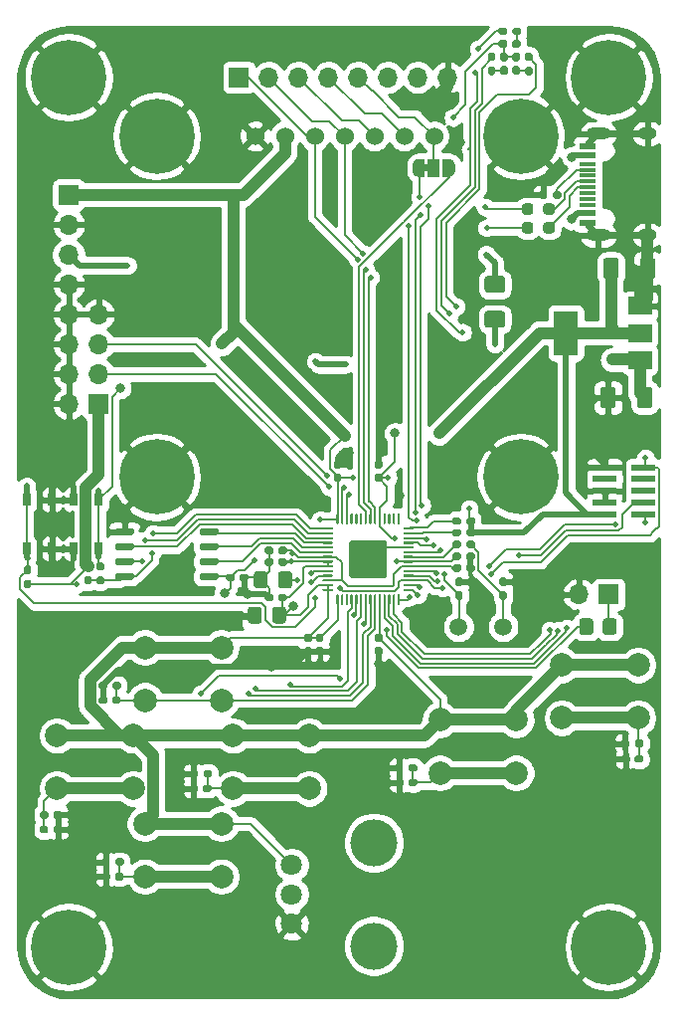
<source format=gbl>
G04 #@! TF.GenerationSoftware,KiCad,Pcbnew,5.1.9+dfsg1-1*
G04 #@! TF.CreationDate,2022-06-11T22:33:06-07:00*
G04 #@! TF.ProjectId,keygame,6b657967-616d-4652-9e6b-696361645f70,rev?*
G04 #@! TF.SameCoordinates,Original*
G04 #@! TF.FileFunction,Copper,L2,Bot*
G04 #@! TF.FilePolarity,Positive*
%FSLAX46Y46*%
G04 Gerber Fmt 4.6, Leading zero omitted, Abs format (unit mm)*
G04 Created by KiCad (PCBNEW 5.1.9+dfsg1-1) date 2022-06-11 22:33:06*
%MOMM*%
%LPD*%
G01*
G04 APERTURE LIST*
G04 #@! TA.AperFunction,EtchedComponent*
%ADD10C,0.350000*%
G04 #@! TD*
G04 #@! TA.AperFunction,SMDPad,CuDef*
%ADD11R,0.650000X1.050000*%
G04 #@! TD*
G04 #@! TA.AperFunction,ComponentPad*
%ADD12C,0.800000*%
G04 #@! TD*
G04 #@! TA.AperFunction,ComponentPad*
%ADD13C,6.400000*%
G04 #@! TD*
G04 #@! TA.AperFunction,ComponentPad*
%ADD14R,1.700000X1.700000*%
G04 #@! TD*
G04 #@! TA.AperFunction,ComponentPad*
%ADD15O,1.700000X1.700000*%
G04 #@! TD*
G04 #@! TA.AperFunction,ComponentPad*
%ADD16C,2.000000*%
G04 #@! TD*
G04 #@! TA.AperFunction,ComponentPad*
%ADD17C,1.524000*%
G04 #@! TD*
G04 #@! TA.AperFunction,ComponentPad*
%ADD18C,1.800000*%
G04 #@! TD*
G04 #@! TA.AperFunction,WasherPad*
%ADD19C,4.000000*%
G04 #@! TD*
G04 #@! TA.AperFunction,SMDPad,CuDef*
%ADD20R,2.000000X0.500000*%
G04 #@! TD*
G04 #@! TA.AperFunction,SMDPad,CuDef*
%ADD21C,0.350000*%
G04 #@! TD*
G04 #@! TA.AperFunction,SMDPad,CuDef*
%ADD22R,1.000000X1.500000*%
G04 #@! TD*
G04 #@! TA.AperFunction,ComponentPad*
%ADD23C,0.600000*%
G04 #@! TD*
G04 #@! TA.AperFunction,SMDPad,CuDef*
%ADD24R,2.000000X3.800000*%
G04 #@! TD*
G04 #@! TA.AperFunction,SMDPad,CuDef*
%ADD25R,2.000000X1.500000*%
G04 #@! TD*
G04 #@! TA.AperFunction,ComponentPad*
%ADD26C,1.500000*%
G04 #@! TD*
G04 #@! TA.AperFunction,ComponentPad*
%ADD27O,1.600000X1.000000*%
G04 #@! TD*
G04 #@! TA.AperFunction,ComponentPad*
%ADD28O,2.100000X1.000000*%
G04 #@! TD*
G04 #@! TA.AperFunction,SMDPad,CuDef*
%ADD29R,1.450000X0.300000*%
G04 #@! TD*
G04 #@! TA.AperFunction,SMDPad,CuDef*
%ADD30R,1.450000X0.600000*%
G04 #@! TD*
G04 #@! TA.AperFunction,ViaPad*
%ADD31C,0.800000*%
G04 #@! TD*
G04 #@! TA.AperFunction,ViaPad*
%ADD32C,0.500000*%
G04 #@! TD*
G04 #@! TA.AperFunction,Conductor*
%ADD33C,0.200000*%
G04 #@! TD*
G04 #@! TA.AperFunction,Conductor*
%ADD34C,0.500000*%
G04 #@! TD*
G04 #@! TA.AperFunction,Conductor*
%ADD35C,1.000000*%
G04 #@! TD*
G04 #@! TA.AperFunction,Conductor*
%ADD36C,0.254000*%
G04 #@! TD*
G04 #@! TA.AperFunction,Conductor*
%ADD37C,0.350000*%
G04 #@! TD*
G04 APERTURE END LIST*
D10*
G04 #@! TO.C,JP1*
G36*
X168200000Y-29000000D02*
G01*
X168700000Y-29000000D01*
X168700000Y-28400000D01*
X168200000Y-28400000D01*
X168200000Y-29000000D01*
G37*
G04 #@! TD*
D11*
G04 #@! TO.P,SW9,1*
G04 #@! TO.N,GND*
X138425000Y-56925000D03*
X138425000Y-61075000D03*
G04 #@! TO.P,SW9,2*
G04 #@! TO.N,/~USB_BOOT*
X140575000Y-56925000D03*
X140575000Y-61075000D03*
G04 #@! TD*
G04 #@! TO.P,SW7,2*
G04 #@! TO.N,/RUN*
X134425000Y-56925000D03*
X134425000Y-61075000D03*
G04 #@! TO.P,SW7,1*
G04 #@! TO.N,GND*
X136575000Y-56925000D03*
X136575000Y-61075000D03*
G04 #@! TD*
D12*
G04 #@! TO.P,H1,1*
G04 #@! TO.N,GND*
X139697056Y-19302944D03*
X138000000Y-18600000D03*
X136302944Y-19302944D03*
X135600000Y-21000000D03*
X136302944Y-22697056D03*
X138000000Y-23400000D03*
X139697056Y-22697056D03*
X140400000Y-21000000D03*
D13*
X138000000Y-21000000D03*
G04 #@! TD*
G04 #@! TO.P,H2,1*
G04 #@! TO.N,GND*
X184000000Y-21000000D03*
D12*
X186400000Y-21000000D03*
X185697056Y-22697056D03*
X184000000Y-23400000D03*
X182302944Y-22697056D03*
X181600000Y-21000000D03*
X182302944Y-19302944D03*
X184000000Y-18600000D03*
X185697056Y-19302944D03*
G04 #@! TD*
G04 #@! TO.P,H3,1*
G04 #@! TO.N,GND*
X139697056Y-93302944D03*
X138000000Y-92600000D03*
X136302944Y-93302944D03*
X135600000Y-95000000D03*
X136302944Y-96697056D03*
X138000000Y-97400000D03*
X139697056Y-96697056D03*
X140400000Y-95000000D03*
D13*
X138000000Y-95000000D03*
G04 #@! TD*
G04 #@! TO.P,H4,1*
G04 #@! TO.N,GND*
X184000000Y-95000000D03*
D12*
X186400000Y-95000000D03*
X185697056Y-96697056D03*
X184000000Y-97400000D03*
X182302944Y-96697056D03*
X181600000Y-95000000D03*
X182302944Y-93302944D03*
X184000000Y-92600000D03*
X185697056Y-93302944D03*
G04 #@! TD*
D13*
G04 #@! TO.P,H6,1*
G04 #@! TO.N,GND*
X176500000Y-26000000D03*
D12*
X178900000Y-26000000D03*
X178197056Y-27697056D03*
X176500000Y-28400000D03*
X174802944Y-27697056D03*
X174100000Y-26000000D03*
X174802944Y-24302944D03*
X176500000Y-23600000D03*
X178197056Y-24302944D03*
G04 #@! TD*
G04 #@! TO.P,H7,1*
G04 #@! TO.N,GND*
X147197056Y-53302944D03*
X145500000Y-52600000D03*
X143802944Y-53302944D03*
X143100000Y-55000000D03*
X143802944Y-56697056D03*
X145500000Y-57400000D03*
X147197056Y-56697056D03*
X147900000Y-55000000D03*
D13*
X145500000Y-55000000D03*
G04 #@! TD*
G04 #@! TO.P,H8,1*
G04 #@! TO.N,GND*
X176500000Y-55000000D03*
D12*
X178900000Y-55000000D03*
X178197056Y-56697056D03*
X176500000Y-57400000D03*
X174802944Y-56697056D03*
X174100000Y-55000000D03*
X174802944Y-53302944D03*
X176500000Y-52600000D03*
X178197056Y-53302944D03*
G04 #@! TD*
D14*
G04 #@! TO.P,LS1,1*
G04 #@! TO.N,Net-(LS1-Pad1)*
X184000000Y-65000000D03*
D15*
G04 #@! TO.P,LS1,2*
G04 #@! TO.N,GND*
X181460000Y-65000000D03*
G04 #@! TD*
D16*
G04 #@! TO.P,SW1,2*
G04 #@! TO.N,/BTN_RIGHT*
X152000000Y-81500000D03*
G04 #@! TO.P,SW1,1*
G04 #@! TO.N,+3V3*
X152000000Y-77000000D03*
G04 #@! TO.P,SW1,2*
G04 #@! TO.N,/BTN_RIGHT*
X158500000Y-81500000D03*
G04 #@! TO.P,SW1,1*
G04 #@! TO.N,+3V3*
X158500000Y-77000000D03*
G04 #@! TD*
G04 #@! TO.P,SW2,1*
G04 #@! TO.N,+3V3*
X143500000Y-77000000D03*
G04 #@! TO.P,SW2,2*
G04 #@! TO.N,/BTN_LEFT*
X143500000Y-81500000D03*
G04 #@! TO.P,SW2,1*
G04 #@! TO.N,+3V3*
X137000000Y-77000000D03*
G04 #@! TO.P,SW2,2*
G04 #@! TO.N,/BTN_LEFT*
X137000000Y-81500000D03*
G04 #@! TD*
G04 #@! TO.P,SW3,2*
G04 #@! TO.N,/BTN_B*
X169625001Y-80175001D03*
G04 #@! TO.P,SW3,1*
G04 #@! TO.N,+3V3*
X169625001Y-75675001D03*
G04 #@! TO.P,SW3,2*
G04 #@! TO.N,/BTN_B*
X176125001Y-80175001D03*
G04 #@! TO.P,SW3,1*
G04 #@! TO.N,+3V3*
X176125001Y-75675001D03*
G04 #@! TD*
G04 #@! TO.P,SW4,1*
G04 #@! TO.N,+3V3*
X186500000Y-71000000D03*
G04 #@! TO.P,SW4,2*
G04 #@! TO.N,/BTN_A*
X186500000Y-75500000D03*
G04 #@! TO.P,SW4,1*
G04 #@! TO.N,+3V3*
X180000000Y-71000000D03*
G04 #@! TO.P,SW4,2*
G04 #@! TO.N,/BTN_A*
X180000000Y-75500000D03*
G04 #@! TD*
G04 #@! TO.P,SW5,1*
G04 #@! TO.N,+3V3*
X151000000Y-84500000D03*
G04 #@! TO.P,SW5,2*
G04 #@! TO.N,/BTN_DOWN*
X151000000Y-89000000D03*
G04 #@! TO.P,SW5,1*
G04 #@! TO.N,+3V3*
X144500000Y-84500000D03*
G04 #@! TO.P,SW5,2*
G04 #@! TO.N,/BTN_DOWN*
X144500000Y-89000000D03*
G04 #@! TD*
G04 #@! TO.P,SW6,2*
G04 #@! TO.N,/BTN_UP*
X144500000Y-74000000D03*
G04 #@! TO.P,SW6,1*
G04 #@! TO.N,+3V3*
X144500000Y-69500000D03*
G04 #@! TO.P,SW6,2*
G04 #@! TO.N,/BTN_UP*
X151000000Y-74000000D03*
G04 #@! TO.P,SW6,1*
G04 #@! TO.N,+3V3*
X151000000Y-69500000D03*
G04 #@! TD*
D17*
G04 #@! TO.P,U2,4*
G04 #@! TO.N,/COPI*
X161500000Y-26000000D03*
G04 #@! TO.P,U2,3*
G04 #@! TO.N,/SCK*
X158960000Y-26000000D03*
G04 #@! TO.P,U2,5*
G04 #@! TO.N,/SCREEN_RST*
X164040000Y-26000000D03*
G04 #@! TO.P,U2,2*
G04 #@! TO.N,+3V3*
X156420000Y-26000000D03*
G04 #@! TO.P,U2,6*
G04 #@! TO.N,/SCREEN_DC*
X166580000Y-26000000D03*
G04 #@! TO.P,U2,1*
G04 #@! TO.N,GND*
X153880000Y-26000000D03*
G04 #@! TO.P,U2,7*
G04 #@! TO.N,/SCREEN_CS*
X169120000Y-26000000D03*
G04 #@! TD*
D14*
G04 #@! TO.P,J1,1*
G04 #@! TO.N,/SCK*
X152500000Y-21000000D03*
D15*
G04 #@! TO.P,J1,2*
G04 #@! TO.N,/COPI*
X155040000Y-21000000D03*
G04 #@! TO.P,J1,3*
G04 #@! TO.N,/SCREEN_RST*
X157580000Y-21000000D03*
G04 #@! TO.P,J1,4*
G04 #@! TO.N,/SCREEN_DC*
X160120000Y-21000000D03*
G04 #@! TO.P,J1,5*
G04 #@! TO.N,/SCREEN_CS*
X162660000Y-21000000D03*
G04 #@! TO.P,J1,6*
G04 #@! TO.N,/~USB_BOOT*
X165200000Y-21000000D03*
G04 #@! TO.P,J1,7*
G04 #@! TO.N,/RUN*
X167740000Y-21000000D03*
G04 #@! TO.P,J1,8*
G04 #@! TO.N,GND*
X170280000Y-21000000D03*
G04 #@! TD*
D18*
G04 #@! TO.P,RV1,3*
G04 #@! TO.N,+3V3*
X157000000Y-88000000D03*
G04 #@! TO.P,RV1,2*
G04 #@! TO.N,/PADDLE*
X157000000Y-90500000D03*
G04 #@! TO.P,RV1,1*
G04 #@! TO.N,GND*
X157000000Y-93000000D03*
D19*
G04 #@! TO.P,RV1,*
G04 #@! TO.N,*
X164000000Y-86100000D03*
X164000000Y-94900000D03*
G04 #@! TD*
D13*
G04 #@! TO.P,H5,1*
G04 #@! TO.N,GND*
X145500000Y-26000000D03*
D12*
X147900000Y-26000000D03*
X147197056Y-27697056D03*
X145500000Y-28400000D03*
X143802944Y-27697056D03*
X143100000Y-26000000D03*
X143802944Y-24302944D03*
X145500000Y-23600000D03*
X147197056Y-24302944D03*
G04 #@! TD*
D14*
G04 #@! TO.P,J2,1*
G04 #@! TO.N,+3V3*
X138000000Y-31000000D03*
D15*
G04 #@! TO.P,J2,2*
G04 #@! TO.N,GND*
X138000000Y-33540000D03*
G04 #@! TO.P,J2,3*
G04 #@! TO.N,+5V*
X138000000Y-36080000D03*
G04 #@! TO.P,J2,4*
G04 #@! TO.N,GND*
X138000000Y-38620000D03*
G04 #@! TO.P,J2,5*
X138000000Y-41160000D03*
G04 #@! TO.P,J2,6*
X138000000Y-43700000D03*
G04 #@! TO.P,J2,7*
X138000000Y-46240000D03*
G04 #@! TO.P,J2,8*
X138000000Y-48780000D03*
G04 #@! TD*
G04 #@! TO.P,C1,1*
G04 #@! TO.N,/BTN_DOWN*
G04 #@! TA.AperFunction,SMDPad,CuDef*
G36*
G01*
X142685000Y-88845000D02*
X142685000Y-89155000D01*
G75*
G02*
X142530000Y-89310000I-155000J0D01*
G01*
X142105000Y-89310000D01*
G75*
G02*
X141950000Y-89155000I0J155000D01*
G01*
X141950000Y-88845000D01*
G75*
G02*
X142105000Y-88690000I155000J0D01*
G01*
X142530000Y-88690000D01*
G75*
G02*
X142685000Y-88845000I0J-155000D01*
G01*
G37*
G04 #@! TD.AperFunction*
G04 #@! TO.P,C1,2*
G04 #@! TO.N,GND*
G04 #@! TA.AperFunction,SMDPad,CuDef*
G36*
G01*
X141550000Y-88845000D02*
X141550000Y-89155000D01*
G75*
G02*
X141395000Y-89310000I-155000J0D01*
G01*
X140970000Y-89310000D01*
G75*
G02*
X140815000Y-89155000I0J155000D01*
G01*
X140815000Y-88845000D01*
G75*
G02*
X140970000Y-88690000I155000J0D01*
G01*
X141395000Y-88690000D01*
G75*
G02*
X141550000Y-88845000I0J-155000D01*
G01*
G37*
G04 #@! TD.AperFunction*
G04 #@! TD*
G04 #@! TO.P,C2,2*
G04 #@! TO.N,GND*
G04 #@! TA.AperFunction,SMDPad,CuDef*
G36*
G01*
X136700000Y-83905000D02*
X136700000Y-83595000D01*
G75*
G02*
X136855000Y-83440000I155000J0D01*
G01*
X137280000Y-83440000D01*
G75*
G02*
X137435000Y-83595000I0J-155000D01*
G01*
X137435000Y-83905000D01*
G75*
G02*
X137280000Y-84060000I-155000J0D01*
G01*
X136855000Y-84060000D01*
G75*
G02*
X136700000Y-83905000I0J155000D01*
G01*
G37*
G04 #@! TD.AperFunction*
G04 #@! TO.P,C2,1*
G04 #@! TO.N,/BTN_LEFT*
G04 #@! TA.AperFunction,SMDPad,CuDef*
G36*
G01*
X135565000Y-83905000D02*
X135565000Y-83595000D01*
G75*
G02*
X135720000Y-83440000I155000J0D01*
G01*
X136145000Y-83440000D01*
G75*
G02*
X136300000Y-83595000I0J-155000D01*
G01*
X136300000Y-83905000D01*
G75*
G02*
X136145000Y-84060000I-155000J0D01*
G01*
X135720000Y-84060000D01*
G75*
G02*
X135565000Y-83905000I0J155000D01*
G01*
G37*
G04 #@! TD.AperFunction*
G04 #@! TD*
G04 #@! TO.P,C3,1*
G04 #@! TO.N,/BTN_RIGHT*
G04 #@! TA.AperFunction,SMDPad,CuDef*
G36*
G01*
X150160000Y-81345000D02*
X150160000Y-81655000D01*
G75*
G02*
X150005000Y-81810000I-155000J0D01*
G01*
X149580000Y-81810000D01*
G75*
G02*
X149425000Y-81655000I0J155000D01*
G01*
X149425000Y-81345000D01*
G75*
G02*
X149580000Y-81190000I155000J0D01*
G01*
X150005000Y-81190000D01*
G75*
G02*
X150160000Y-81345000I0J-155000D01*
G01*
G37*
G04 #@! TD.AperFunction*
G04 #@! TO.P,C3,2*
G04 #@! TO.N,GND*
G04 #@! TA.AperFunction,SMDPad,CuDef*
G36*
G01*
X149025000Y-81345000D02*
X149025000Y-81655000D01*
G75*
G02*
X148870000Y-81810000I-155000J0D01*
G01*
X148445000Y-81810000D01*
G75*
G02*
X148290000Y-81655000I0J155000D01*
G01*
X148290000Y-81345000D01*
G75*
G02*
X148445000Y-81190000I155000J0D01*
G01*
X148870000Y-81190000D01*
G75*
G02*
X149025000Y-81345000I0J-155000D01*
G01*
G37*
G04 #@! TD.AperFunction*
G04 #@! TD*
G04 #@! TO.P,C4,1*
G04 #@! TO.N,/BTN_UP*
G04 #@! TA.AperFunction,SMDPad,CuDef*
G36*
G01*
X142435000Y-73845000D02*
X142435000Y-74155000D01*
G75*
G02*
X142280000Y-74310000I-155000J0D01*
G01*
X141855000Y-74310000D01*
G75*
G02*
X141700000Y-74155000I0J155000D01*
G01*
X141700000Y-73845000D01*
G75*
G02*
X141855000Y-73690000I155000J0D01*
G01*
X142280000Y-73690000D01*
G75*
G02*
X142435000Y-73845000I0J-155000D01*
G01*
G37*
G04 #@! TD.AperFunction*
G04 #@! TO.P,C4,2*
G04 #@! TO.N,GND*
G04 #@! TA.AperFunction,SMDPad,CuDef*
G36*
G01*
X141300000Y-73845000D02*
X141300000Y-74155000D01*
G75*
G02*
X141145000Y-74310000I-155000J0D01*
G01*
X140720000Y-74310000D01*
G75*
G02*
X140565000Y-74155000I0J155000D01*
G01*
X140565000Y-73845000D01*
G75*
G02*
X140720000Y-73690000I155000J0D01*
G01*
X141145000Y-73690000D01*
G75*
G02*
X141300000Y-73845000I0J-155000D01*
G01*
G37*
G04 #@! TD.AperFunction*
G04 #@! TD*
G04 #@! TO.P,C5,2*
G04 #@! TO.N,GND*
G04 #@! TA.AperFunction,SMDPad,CuDef*
G36*
G01*
X185800000Y-78845000D02*
X185800000Y-79155000D01*
G75*
G02*
X185645000Y-79310000I-155000J0D01*
G01*
X185220000Y-79310000D01*
G75*
G02*
X185065000Y-79155000I0J155000D01*
G01*
X185065000Y-78845000D01*
G75*
G02*
X185220000Y-78690000I155000J0D01*
G01*
X185645000Y-78690000D01*
G75*
G02*
X185800000Y-78845000I0J-155000D01*
G01*
G37*
G04 #@! TD.AperFunction*
G04 #@! TO.P,C5,1*
G04 #@! TO.N,/BTN_A*
G04 #@! TA.AperFunction,SMDPad,CuDef*
G36*
G01*
X186935000Y-78845000D02*
X186935000Y-79155000D01*
G75*
G02*
X186780000Y-79310000I-155000J0D01*
G01*
X186355000Y-79310000D01*
G75*
G02*
X186200000Y-79155000I0J155000D01*
G01*
X186200000Y-78845000D01*
G75*
G02*
X186355000Y-78690000I155000J0D01*
G01*
X186780000Y-78690000D01*
G75*
G02*
X186935000Y-78845000I0J-155000D01*
G01*
G37*
G04 #@! TD.AperFunction*
G04 #@! TD*
G04 #@! TO.P,C6,1*
G04 #@! TO.N,/BTN_B*
G04 #@! TA.AperFunction,SMDPad,CuDef*
G36*
G01*
X167685000Y-80845000D02*
X167685000Y-81155000D01*
G75*
G02*
X167530000Y-81310000I-155000J0D01*
G01*
X167105000Y-81310000D01*
G75*
G02*
X166950000Y-81155000I0J155000D01*
G01*
X166950000Y-80845000D01*
G75*
G02*
X167105000Y-80690000I155000J0D01*
G01*
X167530000Y-80690000D01*
G75*
G02*
X167685000Y-80845000I0J-155000D01*
G01*
G37*
G04 #@! TD.AperFunction*
G04 #@! TO.P,C6,2*
G04 #@! TO.N,GND*
G04 #@! TA.AperFunction,SMDPad,CuDef*
G36*
G01*
X166550000Y-80845000D02*
X166550000Y-81155000D01*
G75*
G02*
X166395000Y-81310000I-155000J0D01*
G01*
X165970000Y-81310000D01*
G75*
G02*
X165815000Y-81155000I0J155000D01*
G01*
X165815000Y-80845000D01*
G75*
G02*
X165970000Y-80690000I155000J0D01*
G01*
X166395000Y-80690000D01*
G75*
G02*
X166550000Y-80845000I0J-155000D01*
G01*
G37*
G04 #@! TD.AperFunction*
G04 #@! TD*
G04 #@! TO.P,C9,2*
G04 #@! TO.N,GND*
G04 #@! TA.AperFunction,SMDPad,CuDef*
G36*
G01*
X155450000Y-61095000D02*
X155450000Y-61405000D01*
G75*
G02*
X155295000Y-61560000I-155000J0D01*
G01*
X154870000Y-61560000D01*
G75*
G02*
X154715000Y-61405000I0J155000D01*
G01*
X154715000Y-61095000D01*
G75*
G02*
X154870000Y-60940000I155000J0D01*
G01*
X155295000Y-60940000D01*
G75*
G02*
X155450000Y-61095000I0J-155000D01*
G01*
G37*
G04 #@! TD.AperFunction*
G04 #@! TO.P,C9,1*
G04 #@! TO.N,+1V1*
G04 #@! TA.AperFunction,SMDPad,CuDef*
G36*
G01*
X156585000Y-61095000D02*
X156585000Y-61405000D01*
G75*
G02*
X156430000Y-61560000I-155000J0D01*
G01*
X156005000Y-61560000D01*
G75*
G02*
X155850000Y-61405000I0J155000D01*
G01*
X155850000Y-61095000D01*
G75*
G02*
X156005000Y-60940000I155000J0D01*
G01*
X156430000Y-60940000D01*
G75*
G02*
X156585000Y-61095000I0J-155000D01*
G01*
G37*
G04 #@! TD.AperFunction*
G04 #@! TD*
G04 #@! TO.P,C10,1*
G04 #@! TO.N,+1V1*
G04 #@! TA.AperFunction,SMDPad,CuDef*
G36*
G01*
X170715000Y-62905000D02*
X170715000Y-62595000D01*
G75*
G02*
X170870000Y-62440000I155000J0D01*
G01*
X171295000Y-62440000D01*
G75*
G02*
X171450000Y-62595000I0J-155000D01*
G01*
X171450000Y-62905000D01*
G75*
G02*
X171295000Y-63060000I-155000J0D01*
G01*
X170870000Y-63060000D01*
G75*
G02*
X170715000Y-62905000I0J155000D01*
G01*
G37*
G04 #@! TD.AperFunction*
G04 #@! TO.P,C10,2*
G04 #@! TO.N,GND*
G04 #@! TA.AperFunction,SMDPad,CuDef*
G36*
G01*
X171850000Y-62905000D02*
X171850000Y-62595000D01*
G75*
G02*
X172005000Y-62440000I155000J0D01*
G01*
X172430000Y-62440000D01*
G75*
G02*
X172585000Y-62595000I0J-155000D01*
G01*
X172585000Y-62905000D01*
G75*
G02*
X172430000Y-63060000I-155000J0D01*
G01*
X172005000Y-63060000D01*
G75*
G02*
X171850000Y-62905000I0J155000D01*
G01*
G37*
G04 #@! TD.AperFunction*
G04 #@! TD*
G04 #@! TO.P,C11,1*
G04 #@! TO.N,+1V1*
G04 #@! TA.AperFunction,SMDPad,CuDef*
G36*
G01*
X157025000Y-63275000D02*
X157025000Y-64225000D01*
G75*
G02*
X156775000Y-64475000I-250000J0D01*
G01*
X156100000Y-64475000D01*
G75*
G02*
X155850000Y-64225000I0J250000D01*
G01*
X155850000Y-63275000D01*
G75*
G02*
X156100000Y-63025000I250000J0D01*
G01*
X156775000Y-63025000D01*
G75*
G02*
X157025000Y-63275000I0J-250000D01*
G01*
G37*
G04 #@! TD.AperFunction*
G04 #@! TO.P,C11,2*
G04 #@! TO.N,GND*
G04 #@! TA.AperFunction,SMDPad,CuDef*
G36*
G01*
X154950000Y-63275000D02*
X154950000Y-64225000D01*
G75*
G02*
X154700000Y-64475000I-250000J0D01*
G01*
X154025000Y-64475000D01*
G75*
G02*
X153775000Y-64225000I0J250000D01*
G01*
X153775000Y-63275000D01*
G75*
G02*
X154025000Y-63025000I250000J0D01*
G01*
X154700000Y-63025000D01*
G75*
G02*
X154950000Y-63275000I0J-250000D01*
G01*
G37*
G04 #@! TD.AperFunction*
G04 #@! TD*
G04 #@! TO.P,C12,2*
G04 #@! TO.N,GND*
G04 #@! TA.AperFunction,SMDPad,CuDef*
G36*
G01*
X154450000Y-66275000D02*
X154450000Y-67225000D01*
G75*
G02*
X154200000Y-67475000I-250000J0D01*
G01*
X153525000Y-67475000D01*
G75*
G02*
X153275000Y-67225000I0J250000D01*
G01*
X153275000Y-66275000D01*
G75*
G02*
X153525000Y-66025000I250000J0D01*
G01*
X154200000Y-66025000D01*
G75*
G02*
X154450000Y-66275000I0J-250000D01*
G01*
G37*
G04 #@! TD.AperFunction*
G04 #@! TO.P,C12,1*
G04 #@! TO.N,+3V3*
G04 #@! TA.AperFunction,SMDPad,CuDef*
G36*
G01*
X156525000Y-66275000D02*
X156525000Y-67225000D01*
G75*
G02*
X156275000Y-67475000I-250000J0D01*
G01*
X155600000Y-67475000D01*
G75*
G02*
X155350000Y-67225000I0J250000D01*
G01*
X155350000Y-66275000D01*
G75*
G02*
X155600000Y-66025000I250000J0D01*
G01*
X156275000Y-66025000D01*
G75*
G02*
X156525000Y-66275000I0J-250000D01*
G01*
G37*
G04 #@! TD.AperFunction*
G04 #@! TD*
G04 #@! TO.P,C13,1*
G04 #@! TO.N,+3V3*
G04 #@! TA.AperFunction,SMDPad,CuDef*
G36*
G01*
X156585000Y-62095000D02*
X156585000Y-62405000D01*
G75*
G02*
X156430000Y-62560000I-155000J0D01*
G01*
X156005000Y-62560000D01*
G75*
G02*
X155850000Y-62405000I0J155000D01*
G01*
X155850000Y-62095000D01*
G75*
G02*
X156005000Y-61940000I155000J0D01*
G01*
X156430000Y-61940000D01*
G75*
G02*
X156585000Y-62095000I0J-155000D01*
G01*
G37*
G04 #@! TD.AperFunction*
G04 #@! TO.P,C13,2*
G04 #@! TO.N,GND*
G04 #@! TA.AperFunction,SMDPad,CuDef*
G36*
G01*
X155450000Y-62095000D02*
X155450000Y-62405000D01*
G75*
G02*
X155295000Y-62560000I-155000J0D01*
G01*
X154870000Y-62560000D01*
G75*
G02*
X154715000Y-62405000I0J155000D01*
G01*
X154715000Y-62095000D01*
G75*
G02*
X154870000Y-61940000I155000J0D01*
G01*
X155295000Y-61940000D01*
G75*
G02*
X155450000Y-62095000I0J-155000D01*
G01*
G37*
G04 #@! TD.AperFunction*
G04 #@! TD*
G04 #@! TO.P,C14,2*
G04 #@! TO.N,GND*
G04 #@! TA.AperFunction,SMDPad,CuDef*
G36*
G01*
X171850000Y-61905000D02*
X171850000Y-61595000D01*
G75*
G02*
X172005000Y-61440000I155000J0D01*
G01*
X172430000Y-61440000D01*
G75*
G02*
X172585000Y-61595000I0J-155000D01*
G01*
X172585000Y-61905000D01*
G75*
G02*
X172430000Y-62060000I-155000J0D01*
G01*
X172005000Y-62060000D01*
G75*
G02*
X171850000Y-61905000I0J155000D01*
G01*
G37*
G04 #@! TD.AperFunction*
G04 #@! TO.P,C14,1*
G04 #@! TO.N,+3V3*
G04 #@! TA.AperFunction,SMDPad,CuDef*
G36*
G01*
X170715000Y-61905000D02*
X170715000Y-61595000D01*
G75*
G02*
X170870000Y-61440000I155000J0D01*
G01*
X171295000Y-61440000D01*
G75*
G02*
X171450000Y-61595000I0J-155000D01*
G01*
X171450000Y-61905000D01*
G75*
G02*
X171295000Y-62060000I-155000J0D01*
G01*
X170870000Y-62060000D01*
G75*
G02*
X170715000Y-61905000I0J155000D01*
G01*
G37*
G04 #@! TD.AperFunction*
G04 #@! TD*
G04 #@! TO.P,C15,1*
G04 #@! TO.N,+3V3*
G04 #@! TA.AperFunction,SMDPad,CuDef*
G36*
G01*
X164555000Y-55435000D02*
X164245000Y-55435000D01*
G75*
G02*
X164090000Y-55280000I0J155000D01*
G01*
X164090000Y-54855000D01*
G75*
G02*
X164245000Y-54700000I155000J0D01*
G01*
X164555000Y-54700000D01*
G75*
G02*
X164710000Y-54855000I0J-155000D01*
G01*
X164710000Y-55280000D01*
G75*
G02*
X164555000Y-55435000I-155000J0D01*
G01*
G37*
G04 #@! TD.AperFunction*
G04 #@! TO.P,C15,2*
G04 #@! TO.N,GND*
G04 #@! TA.AperFunction,SMDPad,CuDef*
G36*
G01*
X164555000Y-54300000D02*
X164245000Y-54300000D01*
G75*
G02*
X164090000Y-54145000I0J155000D01*
G01*
X164090000Y-53720000D01*
G75*
G02*
X164245000Y-53565000I155000J0D01*
G01*
X164555000Y-53565000D01*
G75*
G02*
X164710000Y-53720000I0J-155000D01*
G01*
X164710000Y-54145000D01*
G75*
G02*
X164555000Y-54300000I-155000J0D01*
G01*
G37*
G04 #@! TD.AperFunction*
G04 #@! TD*
G04 #@! TO.P,C16,2*
G04 #@! TO.N,GND*
G04 #@! TA.AperFunction,SMDPad,CuDef*
G36*
G01*
X161055000Y-54300000D02*
X160745000Y-54300000D01*
G75*
G02*
X160590000Y-54145000I0J155000D01*
G01*
X160590000Y-53720000D01*
G75*
G02*
X160745000Y-53565000I155000J0D01*
G01*
X161055000Y-53565000D01*
G75*
G02*
X161210000Y-53720000I0J-155000D01*
G01*
X161210000Y-54145000D01*
G75*
G02*
X161055000Y-54300000I-155000J0D01*
G01*
G37*
G04 #@! TD.AperFunction*
G04 #@! TO.P,C16,1*
G04 #@! TO.N,+3V3*
G04 #@! TA.AperFunction,SMDPad,CuDef*
G36*
G01*
X161055000Y-55435000D02*
X160745000Y-55435000D01*
G75*
G02*
X160590000Y-55280000I0J155000D01*
G01*
X160590000Y-54855000D01*
G75*
G02*
X160745000Y-54700000I155000J0D01*
G01*
X161055000Y-54700000D01*
G75*
G02*
X161210000Y-54855000I0J-155000D01*
G01*
X161210000Y-55280000D01*
G75*
G02*
X161055000Y-55435000I-155000J0D01*
G01*
G37*
G04 #@! TD.AperFunction*
G04 #@! TD*
G04 #@! TO.P,C17,2*
G04 #@! TO.N,GND*
G04 #@! TA.AperFunction,SMDPad,CuDef*
G36*
G01*
X159245000Y-69450000D02*
X159555000Y-69450000D01*
G75*
G02*
X159710000Y-69605000I0J-155000D01*
G01*
X159710000Y-70030000D01*
G75*
G02*
X159555000Y-70185000I-155000J0D01*
G01*
X159245000Y-70185000D01*
G75*
G02*
X159090000Y-70030000I0J155000D01*
G01*
X159090000Y-69605000D01*
G75*
G02*
X159245000Y-69450000I155000J0D01*
G01*
G37*
G04 #@! TD.AperFunction*
G04 #@! TO.P,C17,1*
G04 #@! TO.N,+3V3*
G04 #@! TA.AperFunction,SMDPad,CuDef*
G36*
G01*
X159245000Y-68315000D02*
X159555000Y-68315000D01*
G75*
G02*
X159710000Y-68470000I0J-155000D01*
G01*
X159710000Y-68895000D01*
G75*
G02*
X159555000Y-69050000I-155000J0D01*
G01*
X159245000Y-69050000D01*
G75*
G02*
X159090000Y-68895000I0J155000D01*
G01*
X159090000Y-68470000D01*
G75*
G02*
X159245000Y-68315000I155000J0D01*
G01*
G37*
G04 #@! TD.AperFunction*
G04 #@! TD*
G04 #@! TO.P,C18,1*
G04 #@! TO.N,+3V3*
G04 #@! TA.AperFunction,SMDPad,CuDef*
G36*
G01*
X158245000Y-68315000D02*
X158555000Y-68315000D01*
G75*
G02*
X158710000Y-68470000I0J-155000D01*
G01*
X158710000Y-68895000D01*
G75*
G02*
X158555000Y-69050000I-155000J0D01*
G01*
X158245000Y-69050000D01*
G75*
G02*
X158090000Y-68895000I0J155000D01*
G01*
X158090000Y-68470000D01*
G75*
G02*
X158245000Y-68315000I155000J0D01*
G01*
G37*
G04 #@! TD.AperFunction*
G04 #@! TO.P,C18,2*
G04 #@! TO.N,GND*
G04 #@! TA.AperFunction,SMDPad,CuDef*
G36*
G01*
X158245000Y-69450000D02*
X158555000Y-69450000D01*
G75*
G02*
X158710000Y-69605000I0J-155000D01*
G01*
X158710000Y-70030000D01*
G75*
G02*
X158555000Y-70185000I-155000J0D01*
G01*
X158245000Y-70185000D01*
G75*
G02*
X158090000Y-70030000I0J155000D01*
G01*
X158090000Y-69605000D01*
G75*
G02*
X158245000Y-69450000I155000J0D01*
G01*
G37*
G04 #@! TD.AperFunction*
G04 #@! TD*
G04 #@! TO.P,C19,2*
G04 #@! TO.N,GND*
G04 #@! TA.AperFunction,SMDPad,CuDef*
G36*
G01*
X155450000Y-65095000D02*
X155450000Y-65405000D01*
G75*
G02*
X155295000Y-65560000I-155000J0D01*
G01*
X154870000Y-65560000D01*
G75*
G02*
X154715000Y-65405000I0J155000D01*
G01*
X154715000Y-65095000D01*
G75*
G02*
X154870000Y-64940000I155000J0D01*
G01*
X155295000Y-64940000D01*
G75*
G02*
X155450000Y-65095000I0J-155000D01*
G01*
G37*
G04 #@! TD.AperFunction*
G04 #@! TO.P,C19,1*
G04 #@! TO.N,+3V3*
G04 #@! TA.AperFunction,SMDPad,CuDef*
G36*
G01*
X156585000Y-65095000D02*
X156585000Y-65405000D01*
G75*
G02*
X156430000Y-65560000I-155000J0D01*
G01*
X156005000Y-65560000D01*
G75*
G02*
X155850000Y-65405000I0J155000D01*
G01*
X155850000Y-65095000D01*
G75*
G02*
X156005000Y-64940000I155000J0D01*
G01*
X156430000Y-64940000D01*
G75*
G02*
X156585000Y-65095000I0J-155000D01*
G01*
G37*
G04 #@! TD.AperFunction*
G04 #@! TD*
G04 #@! TO.P,C20,1*
G04 #@! TO.N,+3V3*
G04 #@! TA.AperFunction,SMDPad,CuDef*
G36*
G01*
X164245000Y-68315000D02*
X164555000Y-68315000D01*
G75*
G02*
X164710000Y-68470000I0J-155000D01*
G01*
X164710000Y-68895000D01*
G75*
G02*
X164555000Y-69050000I-155000J0D01*
G01*
X164245000Y-69050000D01*
G75*
G02*
X164090000Y-68895000I0J155000D01*
G01*
X164090000Y-68470000D01*
G75*
G02*
X164245000Y-68315000I155000J0D01*
G01*
G37*
G04 #@! TD.AperFunction*
G04 #@! TO.P,C20,2*
G04 #@! TO.N,GND*
G04 #@! TA.AperFunction,SMDPad,CuDef*
G36*
G01*
X164245000Y-69450000D02*
X164555000Y-69450000D01*
G75*
G02*
X164710000Y-69605000I0J-155000D01*
G01*
X164710000Y-70030000D01*
G75*
G02*
X164555000Y-70185000I-155000J0D01*
G01*
X164245000Y-70185000D01*
G75*
G02*
X164090000Y-70030000I0J155000D01*
G01*
X164090000Y-69605000D01*
G75*
G02*
X164245000Y-69450000I155000J0D01*
G01*
G37*
G04 #@! TD.AperFunction*
G04 #@! TD*
G04 #@! TO.P,C22,2*
G04 #@! TO.N,GND*
G04 #@! TA.AperFunction,SMDPad,CuDef*
G36*
G01*
X152550000Y-63705000D02*
X152550000Y-63395000D01*
G75*
G02*
X152705000Y-63240000I155000J0D01*
G01*
X153130000Y-63240000D01*
G75*
G02*
X153285000Y-63395000I0J-155000D01*
G01*
X153285000Y-63705000D01*
G75*
G02*
X153130000Y-63860000I-155000J0D01*
G01*
X152705000Y-63860000D01*
G75*
G02*
X152550000Y-63705000I0J155000D01*
G01*
G37*
G04 #@! TD.AperFunction*
G04 #@! TO.P,C22,1*
G04 #@! TO.N,+3V3*
G04 #@! TA.AperFunction,SMDPad,CuDef*
G36*
G01*
X151415000Y-63705000D02*
X151415000Y-63395000D01*
G75*
G02*
X151570000Y-63240000I155000J0D01*
G01*
X151995000Y-63240000D01*
G75*
G02*
X152150000Y-63395000I0J-155000D01*
G01*
X152150000Y-63705000D01*
G75*
G02*
X151995000Y-63860000I-155000J0D01*
G01*
X151570000Y-63860000D01*
G75*
G02*
X151415000Y-63705000I0J155000D01*
G01*
G37*
G04 #@! TD.AperFunction*
G04 #@! TD*
D14*
G04 #@! TO.P,J3,1*
G04 #@! TO.N,+3V3*
X140540000Y-48780000D03*
D15*
G04 #@! TO.P,J3,2*
G04 #@! TO.N,/UART_TX*
X140540000Y-46240000D03*
G04 #@! TO.P,J3,3*
G04 #@! TO.N,/UART_RX*
X140540000Y-43700000D03*
G04 #@! TO.P,J3,4*
G04 #@! TO.N,GND*
X140540000Y-41160000D03*
G04 #@! TD*
D20*
G04 #@! TO.P,J4,1*
G04 #@! TO.N,+3V3*
X183650000Y-58170000D03*
G04 #@! TO.P,J4,2*
G04 #@! TO.N,/SWDIO*
X186950000Y-58170000D03*
G04 #@! TO.P,J4,3*
G04 #@! TO.N,GND*
X183650000Y-57170000D03*
G04 #@! TO.P,J4,4*
G04 #@! TO.N,/SWCLK*
X186950000Y-57170000D03*
G04 #@! TO.P,J4,5*
G04 #@! TO.N,GND*
X183650000Y-56170000D03*
G04 #@! TO.P,J4,6*
G04 #@! TO.N,Net-(J4-Pad6)*
X186950000Y-56170000D03*
G04 #@! TO.P,J4,7*
G04 #@! TO.N,Net-(J4-Pad7)*
X183650000Y-55170000D03*
G04 #@! TO.P,J4,8*
G04 #@! TO.N,Net-(J4-Pad8)*
X186950000Y-55170000D03*
G04 #@! TO.P,J4,9*
G04 #@! TO.N,GND*
X183650000Y-54170000D03*
G04 #@! TO.P,J4,10*
G04 #@! TO.N,/RUN*
X186950000Y-54170000D03*
G04 #@! TD*
G04 #@! TA.AperFunction,SMDPad,CuDef*
D21*
G04 #@! TO.P,JP1,3*
G04 #@! TO.N,/SCREEN_CS_ALT*
G36*
X170400000Y-27950602D02*
G01*
X170424534Y-27950602D01*
X170473365Y-27955412D01*
X170521490Y-27964984D01*
X170568445Y-27979228D01*
X170613778Y-27998005D01*
X170657051Y-28021136D01*
X170697850Y-28048396D01*
X170735779Y-28079524D01*
X170770476Y-28114221D01*
X170801604Y-28152150D01*
X170828864Y-28192949D01*
X170851995Y-28236222D01*
X170870772Y-28281555D01*
X170885016Y-28328510D01*
X170894588Y-28376635D01*
X170899398Y-28425466D01*
X170899398Y-28450000D01*
X170900000Y-28450000D01*
X170900000Y-28950000D01*
X170899398Y-28950000D01*
X170899398Y-28974534D01*
X170894588Y-29023365D01*
X170885016Y-29071490D01*
X170870772Y-29118445D01*
X170851995Y-29163778D01*
X170828864Y-29207051D01*
X170801604Y-29247850D01*
X170770476Y-29285779D01*
X170735779Y-29320476D01*
X170697850Y-29351604D01*
X170657051Y-29378864D01*
X170613778Y-29401995D01*
X170568445Y-29420772D01*
X170521490Y-29435016D01*
X170473365Y-29444588D01*
X170424534Y-29449398D01*
X170400000Y-29449398D01*
X170400000Y-29450000D01*
X169850000Y-29450000D01*
X169850000Y-27950000D01*
X170400000Y-27950000D01*
X170400000Y-27950602D01*
G37*
G04 #@! TD.AperFunction*
D22*
G04 #@! TO.P,JP1,2*
G04 #@! TO.N,/SCREEN_CS*
X169100000Y-28700000D03*
G04 #@! TA.AperFunction,SMDPad,CuDef*
D21*
G04 #@! TO.P,JP1,1*
G04 #@! TO.N,/SCREEN_CS_GPIO*
G36*
X168350000Y-29450000D02*
G01*
X167800000Y-29450000D01*
X167800000Y-29449398D01*
X167775466Y-29449398D01*
X167726635Y-29444588D01*
X167678510Y-29435016D01*
X167631555Y-29420772D01*
X167586222Y-29401995D01*
X167542949Y-29378864D01*
X167502150Y-29351604D01*
X167464221Y-29320476D01*
X167429524Y-29285779D01*
X167398396Y-29247850D01*
X167371136Y-29207051D01*
X167348005Y-29163778D01*
X167329228Y-29118445D01*
X167314984Y-29071490D01*
X167305412Y-29023365D01*
X167300602Y-28974534D01*
X167300602Y-28950000D01*
X167300000Y-28950000D01*
X167300000Y-28450000D01*
X167300602Y-28450000D01*
X167300602Y-28425466D01*
X167305412Y-28376635D01*
X167314984Y-28328510D01*
X167329228Y-28281555D01*
X167348005Y-28236222D01*
X167371136Y-28192949D01*
X167398396Y-28152150D01*
X167429524Y-28114221D01*
X167464221Y-28079524D01*
X167502150Y-28048396D01*
X167542949Y-28021136D01*
X167586222Y-27998005D01*
X167631555Y-27979228D01*
X167678510Y-27964984D01*
X167726635Y-27955412D01*
X167775466Y-27950602D01*
X167800000Y-27950602D01*
X167800000Y-27950000D01*
X168350000Y-27950000D01*
X168350000Y-29450000D01*
G37*
G04 #@! TD.AperFunction*
G04 #@! TD*
G04 #@! TO.P,R1,1*
G04 #@! TO.N,/SPEAKER*
G04 #@! TA.AperFunction,SMDPad,CuDef*
G36*
G01*
X181480000Y-68180001D02*
X181480000Y-67279999D01*
G75*
G02*
X181729999Y-67030000I249999J0D01*
G01*
X182430001Y-67030000D01*
G75*
G02*
X182680000Y-67279999I0J-249999D01*
G01*
X182680000Y-68180001D01*
G75*
G02*
X182430001Y-68430000I-249999J0D01*
G01*
X181729999Y-68430000D01*
G75*
G02*
X181480000Y-68180001I0J249999D01*
G01*
G37*
G04 #@! TD.AperFunction*
G04 #@! TO.P,R1,2*
G04 #@! TO.N,Net-(LS1-Pad1)*
G04 #@! TA.AperFunction,SMDPad,CuDef*
G36*
G01*
X183480000Y-68180001D02*
X183480000Y-67279999D01*
G75*
G02*
X183729999Y-67030000I249999J0D01*
G01*
X184430001Y-67030000D01*
G75*
G02*
X184680000Y-67279999I0J-249999D01*
G01*
X184680000Y-68180001D01*
G75*
G02*
X184430001Y-68430000I-249999J0D01*
G01*
X183729999Y-68430000D01*
G75*
G02*
X183480000Y-68180001I0J249999D01*
G01*
G37*
G04 #@! TD.AperFunction*
G04 #@! TD*
G04 #@! TO.P,R2,1*
G04 #@! TO.N,/BTN_UP*
G04 #@! TA.AperFunction,SMDPad,CuDef*
G36*
G01*
X142455000Y-72590000D02*
X142455000Y-72910000D01*
G75*
G02*
X142295000Y-73070000I-160000J0D01*
G01*
X141900000Y-73070000D01*
G75*
G02*
X141740000Y-72910000I0J160000D01*
G01*
X141740000Y-72590000D01*
G75*
G02*
X141900000Y-72430000I160000J0D01*
G01*
X142295000Y-72430000D01*
G75*
G02*
X142455000Y-72590000I0J-160000D01*
G01*
G37*
G04 #@! TD.AperFunction*
G04 #@! TO.P,R2,2*
G04 #@! TO.N,GND*
G04 #@! TA.AperFunction,SMDPad,CuDef*
G36*
G01*
X141260000Y-72590000D02*
X141260000Y-72910000D01*
G75*
G02*
X141100000Y-73070000I-160000J0D01*
G01*
X140705000Y-73070000D01*
G75*
G02*
X140545000Y-72910000I0J160000D01*
G01*
X140545000Y-72590000D01*
G75*
G02*
X140705000Y-72430000I160000J0D01*
G01*
X141100000Y-72430000D01*
G75*
G02*
X141260000Y-72590000I0J-160000D01*
G01*
G37*
G04 #@! TD.AperFunction*
G04 #@! TD*
G04 #@! TO.P,R3,1*
G04 #@! TO.N,/BTN_DOWN*
G04 #@! TA.AperFunction,SMDPad,CuDef*
G36*
G01*
X142705000Y-87590000D02*
X142705000Y-87910000D01*
G75*
G02*
X142545000Y-88070000I-160000J0D01*
G01*
X142150000Y-88070000D01*
G75*
G02*
X141990000Y-87910000I0J160000D01*
G01*
X141990000Y-87590000D01*
G75*
G02*
X142150000Y-87430000I160000J0D01*
G01*
X142545000Y-87430000D01*
G75*
G02*
X142705000Y-87590000I0J-160000D01*
G01*
G37*
G04 #@! TD.AperFunction*
G04 #@! TO.P,R3,2*
G04 #@! TO.N,GND*
G04 #@! TA.AperFunction,SMDPad,CuDef*
G36*
G01*
X141510000Y-87590000D02*
X141510000Y-87910000D01*
G75*
G02*
X141350000Y-88070000I-160000J0D01*
G01*
X140955000Y-88070000D01*
G75*
G02*
X140795000Y-87910000I0J160000D01*
G01*
X140795000Y-87590000D01*
G75*
G02*
X140955000Y-87430000I160000J0D01*
G01*
X141350000Y-87430000D01*
G75*
G02*
X141510000Y-87590000I0J-160000D01*
G01*
G37*
G04 #@! TD.AperFunction*
G04 #@! TD*
G04 #@! TO.P,R4,1*
G04 #@! TO.N,/BTN_LEFT*
G04 #@! TA.AperFunction,SMDPad,CuDef*
G36*
G01*
X135545000Y-85160000D02*
X135545000Y-84840000D01*
G75*
G02*
X135705000Y-84680000I160000J0D01*
G01*
X136100000Y-84680000D01*
G75*
G02*
X136260000Y-84840000I0J-160000D01*
G01*
X136260000Y-85160000D01*
G75*
G02*
X136100000Y-85320000I-160000J0D01*
G01*
X135705000Y-85320000D01*
G75*
G02*
X135545000Y-85160000I0J160000D01*
G01*
G37*
G04 #@! TD.AperFunction*
G04 #@! TO.P,R4,2*
G04 #@! TO.N,GND*
G04 #@! TA.AperFunction,SMDPad,CuDef*
G36*
G01*
X136740000Y-85160000D02*
X136740000Y-84840000D01*
G75*
G02*
X136900000Y-84680000I160000J0D01*
G01*
X137295000Y-84680000D01*
G75*
G02*
X137455000Y-84840000I0J-160000D01*
G01*
X137455000Y-85160000D01*
G75*
G02*
X137295000Y-85320000I-160000J0D01*
G01*
X136900000Y-85320000D01*
G75*
G02*
X136740000Y-85160000I0J160000D01*
G01*
G37*
G04 #@! TD.AperFunction*
G04 #@! TD*
G04 #@! TO.P,R5,1*
G04 #@! TO.N,/BTN_RIGHT*
G04 #@! TA.AperFunction,SMDPad,CuDef*
G36*
G01*
X150205000Y-80090000D02*
X150205000Y-80410000D01*
G75*
G02*
X150045000Y-80570000I-160000J0D01*
G01*
X149650000Y-80570000D01*
G75*
G02*
X149490000Y-80410000I0J160000D01*
G01*
X149490000Y-80090000D01*
G75*
G02*
X149650000Y-79930000I160000J0D01*
G01*
X150045000Y-79930000D01*
G75*
G02*
X150205000Y-80090000I0J-160000D01*
G01*
G37*
G04 #@! TD.AperFunction*
G04 #@! TO.P,R5,2*
G04 #@! TO.N,GND*
G04 #@! TA.AperFunction,SMDPad,CuDef*
G36*
G01*
X149010000Y-80090000D02*
X149010000Y-80410000D01*
G75*
G02*
X148850000Y-80570000I-160000J0D01*
G01*
X148455000Y-80570000D01*
G75*
G02*
X148295000Y-80410000I0J160000D01*
G01*
X148295000Y-80090000D01*
G75*
G02*
X148455000Y-79930000I160000J0D01*
G01*
X148850000Y-79930000D01*
G75*
G02*
X149010000Y-80090000I0J-160000D01*
G01*
G37*
G04 #@! TD.AperFunction*
G04 #@! TD*
G04 #@! TO.P,R6,2*
G04 #@! TO.N,GND*
G04 #@! TA.AperFunction,SMDPad,CuDef*
G36*
G01*
X185760000Y-77510000D02*
X185760000Y-77830000D01*
G75*
G02*
X185600000Y-77990000I-160000J0D01*
G01*
X185205000Y-77990000D01*
G75*
G02*
X185045000Y-77830000I0J160000D01*
G01*
X185045000Y-77510000D01*
G75*
G02*
X185205000Y-77350000I160000J0D01*
G01*
X185600000Y-77350000D01*
G75*
G02*
X185760000Y-77510000I0J-160000D01*
G01*
G37*
G04 #@! TD.AperFunction*
G04 #@! TO.P,R6,1*
G04 #@! TO.N,/BTN_A*
G04 #@! TA.AperFunction,SMDPad,CuDef*
G36*
G01*
X186955000Y-77510000D02*
X186955000Y-77830000D01*
G75*
G02*
X186795000Y-77990000I-160000J0D01*
G01*
X186400000Y-77990000D01*
G75*
G02*
X186240000Y-77830000I0J160000D01*
G01*
X186240000Y-77510000D01*
G75*
G02*
X186400000Y-77350000I160000J0D01*
G01*
X186795000Y-77350000D01*
G75*
G02*
X186955000Y-77510000I0J-160000D01*
G01*
G37*
G04 #@! TD.AperFunction*
G04 #@! TD*
G04 #@! TO.P,R7,1*
G04 #@! TO.N,/BTN_B*
G04 #@! TA.AperFunction,SMDPad,CuDef*
G36*
G01*
X167680000Y-79590000D02*
X167680000Y-79910000D01*
G75*
G02*
X167520000Y-80070000I-160000J0D01*
G01*
X167125000Y-80070000D01*
G75*
G02*
X166965000Y-79910000I0J160000D01*
G01*
X166965000Y-79590000D01*
G75*
G02*
X167125000Y-79430000I160000J0D01*
G01*
X167520000Y-79430000D01*
G75*
G02*
X167680000Y-79590000I0J-160000D01*
G01*
G37*
G04 #@! TD.AperFunction*
G04 #@! TO.P,R7,2*
G04 #@! TO.N,GND*
G04 #@! TA.AperFunction,SMDPad,CuDef*
G36*
G01*
X166485000Y-79590000D02*
X166485000Y-79910000D01*
G75*
G02*
X166325000Y-80070000I-160000J0D01*
G01*
X165930000Y-80070000D01*
G75*
G02*
X165770000Y-79910000I0J160000D01*
G01*
X165770000Y-79590000D01*
G75*
G02*
X165930000Y-79430000I160000J0D01*
G01*
X166325000Y-79430000D01*
G75*
G02*
X166485000Y-79590000I0J-160000D01*
G01*
G37*
G04 #@! TD.AperFunction*
G04 #@! TD*
G04 #@! TO.P,R8,1*
G04 #@! TO.N,+3V3*
G04 #@! TA.AperFunction,SMDPad,CuDef*
G36*
G01*
X134660000Y-64455000D02*
X134340000Y-64455000D01*
G75*
G02*
X134180000Y-64295000I0J160000D01*
G01*
X134180000Y-63900000D01*
G75*
G02*
X134340000Y-63740000I160000J0D01*
G01*
X134660000Y-63740000D01*
G75*
G02*
X134820000Y-63900000I0J-160000D01*
G01*
X134820000Y-64295000D01*
G75*
G02*
X134660000Y-64455000I-160000J0D01*
G01*
G37*
G04 #@! TD.AperFunction*
G04 #@! TO.P,R8,2*
G04 #@! TO.N,/RUN*
G04 #@! TA.AperFunction,SMDPad,CuDef*
G36*
G01*
X134660000Y-63260000D02*
X134340000Y-63260000D01*
G75*
G02*
X134180000Y-63100000I0J160000D01*
G01*
X134180000Y-62705000D01*
G75*
G02*
X134340000Y-62545000I160000J0D01*
G01*
X134660000Y-62545000D01*
G75*
G02*
X134820000Y-62705000I0J-160000D01*
G01*
X134820000Y-63100000D01*
G75*
G02*
X134660000Y-63260000I-160000J0D01*
G01*
G37*
G04 #@! TD.AperFunction*
G04 #@! TD*
G04 #@! TO.P,R9,2*
G04 #@! TO.N,/~USB_BOOT*
G04 #@! TA.AperFunction,SMDPad,CuDef*
G36*
G01*
X140860000Y-62960000D02*
X140540000Y-62960000D01*
G75*
G02*
X140380000Y-62800000I0J160000D01*
G01*
X140380000Y-62405000D01*
G75*
G02*
X140540000Y-62245000I160000J0D01*
G01*
X140860000Y-62245000D01*
G75*
G02*
X141020000Y-62405000I0J-160000D01*
G01*
X141020000Y-62800000D01*
G75*
G02*
X140860000Y-62960000I-160000J0D01*
G01*
G37*
G04 #@! TD.AperFunction*
G04 #@! TO.P,R9,1*
G04 #@! TO.N,/~QSPI_CS*
G04 #@! TA.AperFunction,SMDPad,CuDef*
G36*
G01*
X140860000Y-64155000D02*
X140540000Y-64155000D01*
G75*
G02*
X140380000Y-63995000I0J160000D01*
G01*
X140380000Y-63600000D01*
G75*
G02*
X140540000Y-63440000I160000J0D01*
G01*
X140860000Y-63440000D01*
G75*
G02*
X141020000Y-63600000I0J-160000D01*
G01*
X141020000Y-63995000D01*
G75*
G02*
X140860000Y-64155000I-160000J0D01*
G01*
G37*
G04 #@! TD.AperFunction*
G04 #@! TD*
G04 #@! TO.P,R10,2*
G04 #@! TO.N,Net-(R10-Pad2)*
G04 #@! TA.AperFunction,SMDPad,CuDef*
G36*
G01*
X171410000Y-60590000D02*
X171410000Y-60910000D01*
G75*
G02*
X171250000Y-61070000I-160000J0D01*
G01*
X170855000Y-61070000D01*
G75*
G02*
X170695000Y-60910000I0J160000D01*
G01*
X170695000Y-60590000D01*
G75*
G02*
X170855000Y-60430000I160000J0D01*
G01*
X171250000Y-60430000D01*
G75*
G02*
X171410000Y-60590000I0J-160000D01*
G01*
G37*
G04 #@! TD.AperFunction*
G04 #@! TO.P,R10,1*
G04 #@! TO.N,Net-(C8-Pad1)*
G04 #@! TA.AperFunction,SMDPad,CuDef*
G36*
G01*
X172605000Y-60590000D02*
X172605000Y-60910000D01*
G75*
G02*
X172445000Y-61070000I-160000J0D01*
G01*
X172050000Y-61070000D01*
G75*
G02*
X171890000Y-60910000I0J160000D01*
G01*
X171890000Y-60590000D01*
G75*
G02*
X172050000Y-60430000I160000J0D01*
G01*
X172445000Y-60430000D01*
G75*
G02*
X172605000Y-60590000I0J-160000D01*
G01*
G37*
G04 #@! TD.AperFunction*
G04 #@! TD*
G04 #@! TO.P,R13,2*
G04 #@! TO.N,/SDA*
G04 #@! TA.AperFunction,SMDPad,CuDef*
G36*
G01*
X171410000Y-58590000D02*
X171410000Y-58910000D01*
G75*
G02*
X171250000Y-59070000I-160000J0D01*
G01*
X170855000Y-59070000D01*
G75*
G02*
X170695000Y-58910000I0J160000D01*
G01*
X170695000Y-58590000D01*
G75*
G02*
X170855000Y-58430000I160000J0D01*
G01*
X171250000Y-58430000D01*
G75*
G02*
X171410000Y-58590000I0J-160000D01*
G01*
G37*
G04 #@! TD.AperFunction*
G04 #@! TO.P,R13,1*
G04 #@! TO.N,+3V3*
G04 #@! TA.AperFunction,SMDPad,CuDef*
G36*
G01*
X172605000Y-58590000D02*
X172605000Y-58910000D01*
G75*
G02*
X172445000Y-59070000I-160000J0D01*
G01*
X172050000Y-59070000D01*
G75*
G02*
X171890000Y-58910000I0J160000D01*
G01*
X171890000Y-58590000D01*
G75*
G02*
X172050000Y-58430000I160000J0D01*
G01*
X172445000Y-58430000D01*
G75*
G02*
X172605000Y-58590000I0J-160000D01*
G01*
G37*
G04 #@! TD.AperFunction*
G04 #@! TD*
G04 #@! TO.P,R15,2*
G04 #@! TO.N,/SCL*
G04 #@! TA.AperFunction,SMDPad,CuDef*
G36*
G01*
X171410000Y-59590000D02*
X171410000Y-59910000D01*
G75*
G02*
X171250000Y-60070000I-160000J0D01*
G01*
X170855000Y-60070000D01*
G75*
G02*
X170695000Y-59910000I0J160000D01*
G01*
X170695000Y-59590000D01*
G75*
G02*
X170855000Y-59430000I160000J0D01*
G01*
X171250000Y-59430000D01*
G75*
G02*
X171410000Y-59590000I0J-160000D01*
G01*
G37*
G04 #@! TD.AperFunction*
G04 #@! TO.P,R15,1*
G04 #@! TO.N,+3V3*
G04 #@! TA.AperFunction,SMDPad,CuDef*
G36*
G01*
X172605000Y-59590000D02*
X172605000Y-59910000D01*
G75*
G02*
X172445000Y-60070000I-160000J0D01*
G01*
X172050000Y-60070000D01*
G75*
G02*
X171890000Y-59910000I0J160000D01*
G01*
X171890000Y-59590000D01*
G75*
G02*
X172050000Y-59430000I160000J0D01*
G01*
X172445000Y-59430000D01*
G75*
G02*
X172605000Y-59590000I0J-160000D01*
G01*
G37*
G04 #@! TD.AperFunction*
G04 #@! TD*
G04 #@! TO.P,R18,1*
G04 #@! TO.N,Net-(P1-PadA5)*
G04 #@! TA.AperFunction,SMDPad,CuDef*
G36*
G01*
X179955000Y-30840000D02*
X179955000Y-31160000D01*
G75*
G02*
X179795000Y-31320000I-160000J0D01*
G01*
X179400000Y-31320000D01*
G75*
G02*
X179240000Y-31160000I0J160000D01*
G01*
X179240000Y-30840000D01*
G75*
G02*
X179400000Y-30680000I160000J0D01*
G01*
X179795000Y-30680000D01*
G75*
G02*
X179955000Y-30840000I0J-160000D01*
G01*
G37*
G04 #@! TD.AperFunction*
G04 #@! TO.P,R18,2*
G04 #@! TO.N,GND*
G04 #@! TA.AperFunction,SMDPad,CuDef*
G36*
G01*
X178760000Y-30840000D02*
X178760000Y-31160000D01*
G75*
G02*
X178600000Y-31320000I-160000J0D01*
G01*
X178205000Y-31320000D01*
G75*
G02*
X178045000Y-31160000I0J160000D01*
G01*
X178045000Y-30840000D01*
G75*
G02*
X178205000Y-30680000I160000J0D01*
G01*
X178600000Y-30680000D01*
G75*
G02*
X178760000Y-30840000I0J-160000D01*
G01*
G37*
G04 #@! TD.AperFunction*
G04 #@! TD*
G04 #@! TO.P,R19,2*
G04 #@! TO.N,/~QSPI_CS*
G04 #@! TA.AperFunction,SMDPad,CuDef*
G36*
G01*
X139490000Y-63440000D02*
X139810000Y-63440000D01*
G75*
G02*
X139970000Y-63600000I0J-160000D01*
G01*
X139970000Y-63995000D01*
G75*
G02*
X139810000Y-64155000I-160000J0D01*
G01*
X139490000Y-64155000D01*
G75*
G02*
X139330000Y-63995000I0J160000D01*
G01*
X139330000Y-63600000D01*
G75*
G02*
X139490000Y-63440000I160000J0D01*
G01*
G37*
G04 #@! TD.AperFunction*
G04 #@! TO.P,R19,1*
G04 #@! TO.N,+3V3*
G04 #@! TA.AperFunction,SMDPad,CuDef*
G36*
G01*
X139490000Y-62245000D02*
X139810000Y-62245000D01*
G75*
G02*
X139970000Y-62405000I0J-160000D01*
G01*
X139970000Y-62800000D01*
G75*
G02*
X139810000Y-62960000I-160000J0D01*
G01*
X139490000Y-62960000D01*
G75*
G02*
X139330000Y-62800000I0J160000D01*
G01*
X139330000Y-62405000D01*
G75*
G02*
X139490000Y-62245000I160000J0D01*
G01*
G37*
G04 #@! TD.AperFunction*
G04 #@! TD*
G04 #@! TO.P,U1,57*
G04 #@! TO.N,GND*
G04 #@! TA.AperFunction,SMDPad,CuDef*
G36*
G01*
X162044000Y-60400000D02*
X164956000Y-60400000D01*
G75*
G02*
X165100000Y-60544000I0J-144000D01*
G01*
X165100000Y-63456000D01*
G75*
G02*
X164956000Y-63600000I-144000J0D01*
G01*
X162044000Y-63600000D01*
G75*
G02*
X161900000Y-63456000I0J144000D01*
G01*
X161900000Y-60544000D01*
G75*
G02*
X162044000Y-60400000I144000J0D01*
G01*
G37*
G04 #@! TD.AperFunction*
D23*
X162225000Y-60725000D03*
X162225000Y-62000000D03*
X162225000Y-63275000D03*
X163500000Y-60725000D03*
X163500000Y-62000000D03*
X163500000Y-63275000D03*
X164775000Y-60725000D03*
X164775000Y-62000000D03*
X164775000Y-63275000D03*
G04 #@! TO.P,U1,1*
G04 #@! TO.N,+3V3*
G04 #@! TA.AperFunction,SMDPad,CuDef*
G36*
G01*
X160850000Y-58125000D02*
X160950000Y-58125000D01*
G75*
G02*
X161000000Y-58175000I0J-50000D01*
G01*
X161000000Y-58950000D01*
G75*
G02*
X160950000Y-59000000I-50000J0D01*
G01*
X160850000Y-59000000D01*
G75*
G02*
X160800000Y-58950000I0J50000D01*
G01*
X160800000Y-58175000D01*
G75*
G02*
X160850000Y-58125000I50000J0D01*
G01*
G37*
G04 #@! TD.AperFunction*
G04 #@! TO.P,U1,2*
G04 #@! TO.N,/UART_TX*
G04 #@! TA.AperFunction,SMDPad,CuDef*
G36*
G01*
X161250000Y-58125000D02*
X161350000Y-58125000D01*
G75*
G02*
X161400000Y-58175000I0J-50000D01*
G01*
X161400000Y-58950000D01*
G75*
G02*
X161350000Y-59000000I-50000J0D01*
G01*
X161250000Y-59000000D01*
G75*
G02*
X161200000Y-58950000I0J50000D01*
G01*
X161200000Y-58175000D01*
G75*
G02*
X161250000Y-58125000I50000J0D01*
G01*
G37*
G04 #@! TD.AperFunction*
G04 #@! TO.P,U1,3*
G04 #@! TO.N,/UART_RX*
G04 #@! TA.AperFunction,SMDPad,CuDef*
G36*
G01*
X161650000Y-58125000D02*
X161750000Y-58125000D01*
G75*
G02*
X161800000Y-58175000I0J-50000D01*
G01*
X161800000Y-58950000D01*
G75*
G02*
X161750000Y-59000000I-50000J0D01*
G01*
X161650000Y-59000000D01*
G75*
G02*
X161600000Y-58950000I0J50000D01*
G01*
X161600000Y-58175000D01*
G75*
G02*
X161650000Y-58125000I50000J0D01*
G01*
G37*
G04 #@! TD.AperFunction*
G04 #@! TO.P,U1,4*
G04 #@! TO.N,Net-(U1-Pad4)*
G04 #@! TA.AperFunction,SMDPad,CuDef*
G36*
G01*
X162050000Y-58125000D02*
X162150000Y-58125000D01*
G75*
G02*
X162200000Y-58175000I0J-50000D01*
G01*
X162200000Y-58950000D01*
G75*
G02*
X162150000Y-59000000I-50000J0D01*
G01*
X162050000Y-59000000D01*
G75*
G02*
X162000000Y-58950000I0J50000D01*
G01*
X162000000Y-58175000D01*
G75*
G02*
X162050000Y-58125000I50000J0D01*
G01*
G37*
G04 #@! TD.AperFunction*
G04 #@! TO.P,U1,5*
G04 #@! TO.N,Net-(U1-Pad5)*
G04 #@! TA.AperFunction,SMDPad,CuDef*
G36*
G01*
X162450000Y-58125000D02*
X162550000Y-58125000D01*
G75*
G02*
X162600000Y-58175000I0J-50000D01*
G01*
X162600000Y-58950000D01*
G75*
G02*
X162550000Y-59000000I-50000J0D01*
G01*
X162450000Y-59000000D01*
G75*
G02*
X162400000Y-58950000I0J50000D01*
G01*
X162400000Y-58175000D01*
G75*
G02*
X162450000Y-58125000I50000J0D01*
G01*
G37*
G04 #@! TD.AperFunction*
G04 #@! TO.P,U1,6*
G04 #@! TO.N,/CIPO*
G04 #@! TA.AperFunction,SMDPad,CuDef*
G36*
G01*
X162850000Y-58125000D02*
X162950000Y-58125000D01*
G75*
G02*
X163000000Y-58175000I0J-50000D01*
G01*
X163000000Y-58950000D01*
G75*
G02*
X162950000Y-59000000I-50000J0D01*
G01*
X162850000Y-59000000D01*
G75*
G02*
X162800000Y-58950000I0J50000D01*
G01*
X162800000Y-58175000D01*
G75*
G02*
X162850000Y-58125000I50000J0D01*
G01*
G37*
G04 #@! TD.AperFunction*
G04 #@! TO.P,U1,7*
G04 #@! TO.N,/SCREEN_CS_ALT*
G04 #@! TA.AperFunction,SMDPad,CuDef*
G36*
G01*
X163250000Y-58125000D02*
X163350000Y-58125000D01*
G75*
G02*
X163400000Y-58175000I0J-50000D01*
G01*
X163400000Y-58950000D01*
G75*
G02*
X163350000Y-59000000I-50000J0D01*
G01*
X163250000Y-59000000D01*
G75*
G02*
X163200000Y-58950000I0J50000D01*
G01*
X163200000Y-58175000D01*
G75*
G02*
X163250000Y-58125000I50000J0D01*
G01*
G37*
G04 #@! TD.AperFunction*
G04 #@! TO.P,U1,8*
G04 #@! TO.N,/SCK*
G04 #@! TA.AperFunction,SMDPad,CuDef*
G36*
G01*
X163650000Y-58125000D02*
X163750000Y-58125000D01*
G75*
G02*
X163800000Y-58175000I0J-50000D01*
G01*
X163800000Y-58950000D01*
G75*
G02*
X163750000Y-59000000I-50000J0D01*
G01*
X163650000Y-59000000D01*
G75*
G02*
X163600000Y-58950000I0J50000D01*
G01*
X163600000Y-58175000D01*
G75*
G02*
X163650000Y-58125000I50000J0D01*
G01*
G37*
G04 #@! TD.AperFunction*
G04 #@! TO.P,U1,9*
G04 #@! TO.N,/COPI*
G04 #@! TA.AperFunction,SMDPad,CuDef*
G36*
G01*
X164050000Y-58125000D02*
X164150000Y-58125000D01*
G75*
G02*
X164200000Y-58175000I0J-50000D01*
G01*
X164200000Y-58950000D01*
G75*
G02*
X164150000Y-59000000I-50000J0D01*
G01*
X164050000Y-59000000D01*
G75*
G02*
X164000000Y-58950000I0J50000D01*
G01*
X164000000Y-58175000D01*
G75*
G02*
X164050000Y-58125000I50000J0D01*
G01*
G37*
G04 #@! TD.AperFunction*
G04 #@! TO.P,U1,10*
G04 #@! TO.N,+3V3*
G04 #@! TA.AperFunction,SMDPad,CuDef*
G36*
G01*
X164450000Y-58125000D02*
X164550000Y-58125000D01*
G75*
G02*
X164600000Y-58175000I0J-50000D01*
G01*
X164600000Y-58950000D01*
G75*
G02*
X164550000Y-59000000I-50000J0D01*
G01*
X164450000Y-59000000D01*
G75*
G02*
X164400000Y-58950000I0J50000D01*
G01*
X164400000Y-58175000D01*
G75*
G02*
X164450000Y-58125000I50000J0D01*
G01*
G37*
G04 #@! TD.AperFunction*
G04 #@! TO.P,U1,11*
G04 #@! TO.N,Net-(U1-Pad11)*
G04 #@! TA.AperFunction,SMDPad,CuDef*
G36*
G01*
X164850000Y-58125000D02*
X164950000Y-58125000D01*
G75*
G02*
X165000000Y-58175000I0J-50000D01*
G01*
X165000000Y-58950000D01*
G75*
G02*
X164950000Y-59000000I-50000J0D01*
G01*
X164850000Y-59000000D01*
G75*
G02*
X164800000Y-58950000I0J50000D01*
G01*
X164800000Y-58175000D01*
G75*
G02*
X164850000Y-58125000I50000J0D01*
G01*
G37*
G04 #@! TD.AperFunction*
G04 #@! TO.P,U1,12*
G04 #@! TO.N,Net-(U1-Pad12)*
G04 #@! TA.AperFunction,SMDPad,CuDef*
G36*
G01*
X165250000Y-58125000D02*
X165350000Y-58125000D01*
G75*
G02*
X165400000Y-58175000I0J-50000D01*
G01*
X165400000Y-58950000D01*
G75*
G02*
X165350000Y-59000000I-50000J0D01*
G01*
X165250000Y-59000000D01*
G75*
G02*
X165200000Y-58950000I0J50000D01*
G01*
X165200000Y-58175000D01*
G75*
G02*
X165250000Y-58125000I50000J0D01*
G01*
G37*
G04 #@! TD.AperFunction*
G04 #@! TO.P,U1,13*
G04 #@! TO.N,Net-(U1-Pad13)*
G04 #@! TA.AperFunction,SMDPad,CuDef*
G36*
G01*
X165650000Y-58125000D02*
X165750000Y-58125000D01*
G75*
G02*
X165800000Y-58175000I0J-50000D01*
G01*
X165800000Y-58950000D01*
G75*
G02*
X165750000Y-59000000I-50000J0D01*
G01*
X165650000Y-59000000D01*
G75*
G02*
X165600000Y-58950000I0J50000D01*
G01*
X165600000Y-58175000D01*
G75*
G02*
X165650000Y-58125000I50000J0D01*
G01*
G37*
G04 #@! TD.AperFunction*
G04 #@! TO.P,U1,14*
G04 #@! TO.N,Net-(U1-Pad14)*
G04 #@! TA.AperFunction,SMDPad,CuDef*
G36*
G01*
X166050000Y-58125000D02*
X166150000Y-58125000D01*
G75*
G02*
X166200000Y-58175000I0J-50000D01*
G01*
X166200000Y-58950000D01*
G75*
G02*
X166150000Y-59000000I-50000J0D01*
G01*
X166050000Y-59000000D01*
G75*
G02*
X166000000Y-58950000I0J50000D01*
G01*
X166000000Y-58175000D01*
G75*
G02*
X166050000Y-58125000I50000J0D01*
G01*
G37*
G04 #@! TD.AperFunction*
G04 #@! TO.P,U1,15*
G04 #@! TO.N,/SDA*
G04 #@! TA.AperFunction,SMDPad,CuDef*
G36*
G01*
X166550000Y-59300000D02*
X167325000Y-59300000D01*
G75*
G02*
X167375000Y-59350000I0J-50000D01*
G01*
X167375000Y-59450000D01*
G75*
G02*
X167325000Y-59500000I-50000J0D01*
G01*
X166550000Y-59500000D01*
G75*
G02*
X166500000Y-59450000I0J50000D01*
G01*
X166500000Y-59350000D01*
G75*
G02*
X166550000Y-59300000I50000J0D01*
G01*
G37*
G04 #@! TD.AperFunction*
G04 #@! TO.P,U1,16*
G04 #@! TO.N,/SCL*
G04 #@! TA.AperFunction,SMDPad,CuDef*
G36*
G01*
X166550000Y-59700000D02*
X167325000Y-59700000D01*
G75*
G02*
X167375000Y-59750000I0J-50000D01*
G01*
X167375000Y-59850000D01*
G75*
G02*
X167325000Y-59900000I-50000J0D01*
G01*
X166550000Y-59900000D01*
G75*
G02*
X166500000Y-59850000I0J50000D01*
G01*
X166500000Y-59750000D01*
G75*
G02*
X166550000Y-59700000I50000J0D01*
G01*
G37*
G04 #@! TD.AperFunction*
G04 #@! TO.P,U1,17*
G04 #@! TO.N,/BTN_A*
G04 #@! TA.AperFunction,SMDPad,CuDef*
G36*
G01*
X166550000Y-60100000D02*
X167325000Y-60100000D01*
G75*
G02*
X167375000Y-60150000I0J-50000D01*
G01*
X167375000Y-60250000D01*
G75*
G02*
X167325000Y-60300000I-50000J0D01*
G01*
X166550000Y-60300000D01*
G75*
G02*
X166500000Y-60250000I0J50000D01*
G01*
X166500000Y-60150000D01*
G75*
G02*
X166550000Y-60100000I50000J0D01*
G01*
G37*
G04 #@! TD.AperFunction*
G04 #@! TO.P,U1,18*
G04 #@! TO.N,/BTN_B*
G04 #@! TA.AperFunction,SMDPad,CuDef*
G36*
G01*
X166550000Y-60500000D02*
X167325000Y-60500000D01*
G75*
G02*
X167375000Y-60550000I0J-50000D01*
G01*
X167375000Y-60650000D01*
G75*
G02*
X167325000Y-60700000I-50000J0D01*
G01*
X166550000Y-60700000D01*
G75*
G02*
X166500000Y-60650000I0J50000D01*
G01*
X166500000Y-60550000D01*
G75*
G02*
X166550000Y-60500000I50000J0D01*
G01*
G37*
G04 #@! TD.AperFunction*
G04 #@! TO.P,U1,19*
G04 #@! TO.N,GND*
G04 #@! TA.AperFunction,SMDPad,CuDef*
G36*
G01*
X166550000Y-60900000D02*
X167325000Y-60900000D01*
G75*
G02*
X167375000Y-60950000I0J-50000D01*
G01*
X167375000Y-61050000D01*
G75*
G02*
X167325000Y-61100000I-50000J0D01*
G01*
X166550000Y-61100000D01*
G75*
G02*
X166500000Y-61050000I0J50000D01*
G01*
X166500000Y-60950000D01*
G75*
G02*
X166550000Y-60900000I50000J0D01*
G01*
G37*
G04 #@! TD.AperFunction*
G04 #@! TO.P,U1,20*
G04 #@! TO.N,Net-(C7-Pad1)*
G04 #@! TA.AperFunction,SMDPad,CuDef*
G36*
G01*
X166550000Y-61300000D02*
X167325000Y-61300000D01*
G75*
G02*
X167375000Y-61350000I0J-50000D01*
G01*
X167375000Y-61450000D01*
G75*
G02*
X167325000Y-61500000I-50000J0D01*
G01*
X166550000Y-61500000D01*
G75*
G02*
X166500000Y-61450000I0J50000D01*
G01*
X166500000Y-61350000D01*
G75*
G02*
X166550000Y-61300000I50000J0D01*
G01*
G37*
G04 #@! TD.AperFunction*
G04 #@! TO.P,U1,21*
G04 #@! TO.N,Net-(R10-Pad2)*
G04 #@! TA.AperFunction,SMDPad,CuDef*
G36*
G01*
X166550000Y-61700000D02*
X167325000Y-61700000D01*
G75*
G02*
X167375000Y-61750000I0J-50000D01*
G01*
X167375000Y-61850000D01*
G75*
G02*
X167325000Y-61900000I-50000J0D01*
G01*
X166550000Y-61900000D01*
G75*
G02*
X166500000Y-61850000I0J50000D01*
G01*
X166500000Y-61750000D01*
G75*
G02*
X166550000Y-61700000I50000J0D01*
G01*
G37*
G04 #@! TD.AperFunction*
G04 #@! TO.P,U1,22*
G04 #@! TO.N,+3V3*
G04 #@! TA.AperFunction,SMDPad,CuDef*
G36*
G01*
X166550000Y-62100000D02*
X167325000Y-62100000D01*
G75*
G02*
X167375000Y-62150000I0J-50000D01*
G01*
X167375000Y-62250000D01*
G75*
G02*
X167325000Y-62300000I-50000J0D01*
G01*
X166550000Y-62300000D01*
G75*
G02*
X166500000Y-62250000I0J50000D01*
G01*
X166500000Y-62150000D01*
G75*
G02*
X166550000Y-62100000I50000J0D01*
G01*
G37*
G04 #@! TD.AperFunction*
G04 #@! TO.P,U1,23*
G04 #@! TO.N,+1V1*
G04 #@! TA.AperFunction,SMDPad,CuDef*
G36*
G01*
X166550000Y-62500000D02*
X167325000Y-62500000D01*
G75*
G02*
X167375000Y-62550000I0J-50000D01*
G01*
X167375000Y-62650000D01*
G75*
G02*
X167325000Y-62700000I-50000J0D01*
G01*
X166550000Y-62700000D01*
G75*
G02*
X166500000Y-62650000I0J50000D01*
G01*
X166500000Y-62550000D01*
G75*
G02*
X166550000Y-62500000I50000J0D01*
G01*
G37*
G04 #@! TD.AperFunction*
G04 #@! TO.P,U1,24*
G04 #@! TO.N,/SWCLK*
G04 #@! TA.AperFunction,SMDPad,CuDef*
G36*
G01*
X166550000Y-62900000D02*
X167325000Y-62900000D01*
G75*
G02*
X167375000Y-62950000I0J-50000D01*
G01*
X167375000Y-63050000D01*
G75*
G02*
X167325000Y-63100000I-50000J0D01*
G01*
X166550000Y-63100000D01*
G75*
G02*
X166500000Y-63050000I0J50000D01*
G01*
X166500000Y-62950000D01*
G75*
G02*
X166550000Y-62900000I50000J0D01*
G01*
G37*
G04 #@! TD.AperFunction*
G04 #@! TO.P,U1,25*
G04 #@! TO.N,/SWDIO*
G04 #@! TA.AperFunction,SMDPad,CuDef*
G36*
G01*
X166550000Y-63300000D02*
X167325000Y-63300000D01*
G75*
G02*
X167375000Y-63350000I0J-50000D01*
G01*
X167375000Y-63450000D01*
G75*
G02*
X167325000Y-63500000I-50000J0D01*
G01*
X166550000Y-63500000D01*
G75*
G02*
X166500000Y-63450000I0J50000D01*
G01*
X166500000Y-63350000D01*
G75*
G02*
X166550000Y-63300000I50000J0D01*
G01*
G37*
G04 #@! TD.AperFunction*
G04 #@! TO.P,U1,26*
G04 #@! TO.N,/RUN*
G04 #@! TA.AperFunction,SMDPad,CuDef*
G36*
G01*
X166550000Y-63700000D02*
X167325000Y-63700000D01*
G75*
G02*
X167375000Y-63750000I0J-50000D01*
G01*
X167375000Y-63850000D01*
G75*
G02*
X167325000Y-63900000I-50000J0D01*
G01*
X166550000Y-63900000D01*
G75*
G02*
X166500000Y-63850000I0J50000D01*
G01*
X166500000Y-63750000D01*
G75*
G02*
X166550000Y-63700000I50000J0D01*
G01*
G37*
G04 #@! TD.AperFunction*
G04 #@! TO.P,U1,27*
G04 #@! TO.N,/SCREEN_RST*
G04 #@! TA.AperFunction,SMDPad,CuDef*
G36*
G01*
X166550000Y-64100000D02*
X167325000Y-64100000D01*
G75*
G02*
X167375000Y-64150000I0J-50000D01*
G01*
X167375000Y-64250000D01*
G75*
G02*
X167325000Y-64300000I-50000J0D01*
G01*
X166550000Y-64300000D01*
G75*
G02*
X166500000Y-64250000I0J50000D01*
G01*
X166500000Y-64150000D01*
G75*
G02*
X166550000Y-64100000I50000J0D01*
G01*
G37*
G04 #@! TD.AperFunction*
G04 #@! TO.P,U1,28*
G04 #@! TO.N,/SCREEN_CS_GPIO*
G04 #@! TA.AperFunction,SMDPad,CuDef*
G36*
G01*
X166550000Y-64500000D02*
X167325000Y-64500000D01*
G75*
G02*
X167375000Y-64550000I0J-50000D01*
G01*
X167375000Y-64650000D01*
G75*
G02*
X167325000Y-64700000I-50000J0D01*
G01*
X166550000Y-64700000D01*
G75*
G02*
X166500000Y-64650000I0J50000D01*
G01*
X166500000Y-64550000D01*
G75*
G02*
X166550000Y-64500000I50000J0D01*
G01*
G37*
G04 #@! TD.AperFunction*
G04 #@! TO.P,U1,29*
G04 #@! TO.N,/SCREEN_DC*
G04 #@! TA.AperFunction,SMDPad,CuDef*
G36*
G01*
X166050000Y-65000000D02*
X166150000Y-65000000D01*
G75*
G02*
X166200000Y-65050000I0J-50000D01*
G01*
X166200000Y-65825000D01*
G75*
G02*
X166150000Y-65875000I-50000J0D01*
G01*
X166050000Y-65875000D01*
G75*
G02*
X166000000Y-65825000I0J50000D01*
G01*
X166000000Y-65050000D01*
G75*
G02*
X166050000Y-65000000I50000J0D01*
G01*
G37*
G04 #@! TD.AperFunction*
G04 #@! TO.P,U1,30*
G04 #@! TO.N,/RED_LED*
G04 #@! TA.AperFunction,SMDPad,CuDef*
G36*
G01*
X165650000Y-65000000D02*
X165750000Y-65000000D01*
G75*
G02*
X165800000Y-65050000I0J-50000D01*
G01*
X165800000Y-65825000D01*
G75*
G02*
X165750000Y-65875000I-50000J0D01*
G01*
X165650000Y-65875000D01*
G75*
G02*
X165600000Y-65825000I0J50000D01*
G01*
X165600000Y-65050000D01*
G75*
G02*
X165650000Y-65000000I50000J0D01*
G01*
G37*
G04 #@! TD.AperFunction*
G04 #@! TO.P,U1,31*
G04 #@! TO.N,/BLUE_LED*
G04 #@! TA.AperFunction,SMDPad,CuDef*
G36*
G01*
X165250000Y-65000000D02*
X165350000Y-65000000D01*
G75*
G02*
X165400000Y-65050000I0J-50000D01*
G01*
X165400000Y-65825000D01*
G75*
G02*
X165350000Y-65875000I-50000J0D01*
G01*
X165250000Y-65875000D01*
G75*
G02*
X165200000Y-65825000I0J50000D01*
G01*
X165200000Y-65050000D01*
G75*
G02*
X165250000Y-65000000I50000J0D01*
G01*
G37*
G04 #@! TD.AperFunction*
G04 #@! TO.P,U1,32*
G04 #@! TO.N,/GREEN_LED*
G04 #@! TA.AperFunction,SMDPad,CuDef*
G36*
G01*
X164850000Y-65000000D02*
X164950000Y-65000000D01*
G75*
G02*
X165000000Y-65050000I0J-50000D01*
G01*
X165000000Y-65825000D01*
G75*
G02*
X164950000Y-65875000I-50000J0D01*
G01*
X164850000Y-65875000D01*
G75*
G02*
X164800000Y-65825000I0J50000D01*
G01*
X164800000Y-65050000D01*
G75*
G02*
X164850000Y-65000000I50000J0D01*
G01*
G37*
G04 #@! TD.AperFunction*
G04 #@! TO.P,U1,33*
G04 #@! TO.N,+3V3*
G04 #@! TA.AperFunction,SMDPad,CuDef*
G36*
G01*
X164450000Y-65000000D02*
X164550000Y-65000000D01*
G75*
G02*
X164600000Y-65050000I0J-50000D01*
G01*
X164600000Y-65825000D01*
G75*
G02*
X164550000Y-65875000I-50000J0D01*
G01*
X164450000Y-65875000D01*
G75*
G02*
X164400000Y-65825000I0J50000D01*
G01*
X164400000Y-65050000D01*
G75*
G02*
X164450000Y-65000000I50000J0D01*
G01*
G37*
G04 #@! TD.AperFunction*
G04 #@! TO.P,U1,34*
G04 #@! TO.N,/BTN_UP*
G04 #@! TA.AperFunction,SMDPad,CuDef*
G36*
G01*
X164050000Y-65000000D02*
X164150000Y-65000000D01*
G75*
G02*
X164200000Y-65050000I0J-50000D01*
G01*
X164200000Y-65825000D01*
G75*
G02*
X164150000Y-65875000I-50000J0D01*
G01*
X164050000Y-65875000D01*
G75*
G02*
X164000000Y-65825000I0J50000D01*
G01*
X164000000Y-65050000D01*
G75*
G02*
X164050000Y-65000000I50000J0D01*
G01*
G37*
G04 #@! TD.AperFunction*
G04 #@! TO.P,U1,35*
G04 #@! TO.N,/BTN_DOWN*
G04 #@! TA.AperFunction,SMDPad,CuDef*
G36*
G01*
X163650000Y-65000000D02*
X163750000Y-65000000D01*
G75*
G02*
X163800000Y-65050000I0J-50000D01*
G01*
X163800000Y-65825000D01*
G75*
G02*
X163750000Y-65875000I-50000J0D01*
G01*
X163650000Y-65875000D01*
G75*
G02*
X163600000Y-65825000I0J50000D01*
G01*
X163600000Y-65050000D01*
G75*
G02*
X163650000Y-65000000I50000J0D01*
G01*
G37*
G04 #@! TD.AperFunction*
G04 #@! TO.P,U1,36*
G04 #@! TO.N,/BTN_LEFT*
G04 #@! TA.AperFunction,SMDPad,CuDef*
G36*
G01*
X163250000Y-65000000D02*
X163350000Y-65000000D01*
G75*
G02*
X163400000Y-65050000I0J-50000D01*
G01*
X163400000Y-65825000D01*
G75*
G02*
X163350000Y-65875000I-50000J0D01*
G01*
X163250000Y-65875000D01*
G75*
G02*
X163200000Y-65825000I0J50000D01*
G01*
X163200000Y-65050000D01*
G75*
G02*
X163250000Y-65000000I50000J0D01*
G01*
G37*
G04 #@! TD.AperFunction*
G04 #@! TO.P,U1,37*
G04 #@! TO.N,/BTN_RIGHT*
G04 #@! TA.AperFunction,SMDPad,CuDef*
G36*
G01*
X162850000Y-65000000D02*
X162950000Y-65000000D01*
G75*
G02*
X163000000Y-65050000I0J-50000D01*
G01*
X163000000Y-65825000D01*
G75*
G02*
X162950000Y-65875000I-50000J0D01*
G01*
X162850000Y-65875000D01*
G75*
G02*
X162800000Y-65825000I0J50000D01*
G01*
X162800000Y-65050000D01*
G75*
G02*
X162850000Y-65000000I50000J0D01*
G01*
G37*
G04 #@! TD.AperFunction*
G04 #@! TO.P,U1,38*
G04 #@! TO.N,/SPEAKER*
G04 #@! TA.AperFunction,SMDPad,CuDef*
G36*
G01*
X162450000Y-65000000D02*
X162550000Y-65000000D01*
G75*
G02*
X162600000Y-65050000I0J-50000D01*
G01*
X162600000Y-65825000D01*
G75*
G02*
X162550000Y-65875000I-50000J0D01*
G01*
X162450000Y-65875000D01*
G75*
G02*
X162400000Y-65825000I0J50000D01*
G01*
X162400000Y-65050000D01*
G75*
G02*
X162450000Y-65000000I50000J0D01*
G01*
G37*
G04 #@! TD.AperFunction*
G04 #@! TO.P,U1,39*
G04 #@! TO.N,/PADDLE*
G04 #@! TA.AperFunction,SMDPad,CuDef*
G36*
G01*
X162050000Y-65000000D02*
X162150000Y-65000000D01*
G75*
G02*
X162200000Y-65050000I0J-50000D01*
G01*
X162200000Y-65825000D01*
G75*
G02*
X162150000Y-65875000I-50000J0D01*
G01*
X162050000Y-65875000D01*
G75*
G02*
X162000000Y-65825000I0J50000D01*
G01*
X162000000Y-65050000D01*
G75*
G02*
X162050000Y-65000000I50000J0D01*
G01*
G37*
G04 #@! TD.AperFunction*
G04 #@! TO.P,U1,40*
G04 #@! TO.N,Net-(U1-Pad40)*
G04 #@! TA.AperFunction,SMDPad,CuDef*
G36*
G01*
X161650000Y-65000000D02*
X161750000Y-65000000D01*
G75*
G02*
X161800000Y-65050000I0J-50000D01*
G01*
X161800000Y-65825000D01*
G75*
G02*
X161750000Y-65875000I-50000J0D01*
G01*
X161650000Y-65875000D01*
G75*
G02*
X161600000Y-65825000I0J50000D01*
G01*
X161600000Y-65050000D01*
G75*
G02*
X161650000Y-65000000I50000J0D01*
G01*
G37*
G04 #@! TD.AperFunction*
G04 #@! TO.P,U1,41*
G04 #@! TO.N,Net-(U1-Pad41)*
G04 #@! TA.AperFunction,SMDPad,CuDef*
G36*
G01*
X161250000Y-65000000D02*
X161350000Y-65000000D01*
G75*
G02*
X161400000Y-65050000I0J-50000D01*
G01*
X161400000Y-65825000D01*
G75*
G02*
X161350000Y-65875000I-50000J0D01*
G01*
X161250000Y-65875000D01*
G75*
G02*
X161200000Y-65825000I0J50000D01*
G01*
X161200000Y-65050000D01*
G75*
G02*
X161250000Y-65000000I50000J0D01*
G01*
G37*
G04 #@! TD.AperFunction*
G04 #@! TO.P,U1,42*
G04 #@! TO.N,+3V3*
G04 #@! TA.AperFunction,SMDPad,CuDef*
G36*
G01*
X160850000Y-65000000D02*
X160950000Y-65000000D01*
G75*
G02*
X161000000Y-65050000I0J-50000D01*
G01*
X161000000Y-65825000D01*
G75*
G02*
X160950000Y-65875000I-50000J0D01*
G01*
X160850000Y-65875000D01*
G75*
G02*
X160800000Y-65825000I0J50000D01*
G01*
X160800000Y-65050000D01*
G75*
G02*
X160850000Y-65000000I50000J0D01*
G01*
G37*
G04 #@! TD.AperFunction*
G04 #@! TO.P,U1,43*
G04 #@! TA.AperFunction,SMDPad,CuDef*
G36*
G01*
X159675000Y-64500000D02*
X160450000Y-64500000D01*
G75*
G02*
X160500000Y-64550000I0J-50000D01*
G01*
X160500000Y-64650000D01*
G75*
G02*
X160450000Y-64700000I-50000J0D01*
G01*
X159675000Y-64700000D01*
G75*
G02*
X159625000Y-64650000I0J50000D01*
G01*
X159625000Y-64550000D01*
G75*
G02*
X159675000Y-64500000I50000J0D01*
G01*
G37*
G04 #@! TD.AperFunction*
G04 #@! TO.P,U1,44*
G04 #@! TA.AperFunction,SMDPad,CuDef*
G36*
G01*
X159675000Y-64100000D02*
X160450000Y-64100000D01*
G75*
G02*
X160500000Y-64150000I0J-50000D01*
G01*
X160500000Y-64250000D01*
G75*
G02*
X160450000Y-64300000I-50000J0D01*
G01*
X159675000Y-64300000D01*
G75*
G02*
X159625000Y-64250000I0J50000D01*
G01*
X159625000Y-64150000D01*
G75*
G02*
X159675000Y-64100000I50000J0D01*
G01*
G37*
G04 #@! TD.AperFunction*
G04 #@! TO.P,U1,45*
G04 #@! TO.N,+1V1*
G04 #@! TA.AperFunction,SMDPad,CuDef*
G36*
G01*
X159675000Y-63700000D02*
X160450000Y-63700000D01*
G75*
G02*
X160500000Y-63750000I0J-50000D01*
G01*
X160500000Y-63850000D01*
G75*
G02*
X160450000Y-63900000I-50000J0D01*
G01*
X159675000Y-63900000D01*
G75*
G02*
X159625000Y-63850000I0J50000D01*
G01*
X159625000Y-63750000D01*
G75*
G02*
X159675000Y-63700000I50000J0D01*
G01*
G37*
G04 #@! TD.AperFunction*
G04 #@! TO.P,U1,46*
G04 #@! TO.N,Net-(R12-Pad2)*
G04 #@! TA.AperFunction,SMDPad,CuDef*
G36*
G01*
X159675000Y-63300000D02*
X160450000Y-63300000D01*
G75*
G02*
X160500000Y-63350000I0J-50000D01*
G01*
X160500000Y-63450000D01*
G75*
G02*
X160450000Y-63500000I-50000J0D01*
G01*
X159675000Y-63500000D01*
G75*
G02*
X159625000Y-63450000I0J50000D01*
G01*
X159625000Y-63350000D01*
G75*
G02*
X159675000Y-63300000I50000J0D01*
G01*
G37*
G04 #@! TD.AperFunction*
G04 #@! TO.P,U1,47*
G04 #@! TO.N,Net-(R11-Pad2)*
G04 #@! TA.AperFunction,SMDPad,CuDef*
G36*
G01*
X159675000Y-62900000D02*
X160450000Y-62900000D01*
G75*
G02*
X160500000Y-62950000I0J-50000D01*
G01*
X160500000Y-63050000D01*
G75*
G02*
X160450000Y-63100000I-50000J0D01*
G01*
X159675000Y-63100000D01*
G75*
G02*
X159625000Y-63050000I0J50000D01*
G01*
X159625000Y-62950000D01*
G75*
G02*
X159675000Y-62900000I50000J0D01*
G01*
G37*
G04 #@! TD.AperFunction*
G04 #@! TO.P,U1,48*
G04 #@! TO.N,+3V3*
G04 #@! TA.AperFunction,SMDPad,CuDef*
G36*
G01*
X159675000Y-62500000D02*
X160450000Y-62500000D01*
G75*
G02*
X160500000Y-62550000I0J-50000D01*
G01*
X160500000Y-62650000D01*
G75*
G02*
X160450000Y-62700000I-50000J0D01*
G01*
X159675000Y-62700000D01*
G75*
G02*
X159625000Y-62650000I0J50000D01*
G01*
X159625000Y-62550000D01*
G75*
G02*
X159675000Y-62500000I50000J0D01*
G01*
G37*
G04 #@! TD.AperFunction*
G04 #@! TO.P,U1,49*
G04 #@! TA.AperFunction,SMDPad,CuDef*
G36*
G01*
X159675000Y-62100000D02*
X160450000Y-62100000D01*
G75*
G02*
X160500000Y-62150000I0J-50000D01*
G01*
X160500000Y-62250000D01*
G75*
G02*
X160450000Y-62300000I-50000J0D01*
G01*
X159675000Y-62300000D01*
G75*
G02*
X159625000Y-62250000I0J50000D01*
G01*
X159625000Y-62150000D01*
G75*
G02*
X159675000Y-62100000I50000J0D01*
G01*
G37*
G04 #@! TD.AperFunction*
G04 #@! TO.P,U1,50*
G04 #@! TO.N,+1V1*
G04 #@! TA.AperFunction,SMDPad,CuDef*
G36*
G01*
X159675000Y-61700000D02*
X160450000Y-61700000D01*
G75*
G02*
X160500000Y-61750000I0J-50000D01*
G01*
X160500000Y-61850000D01*
G75*
G02*
X160450000Y-61900000I-50000J0D01*
G01*
X159675000Y-61900000D01*
G75*
G02*
X159625000Y-61850000I0J50000D01*
G01*
X159625000Y-61750000D01*
G75*
G02*
X159675000Y-61700000I50000J0D01*
G01*
G37*
G04 #@! TD.AperFunction*
G04 #@! TO.P,U1,51*
G04 #@! TO.N,/QSPI_D3*
G04 #@! TA.AperFunction,SMDPad,CuDef*
G36*
G01*
X159675000Y-61300000D02*
X160450000Y-61300000D01*
G75*
G02*
X160500000Y-61350000I0J-50000D01*
G01*
X160500000Y-61450000D01*
G75*
G02*
X160450000Y-61500000I-50000J0D01*
G01*
X159675000Y-61500000D01*
G75*
G02*
X159625000Y-61450000I0J50000D01*
G01*
X159625000Y-61350000D01*
G75*
G02*
X159675000Y-61300000I50000J0D01*
G01*
G37*
G04 #@! TD.AperFunction*
G04 #@! TO.P,U1,52*
G04 #@! TO.N,/QSPI_CLK*
G04 #@! TA.AperFunction,SMDPad,CuDef*
G36*
G01*
X159675000Y-60900000D02*
X160450000Y-60900000D01*
G75*
G02*
X160500000Y-60950000I0J-50000D01*
G01*
X160500000Y-61050000D01*
G75*
G02*
X160450000Y-61100000I-50000J0D01*
G01*
X159675000Y-61100000D01*
G75*
G02*
X159625000Y-61050000I0J50000D01*
G01*
X159625000Y-60950000D01*
G75*
G02*
X159675000Y-60900000I50000J0D01*
G01*
G37*
G04 #@! TD.AperFunction*
G04 #@! TO.P,U1,53*
G04 #@! TO.N,/QSPI_D0*
G04 #@! TA.AperFunction,SMDPad,CuDef*
G36*
G01*
X159675000Y-60500000D02*
X160450000Y-60500000D01*
G75*
G02*
X160500000Y-60550000I0J-50000D01*
G01*
X160500000Y-60650000D01*
G75*
G02*
X160450000Y-60700000I-50000J0D01*
G01*
X159675000Y-60700000D01*
G75*
G02*
X159625000Y-60650000I0J50000D01*
G01*
X159625000Y-60550000D01*
G75*
G02*
X159675000Y-60500000I50000J0D01*
G01*
G37*
G04 #@! TD.AperFunction*
G04 #@! TO.P,U1,54*
G04 #@! TO.N,/QSPI_D2*
G04 #@! TA.AperFunction,SMDPad,CuDef*
G36*
G01*
X159675000Y-60100000D02*
X160450000Y-60100000D01*
G75*
G02*
X160500000Y-60150000I0J-50000D01*
G01*
X160500000Y-60250000D01*
G75*
G02*
X160450000Y-60300000I-50000J0D01*
G01*
X159675000Y-60300000D01*
G75*
G02*
X159625000Y-60250000I0J50000D01*
G01*
X159625000Y-60150000D01*
G75*
G02*
X159675000Y-60100000I50000J0D01*
G01*
G37*
G04 #@! TD.AperFunction*
G04 #@! TO.P,U1,55*
G04 #@! TO.N,/QSPI_D1*
G04 #@! TA.AperFunction,SMDPad,CuDef*
G36*
G01*
X159675000Y-59700000D02*
X160450000Y-59700000D01*
G75*
G02*
X160500000Y-59750000I0J-50000D01*
G01*
X160500000Y-59850000D01*
G75*
G02*
X160450000Y-59900000I-50000J0D01*
G01*
X159675000Y-59900000D01*
G75*
G02*
X159625000Y-59850000I0J50000D01*
G01*
X159625000Y-59750000D01*
G75*
G02*
X159675000Y-59700000I50000J0D01*
G01*
G37*
G04 #@! TD.AperFunction*
G04 #@! TO.P,U1,56*
G04 #@! TO.N,/~QSPI_CS*
G04 #@! TA.AperFunction,SMDPad,CuDef*
G36*
G01*
X159675000Y-59300000D02*
X160450000Y-59300000D01*
G75*
G02*
X160500000Y-59350000I0J-50000D01*
G01*
X160500000Y-59450000D01*
G75*
G02*
X160450000Y-59500000I-50000J0D01*
G01*
X159675000Y-59500000D01*
G75*
G02*
X159625000Y-59450000I0J50000D01*
G01*
X159625000Y-59350000D01*
G75*
G02*
X159675000Y-59300000I50000J0D01*
G01*
G37*
G04 #@! TD.AperFunction*
G04 #@! TD*
G04 #@! TO.P,U3,1*
G04 #@! TO.N,/~QSPI_CS*
G04 #@! TA.AperFunction,SMDPad,CuDef*
G36*
G01*
X141950000Y-63605000D02*
X141950000Y-63305000D01*
G75*
G02*
X142100000Y-63155000I150000J0D01*
G01*
X143400000Y-63155000D01*
G75*
G02*
X143550000Y-63305000I0J-150000D01*
G01*
X143550000Y-63605000D01*
G75*
G02*
X143400000Y-63755000I-150000J0D01*
G01*
X142100000Y-63755000D01*
G75*
G02*
X141950000Y-63605000I0J150000D01*
G01*
G37*
G04 #@! TD.AperFunction*
G04 #@! TO.P,U3,2*
G04 #@! TO.N,/QSPI_D1*
G04 #@! TA.AperFunction,SMDPad,CuDef*
G36*
G01*
X141950000Y-62335000D02*
X141950000Y-62035000D01*
G75*
G02*
X142100000Y-61885000I150000J0D01*
G01*
X143400000Y-61885000D01*
G75*
G02*
X143550000Y-62035000I0J-150000D01*
G01*
X143550000Y-62335000D01*
G75*
G02*
X143400000Y-62485000I-150000J0D01*
G01*
X142100000Y-62485000D01*
G75*
G02*
X141950000Y-62335000I0J150000D01*
G01*
G37*
G04 #@! TD.AperFunction*
G04 #@! TO.P,U3,3*
G04 #@! TO.N,/QSPI_D2*
G04 #@! TA.AperFunction,SMDPad,CuDef*
G36*
G01*
X141950000Y-61065000D02*
X141950000Y-60765000D01*
G75*
G02*
X142100000Y-60615000I150000J0D01*
G01*
X143400000Y-60615000D01*
G75*
G02*
X143550000Y-60765000I0J-150000D01*
G01*
X143550000Y-61065000D01*
G75*
G02*
X143400000Y-61215000I-150000J0D01*
G01*
X142100000Y-61215000D01*
G75*
G02*
X141950000Y-61065000I0J150000D01*
G01*
G37*
G04 #@! TD.AperFunction*
G04 #@! TO.P,U3,4*
G04 #@! TO.N,GND*
G04 #@! TA.AperFunction,SMDPad,CuDef*
G36*
G01*
X141950000Y-59795000D02*
X141950000Y-59495000D01*
G75*
G02*
X142100000Y-59345000I150000J0D01*
G01*
X143400000Y-59345000D01*
G75*
G02*
X143550000Y-59495000I0J-150000D01*
G01*
X143550000Y-59795000D01*
G75*
G02*
X143400000Y-59945000I-150000J0D01*
G01*
X142100000Y-59945000D01*
G75*
G02*
X141950000Y-59795000I0J150000D01*
G01*
G37*
G04 #@! TD.AperFunction*
G04 #@! TO.P,U3,5*
G04 #@! TO.N,/QSPI_D0*
G04 #@! TA.AperFunction,SMDPad,CuDef*
G36*
G01*
X149150000Y-59795000D02*
X149150000Y-59495000D01*
G75*
G02*
X149300000Y-59345000I150000J0D01*
G01*
X150600000Y-59345000D01*
G75*
G02*
X150750000Y-59495000I0J-150000D01*
G01*
X150750000Y-59795000D01*
G75*
G02*
X150600000Y-59945000I-150000J0D01*
G01*
X149300000Y-59945000D01*
G75*
G02*
X149150000Y-59795000I0J150000D01*
G01*
G37*
G04 #@! TD.AperFunction*
G04 #@! TO.P,U3,6*
G04 #@! TO.N,/QSPI_CLK*
G04 #@! TA.AperFunction,SMDPad,CuDef*
G36*
G01*
X149150000Y-61065000D02*
X149150000Y-60765000D01*
G75*
G02*
X149300000Y-60615000I150000J0D01*
G01*
X150600000Y-60615000D01*
G75*
G02*
X150750000Y-60765000I0J-150000D01*
G01*
X150750000Y-61065000D01*
G75*
G02*
X150600000Y-61215000I-150000J0D01*
G01*
X149300000Y-61215000D01*
G75*
G02*
X149150000Y-61065000I0J150000D01*
G01*
G37*
G04 #@! TD.AperFunction*
G04 #@! TO.P,U3,7*
G04 #@! TO.N,/QSPI_D3*
G04 #@! TA.AperFunction,SMDPad,CuDef*
G36*
G01*
X149150000Y-62335000D02*
X149150000Y-62035000D01*
G75*
G02*
X149300000Y-61885000I150000J0D01*
G01*
X150600000Y-61885000D01*
G75*
G02*
X150750000Y-62035000I0J-150000D01*
G01*
X150750000Y-62335000D01*
G75*
G02*
X150600000Y-62485000I-150000J0D01*
G01*
X149300000Y-62485000D01*
G75*
G02*
X149150000Y-62335000I0J150000D01*
G01*
G37*
G04 #@! TD.AperFunction*
G04 #@! TO.P,U3,8*
G04 #@! TO.N,+3V3*
G04 #@! TA.AperFunction,SMDPad,CuDef*
G36*
G01*
X149150000Y-63605000D02*
X149150000Y-63305000D01*
G75*
G02*
X149300000Y-63155000I150000J0D01*
G01*
X150600000Y-63155000D01*
G75*
G02*
X150750000Y-63305000I0J-150000D01*
G01*
X150750000Y-63605000D01*
G75*
G02*
X150600000Y-63755000I-150000J0D01*
G01*
X149300000Y-63755000D01*
G75*
G02*
X149150000Y-63605000I0J150000D01*
G01*
G37*
G04 #@! TD.AperFunction*
G04 #@! TD*
D24*
G04 #@! TO.P,U4,2*
G04 #@! TO.N,+3V3*
X180350000Y-42750000D03*
D25*
X186650000Y-42750000D03*
G04 #@! TO.P,U4,3*
G04 #@! TO.N,Net-(C21-Pad1)*
X186650000Y-45050000D03*
G04 #@! TO.P,U4,1*
G04 #@! TO.N,GND*
X186650000Y-40450000D03*
G04 #@! TD*
D26*
G04 #@! TO.P,Y1,1*
G04 #@! TO.N,Net-(C8-Pad1)*
X175000000Y-67750000D03*
G04 #@! TO.P,Y1,2*
G04 #@! TO.N,Net-(C7-Pad1)*
X171200000Y-67750000D03*
G04 #@! TD*
G04 #@! TO.P,C7,1*
G04 #@! TO.N,Net-(C7-Pad1)*
G04 #@! TA.AperFunction,SMDPad,CuDef*
G36*
G01*
X171405000Y-65435000D02*
X171095000Y-65435000D01*
G75*
G02*
X170940000Y-65280000I0J155000D01*
G01*
X170940000Y-64855000D01*
G75*
G02*
X171095000Y-64700000I155000J0D01*
G01*
X171405000Y-64700000D01*
G75*
G02*
X171560000Y-64855000I0J-155000D01*
G01*
X171560000Y-65280000D01*
G75*
G02*
X171405000Y-65435000I-155000J0D01*
G01*
G37*
G04 #@! TD.AperFunction*
G04 #@! TO.P,C7,2*
G04 #@! TO.N,GND*
G04 #@! TA.AperFunction,SMDPad,CuDef*
G36*
G01*
X171405000Y-64300000D02*
X171095000Y-64300000D01*
G75*
G02*
X170940000Y-64145000I0J155000D01*
G01*
X170940000Y-63720000D01*
G75*
G02*
X171095000Y-63565000I155000J0D01*
G01*
X171405000Y-63565000D01*
G75*
G02*
X171560000Y-63720000I0J-155000D01*
G01*
X171560000Y-64145000D01*
G75*
G02*
X171405000Y-64300000I-155000J0D01*
G01*
G37*
G04 #@! TD.AperFunction*
G04 #@! TD*
G04 #@! TO.P,C8,2*
G04 #@! TO.N,GND*
G04 #@! TA.AperFunction,SMDPad,CuDef*
G36*
G01*
X175155000Y-64300000D02*
X174845000Y-64300000D01*
G75*
G02*
X174690000Y-64145000I0J155000D01*
G01*
X174690000Y-63720000D01*
G75*
G02*
X174845000Y-63565000I155000J0D01*
G01*
X175155000Y-63565000D01*
G75*
G02*
X175310000Y-63720000I0J-155000D01*
G01*
X175310000Y-64145000D01*
G75*
G02*
X175155000Y-64300000I-155000J0D01*
G01*
G37*
G04 #@! TD.AperFunction*
G04 #@! TO.P,C8,1*
G04 #@! TO.N,Net-(C8-Pad1)*
G04 #@! TA.AperFunction,SMDPad,CuDef*
G36*
G01*
X175155000Y-65435000D02*
X174845000Y-65435000D01*
G75*
G02*
X174690000Y-65280000I0J155000D01*
G01*
X174690000Y-64855000D01*
G75*
G02*
X174845000Y-64700000I155000J0D01*
G01*
X175155000Y-64700000D01*
G75*
G02*
X175310000Y-64855000I0J-155000D01*
G01*
X175310000Y-65280000D01*
G75*
G02*
X175155000Y-65435000I-155000J0D01*
G01*
G37*
G04 #@! TD.AperFunction*
G04 #@! TD*
D27*
G04 #@! TO.P,P1,S1*
G04 #@! TO.N,GND*
X187300000Y-34430000D03*
X187300000Y-25790000D03*
D28*
X183120000Y-25790000D03*
X183120000Y-34430000D03*
D29*
G04 #@! TO.P,P1,A6*
G04 #@! TO.N,/USB_DP*
X182205000Y-29860000D03*
G04 #@! TO.P,P1,B5*
G04 #@! TO.N,Net-(P1-PadB5)*
X182205000Y-31860000D03*
G04 #@! TO.P,P1,A8*
G04 #@! TO.N,Net-(P1-PadA8)*
X182205000Y-31360000D03*
G04 #@! TO.P,P1,B6*
G04 #@! TO.N,N/C*
X182205000Y-30860000D03*
G04 #@! TO.P,P1,A7*
G04 #@! TO.N,/USB_DM*
X182205000Y-30360000D03*
G04 #@! TO.P,P1,B7*
G04 #@! TO.N,N/C*
X182205000Y-29360000D03*
G04 #@! TO.P,P1,A5*
G04 #@! TO.N,Net-(P1-PadA5)*
X182205000Y-28860000D03*
G04 #@! TO.P,P1,B8*
G04 #@! TO.N,Net-(P1-PadB8)*
X182205000Y-28360000D03*
D30*
G04 #@! TO.P,P1,A12*
G04 #@! TO.N,GND*
X182205000Y-33360000D03*
G04 #@! TO.P,P1,B4*
G04 #@! TO.N,+5V*
X182205000Y-32560000D03*
G04 #@! TO.P,P1,A4*
X182205000Y-27660000D03*
G04 #@! TO.P,P1,A1*
G04 #@! TO.N,GND*
X182205000Y-26860000D03*
G04 #@! TO.P,P1,B12*
X182205000Y-26860000D03*
G04 #@! TO.P,P1,B9*
G04 #@! TO.N,+5V*
X182205000Y-27660000D03*
G04 #@! TO.P,P1,A9*
X182205000Y-32560000D03*
G04 #@! TO.P,P1,B1*
G04 #@! TO.N,GND*
X182205000Y-33360000D03*
G04 #@! TD*
G04 #@! TO.P,D1,1*
G04 #@! TO.N,Net-(D1-Pad1)*
G04 #@! TA.AperFunction,SMDPad,CuDef*
G36*
G01*
X175230000Y-20797500D02*
X174910000Y-20797500D01*
G75*
G02*
X174750000Y-20637500I0J160000D01*
G01*
X174750000Y-20192500D01*
G75*
G02*
X174910000Y-20032500I160000J0D01*
G01*
X175230000Y-20032500D01*
G75*
G02*
X175390000Y-20192500I0J-160000D01*
G01*
X175390000Y-20637500D01*
G75*
G02*
X175230000Y-20797500I-160000J0D01*
G01*
G37*
G04 #@! TD.AperFunction*
G04 #@! TO.P,D1,2*
G04 #@! TO.N,+3V3*
G04 #@! TA.AperFunction,SMDPad,CuDef*
G36*
G01*
X175230000Y-19652500D02*
X174910000Y-19652500D01*
G75*
G02*
X174750000Y-19492500I0J160000D01*
G01*
X174750000Y-19047500D01*
G75*
G02*
X174910000Y-18887500I160000J0D01*
G01*
X175230000Y-18887500D01*
G75*
G02*
X175390000Y-19047500I0J-160000D01*
G01*
X175390000Y-19492500D01*
G75*
G02*
X175230000Y-19652500I-160000J0D01*
G01*
G37*
G04 #@! TD.AperFunction*
G04 #@! TD*
G04 #@! TO.P,D2,2*
G04 #@! TO.N,+3V3*
G04 #@! TA.AperFunction,SMDPad,CuDef*
G36*
G01*
X176280000Y-19650000D02*
X175960000Y-19650000D01*
G75*
G02*
X175800000Y-19490000I0J160000D01*
G01*
X175800000Y-19045000D01*
G75*
G02*
X175960000Y-18885000I160000J0D01*
G01*
X176280000Y-18885000D01*
G75*
G02*
X176440000Y-19045000I0J-160000D01*
G01*
X176440000Y-19490000D01*
G75*
G02*
X176280000Y-19650000I-160000J0D01*
G01*
G37*
G04 #@! TD.AperFunction*
G04 #@! TO.P,D2,1*
G04 #@! TO.N,Net-(D2-Pad1)*
G04 #@! TA.AperFunction,SMDPad,CuDef*
G36*
G01*
X176280000Y-20795000D02*
X175960000Y-20795000D01*
G75*
G02*
X175800000Y-20635000I0J160000D01*
G01*
X175800000Y-20190000D01*
G75*
G02*
X175960000Y-20030000I160000J0D01*
G01*
X176280000Y-20030000D01*
G75*
G02*
X176440000Y-20190000I0J-160000D01*
G01*
X176440000Y-20635000D01*
G75*
G02*
X176280000Y-20795000I-160000J0D01*
G01*
G37*
G04 #@! TD.AperFunction*
G04 #@! TD*
G04 #@! TO.P,D3,1*
G04 #@! TO.N,Net-(D3-Pad1)*
G04 #@! TA.AperFunction,SMDPad,CuDef*
G36*
G01*
X176515000Y-17990000D02*
X176515000Y-18310000D01*
G75*
G02*
X176355000Y-18470000I-160000J0D01*
G01*
X175910000Y-18470000D01*
G75*
G02*
X175750000Y-18310000I0J160000D01*
G01*
X175750000Y-17990000D01*
G75*
G02*
X175910000Y-17830000I160000J0D01*
G01*
X176355000Y-17830000D01*
G75*
G02*
X176515000Y-17990000I0J-160000D01*
G01*
G37*
G04 #@! TD.AperFunction*
G04 #@! TO.P,D3,2*
G04 #@! TO.N,+3V3*
G04 #@! TA.AperFunction,SMDPad,CuDef*
G36*
G01*
X175370000Y-17990000D02*
X175370000Y-18310000D01*
G75*
G02*
X175210000Y-18470000I-160000J0D01*
G01*
X174765000Y-18470000D01*
G75*
G02*
X174605000Y-18310000I0J160000D01*
G01*
X174605000Y-17990000D01*
G75*
G02*
X174765000Y-17830000I160000J0D01*
G01*
X175210000Y-17830000D01*
G75*
G02*
X175370000Y-17990000I0J-160000D01*
G01*
G37*
G04 #@! TD.AperFunction*
G04 #@! TD*
G04 #@! TO.P,R14,1*
G04 #@! TO.N,Net-(D1-Pad1)*
G04 #@! TA.AperFunction,SMDPad,CuDef*
G36*
G01*
X174180000Y-20815000D02*
X173860000Y-20815000D01*
G75*
G02*
X173700000Y-20655000I0J160000D01*
G01*
X173700000Y-20260000D01*
G75*
G02*
X173860000Y-20100000I160000J0D01*
G01*
X174180000Y-20100000D01*
G75*
G02*
X174340000Y-20260000I0J-160000D01*
G01*
X174340000Y-20655000D01*
G75*
G02*
X174180000Y-20815000I-160000J0D01*
G01*
G37*
G04 #@! TD.AperFunction*
G04 #@! TO.P,R14,2*
G04 #@! TO.N,/RED_LED*
G04 #@! TA.AperFunction,SMDPad,CuDef*
G36*
G01*
X174180000Y-19620000D02*
X173860000Y-19620000D01*
G75*
G02*
X173700000Y-19460000I0J160000D01*
G01*
X173700000Y-19065000D01*
G75*
G02*
X173860000Y-18905000I160000J0D01*
G01*
X174180000Y-18905000D01*
G75*
G02*
X174340000Y-19065000I0J-160000D01*
G01*
X174340000Y-19460000D01*
G75*
G02*
X174180000Y-19620000I-160000J0D01*
G01*
G37*
G04 #@! TD.AperFunction*
G04 #@! TD*
G04 #@! TO.P,R16,2*
G04 #@! TO.N,/BLUE_LED*
G04 #@! TA.AperFunction,SMDPad,CuDef*
G36*
G01*
X177340000Y-19620000D02*
X177020000Y-19620000D01*
G75*
G02*
X176860000Y-19460000I0J160000D01*
G01*
X176860000Y-19065000D01*
G75*
G02*
X177020000Y-18905000I160000J0D01*
G01*
X177340000Y-18905000D01*
G75*
G02*
X177500000Y-19065000I0J-160000D01*
G01*
X177500000Y-19460000D01*
G75*
G02*
X177340000Y-19620000I-160000J0D01*
G01*
G37*
G04 #@! TD.AperFunction*
G04 #@! TO.P,R16,1*
G04 #@! TO.N,Net-(D2-Pad1)*
G04 #@! TA.AperFunction,SMDPad,CuDef*
G36*
G01*
X177340000Y-20815000D02*
X177020000Y-20815000D01*
G75*
G02*
X176860000Y-20655000I0J160000D01*
G01*
X176860000Y-20260000D01*
G75*
G02*
X177020000Y-20100000I160000J0D01*
G01*
X177340000Y-20100000D01*
G75*
G02*
X177500000Y-20260000I0J-160000D01*
G01*
X177500000Y-20655000D01*
G75*
G02*
X177340000Y-20815000I-160000J0D01*
G01*
G37*
G04 #@! TD.AperFunction*
G04 #@! TD*
G04 #@! TO.P,R17,1*
G04 #@! TO.N,Net-(D3-Pad1)*
G04 #@! TA.AperFunction,SMDPad,CuDef*
G36*
G01*
X176515000Y-16920000D02*
X176515000Y-17240000D01*
G75*
G02*
X176355000Y-17400000I-160000J0D01*
G01*
X175960000Y-17400000D01*
G75*
G02*
X175800000Y-17240000I0J160000D01*
G01*
X175800000Y-16920000D01*
G75*
G02*
X175960000Y-16760000I160000J0D01*
G01*
X176355000Y-16760000D01*
G75*
G02*
X176515000Y-16920000I0J-160000D01*
G01*
G37*
G04 #@! TD.AperFunction*
G04 #@! TO.P,R17,2*
G04 #@! TO.N,/GREEN_LED*
G04 #@! TA.AperFunction,SMDPad,CuDef*
G36*
G01*
X175320000Y-16920000D02*
X175320000Y-17240000D01*
G75*
G02*
X175160000Y-17400000I-160000J0D01*
G01*
X174765000Y-17400000D01*
G75*
G02*
X174605000Y-17240000I0J160000D01*
G01*
X174605000Y-16920000D01*
G75*
G02*
X174765000Y-16760000I160000J0D01*
G01*
X175160000Y-16760000D01*
G75*
G02*
X175320000Y-16920000I0J-160000D01*
G01*
G37*
G04 #@! TD.AperFunction*
G04 #@! TD*
G04 #@! TO.P,C21,2*
G04 #@! TO.N,GND*
G04 #@! TA.AperFunction,SMDPad,CuDef*
G36*
G01*
X184600000Y-47599998D02*
X184600000Y-48900002D01*
G75*
G02*
X184350002Y-49150000I-249998J0D01*
G01*
X183524998Y-49150000D01*
G75*
G02*
X183275000Y-48900002I0J249998D01*
G01*
X183275000Y-47599998D01*
G75*
G02*
X183524998Y-47350000I249998J0D01*
G01*
X184350002Y-47350000D01*
G75*
G02*
X184600000Y-47599998I0J-249998D01*
G01*
G37*
G04 #@! TD.AperFunction*
G04 #@! TO.P,C21,1*
G04 #@! TO.N,Net-(C21-Pad1)*
G04 #@! TA.AperFunction,SMDPad,CuDef*
G36*
G01*
X187725000Y-47599998D02*
X187725000Y-48900002D01*
G75*
G02*
X187475002Y-49150000I-249998J0D01*
G01*
X186649998Y-49150000D01*
G75*
G02*
X186400000Y-48900002I0J249998D01*
G01*
X186400000Y-47599998D01*
G75*
G02*
X186649998Y-47350000I249998J0D01*
G01*
X187475002Y-47350000D01*
G75*
G02*
X187725000Y-47599998I0J-249998D01*
G01*
G37*
G04 #@! TD.AperFunction*
G04 #@! TD*
G04 #@! TO.P,C23,1*
G04 #@! TO.N,+3V3*
G04 #@! TA.AperFunction,SMDPad,CuDef*
G36*
G01*
X183525000Y-37900002D02*
X183525000Y-36599998D01*
G75*
G02*
X183774998Y-36350000I249998J0D01*
G01*
X184600002Y-36350000D01*
G75*
G02*
X184850000Y-36599998I0J-249998D01*
G01*
X184850000Y-37900002D01*
G75*
G02*
X184600002Y-38150000I-249998J0D01*
G01*
X183774998Y-38150000D01*
G75*
G02*
X183525000Y-37900002I0J249998D01*
G01*
G37*
G04 #@! TD.AperFunction*
G04 #@! TO.P,C23,2*
G04 #@! TO.N,GND*
G04 #@! TA.AperFunction,SMDPad,CuDef*
G36*
G01*
X186650000Y-37900002D02*
X186650000Y-36599998D01*
G75*
G02*
X186899998Y-36350000I249998J0D01*
G01*
X187725002Y-36350000D01*
G75*
G02*
X187975000Y-36599998I0J-249998D01*
G01*
X187975000Y-37900002D01*
G75*
G02*
X187725002Y-38150000I-249998J0D01*
G01*
X186899998Y-38150000D01*
G75*
G02*
X186650000Y-37900002I0J249998D01*
G01*
G37*
G04 #@! TD.AperFunction*
G04 #@! TD*
G04 #@! TO.P,R11,2*
G04 #@! TO.N,Net-(R11-Pad2)*
G04 #@! TA.AperFunction,SMDPad,CuDef*
G36*
G01*
X177575000Y-31962500D02*
X177575000Y-32437500D01*
G75*
G02*
X177337500Y-32675000I-237500J0D01*
G01*
X176837500Y-32675000D01*
G75*
G02*
X176600000Y-32437500I0J237500D01*
G01*
X176600000Y-31962500D01*
G75*
G02*
X176837500Y-31725000I237500J0D01*
G01*
X177337500Y-31725000D01*
G75*
G02*
X177575000Y-31962500I0J-237500D01*
G01*
G37*
G04 #@! TD.AperFunction*
G04 #@! TO.P,R11,1*
G04 #@! TO.N,/USB_DP*
G04 #@! TA.AperFunction,SMDPad,CuDef*
G36*
G01*
X179400000Y-31962500D02*
X179400000Y-32437500D01*
G75*
G02*
X179162500Y-32675000I-237500J0D01*
G01*
X178662500Y-32675000D01*
G75*
G02*
X178425000Y-32437500I0J237500D01*
G01*
X178425000Y-31962500D01*
G75*
G02*
X178662500Y-31725000I237500J0D01*
G01*
X179162500Y-31725000D01*
G75*
G02*
X179400000Y-31962500I0J-237500D01*
G01*
G37*
G04 #@! TD.AperFunction*
G04 #@! TD*
G04 #@! TO.P,R12,1*
G04 #@! TO.N,/USB_DM*
G04 #@! TA.AperFunction,SMDPad,CuDef*
G36*
G01*
X179400000Y-33562500D02*
X179400000Y-34037500D01*
G75*
G02*
X179162500Y-34275000I-237500J0D01*
G01*
X178662500Y-34275000D01*
G75*
G02*
X178425000Y-34037500I0J237500D01*
G01*
X178425000Y-33562500D01*
G75*
G02*
X178662500Y-33325000I237500J0D01*
G01*
X179162500Y-33325000D01*
G75*
G02*
X179400000Y-33562500I0J-237500D01*
G01*
G37*
G04 #@! TD.AperFunction*
G04 #@! TO.P,R12,2*
G04 #@! TO.N,Net-(R12-Pad2)*
G04 #@! TA.AperFunction,SMDPad,CuDef*
G36*
G01*
X177575000Y-33562500D02*
X177575000Y-34037500D01*
G75*
G02*
X177337500Y-34275000I-237500J0D01*
G01*
X176837500Y-34275000D01*
G75*
G02*
X176600000Y-34037500I0J237500D01*
G01*
X176600000Y-33562500D01*
G75*
G02*
X176837500Y-33325000I237500J0D01*
G01*
X177337500Y-33325000D01*
G75*
G02*
X177575000Y-33562500I0J-237500D01*
G01*
G37*
G04 #@! TD.AperFunction*
G04 #@! TD*
G04 #@! TO.P,F1,1*
G04 #@! TO.N,Net-(C21-Pad1)*
G04 #@! TA.AperFunction,SMDPad,CuDef*
G36*
G01*
X174925000Y-42300000D02*
X173675000Y-42300000D01*
G75*
G02*
X173425000Y-42050000I0J250000D01*
G01*
X173425000Y-41125000D01*
G75*
G02*
X173675000Y-40875000I250000J0D01*
G01*
X174925000Y-40875000D01*
G75*
G02*
X175175000Y-41125000I0J-250000D01*
G01*
X175175000Y-42050000D01*
G75*
G02*
X174925000Y-42300000I-250000J0D01*
G01*
G37*
G04 #@! TD.AperFunction*
G04 #@! TO.P,F1,2*
G04 #@! TO.N,+5V*
G04 #@! TA.AperFunction,SMDPad,CuDef*
G36*
G01*
X174925000Y-39325000D02*
X173675000Y-39325000D01*
G75*
G02*
X173425000Y-39075000I0J250000D01*
G01*
X173425000Y-38150000D01*
G75*
G02*
X173675000Y-37900000I250000J0D01*
G01*
X174925000Y-37900000D01*
G75*
G02*
X175175000Y-38150000I0J-250000D01*
G01*
X175175000Y-39075000D01*
G75*
G02*
X174925000Y-39325000I-250000J0D01*
G01*
G37*
G04 #@! TD.AperFunction*
G04 #@! TD*
D31*
G04 #@! TO.N,GND*
X153270000Y-64930000D03*
X152520000Y-66910000D03*
X155240000Y-71160000D03*
X164440000Y-70920000D03*
X182760000Y-53000000D03*
X182040000Y-49200000D03*
X186050000Y-37370000D03*
X164620000Y-52970000D03*
X161880000Y-52980000D03*
X157650000Y-56350000D03*
X166190000Y-56590000D03*
X169260000Y-53540000D03*
X165180000Y-46610000D03*
X151120000Y-51170000D03*
X158000000Y-41050000D03*
X146930000Y-38980000D03*
X176870000Y-49180000D03*
X177210000Y-38930000D03*
X186040000Y-30020000D03*
X184000000Y-61400000D03*
X171190000Y-72660000D03*
X165800000Y-73650000D03*
X179450000Y-86470000D03*
X140580000Y-84730000D03*
X136810000Y-69380000D03*
X147720000Y-63280000D03*
X136350000Y-52750000D03*
X144650000Y-44910000D03*
X139630000Y-27320000D03*
X148340000Y-21760000D03*
X147880000Y-19270000D03*
X149960000Y-17450000D03*
X163710000Y-31540000D03*
X160360000Y-30230000D03*
X154930000Y-47550000D03*
X169020000Y-23040000D03*
X171370000Y-26490000D03*
D32*
G04 #@! TO.N,+3V3*
X153840000Y-62100000D03*
X138640000Y-64150000D03*
X165950000Y-62160000D03*
X165770000Y-60230000D03*
X162200000Y-55060000D03*
X165200000Y-55090000D03*
X172120000Y-57720000D03*
X159460000Y-58620000D03*
X156960000Y-62200000D03*
X170730000Y-24420000D03*
D31*
X169560000Y-51280000D03*
X161500000Y-51480000D03*
X151050000Y-43670000D03*
X157150000Y-65980000D03*
X151280000Y-64920000D03*
X165780000Y-51280000D03*
G04 #@! TO.N,+5V*
X180810000Y-33080000D03*
X180870000Y-27780000D03*
D32*
X161590000Y-45420000D03*
X159030000Y-45160000D03*
X143030000Y-37000000D03*
X173560000Y-36060000D03*
G04 #@! TO.N,/SCREEN_DC*
X167064693Y-65201261D03*
X168086726Y-57402455D03*
X168642705Y-31982705D03*
G04 #@! TO.N,/SCREEN_RST*
X167900000Y-64350000D03*
X167641726Y-58724588D03*
X166986726Y-33650000D03*
G04 #@! TO.N,/SCK*
X163300000Y-37400000D03*
X162601091Y-36481091D03*
G04 #@! TO.N,/PADDLE*
X156900000Y-72649980D03*
G04 #@! TO.N,/BTN_DOWN*
X153300000Y-73450000D03*
G04 #@! TO.N,/BTN_LEFT*
X163128242Y-67528242D03*
X161111091Y-72191091D03*
X149250000Y-73450000D03*
G04 #@! TO.N,/BTN_RIGHT*
X153946156Y-73049990D03*
G04 #@! TO.N,/BTN_A*
X168435502Y-60300000D03*
G04 #@! TO.N,/BTN_B*
X169054504Y-60850000D03*
G04 #@! TO.N,Net-(C7-Pad1)*
X169681091Y-61250000D03*
X169980000Y-63300000D03*
G04 #@! TO.N,+1V1*
X157450000Y-63750000D03*
X157015836Y-61477955D03*
D31*
G04 #@! TO.N,Net-(C21-Pad1)*
X184290000Y-45010000D03*
D32*
X174300000Y-43700000D03*
G04 #@! TO.N,/COPI*
X163700010Y-38023032D03*
X163096067Y-35986115D03*
G04 #@! TO.N,/UART_TX*
X161460000Y-55940000D03*
X160170000Y-55850000D03*
G04 #@! TO.N,/UART_RX*
X161858448Y-56515536D03*
X159968909Y-54871091D03*
G04 #@! TO.N,/SWDIO*
X169395111Y-63842987D03*
X173847232Y-62564712D03*
X184596101Y-58996081D03*
X187080000Y-58890000D03*
G04 #@! TO.N,/SWCLK*
X169296259Y-63150000D03*
X176360000Y-61670000D03*
G04 #@! TO.N,/RUN*
X161108843Y-64435622D03*
X158987157Y-65290661D03*
X173990000Y-63250000D03*
X169838203Y-64433521D03*
X187140000Y-53400000D03*
G04 #@! TO.N,/SCREEN_CS_GPIO*
X167744023Y-65032403D03*
X167536726Y-58032506D03*
X167942705Y-32682705D03*
X167899887Y-31169887D03*
G04 #@! TO.N,/SPEAKER*
X162322332Y-66742332D03*
X165050000Y-67976098D03*
D31*
G04 #@! TO.N,/~USB_BOOT*
X142420000Y-47430000D03*
D32*
G04 #@! TO.N,/~QSPI_CS*
X145204236Y-59815000D03*
X145070000Y-61465000D03*
G04 #@! TO.N,Net-(R11-Pad2)*
X158650000Y-63186091D03*
X173462899Y-32040000D03*
G04 #@! TO.N,Net-(R12-Pad2)*
X158628410Y-63932387D03*
X173600000Y-33800000D03*
G04 #@! TO.N,/RED_LED*
X178976296Y-68047257D03*
X170460000Y-41090246D03*
G04 #@! TO.N,/BLUE_LED*
X179676240Y-68056242D03*
X171010000Y-40490000D03*
G04 #@! TO.N,/GREEN_LED*
X180429090Y-67869090D03*
X171560000Y-42690000D03*
X172660000Y-20630000D03*
X172893314Y-18603314D03*
G04 #@! TO.N,/QSPI_D1*
X144520000Y-60365000D03*
X144230000Y-62130000D03*
G04 #@! TD*
D33*
G04 #@! TO.N,GND*
X165050000Y-61000000D02*
X164775000Y-60725000D01*
X166937500Y-61000000D02*
X165050000Y-61000000D01*
X155082500Y-64470000D02*
X154362500Y-63750000D01*
X155082500Y-65250000D02*
X155082500Y-64470000D01*
X154162500Y-63550000D02*
X154362500Y-63750000D01*
X152917500Y-63550000D02*
X154162500Y-63550000D01*
X155082500Y-63030000D02*
X154362500Y-63750000D01*
X155082500Y-61250000D02*
X155082500Y-63030000D01*
D34*
X172217500Y-61750000D02*
X172217500Y-62750000D01*
X154762500Y-64930000D02*
X153270000Y-64930000D01*
X155082500Y-65250000D02*
X154762500Y-64930000D01*
X153702500Y-66910000D02*
X153862500Y-66750000D01*
X152520000Y-66910000D02*
X153702500Y-66910000D01*
X140932500Y-72780000D02*
X140902500Y-72750000D01*
X140932500Y-74000000D02*
X140932500Y-72780000D01*
X157067500Y-71150000D02*
X158400000Y-69817500D01*
X148508918Y-71391082D02*
X148750000Y-71150000D01*
X142236232Y-71391082D02*
X148508918Y-71391082D01*
X140902500Y-72724814D02*
X142236232Y-71391082D01*
X140902500Y-72750000D02*
X140902500Y-72724814D01*
X155250000Y-71150000D02*
X155240000Y-71160000D01*
X155300000Y-71150000D02*
X155250000Y-71150000D01*
X148750000Y-71150000D02*
X155300000Y-71150000D01*
X155300000Y-71150000D02*
X157067500Y-71150000D01*
X164400000Y-70880000D02*
X164440000Y-70920000D01*
X164400000Y-69817500D02*
X164400000Y-70880000D01*
X183650000Y-53890000D02*
X182760000Y-53000000D01*
X183650000Y-54170000D02*
X183650000Y-53890000D01*
X182990000Y-48250000D02*
X182040000Y-49200000D01*
X183937500Y-48250000D02*
X182990000Y-48250000D01*
X186170000Y-37250000D02*
X186050000Y-37370000D01*
X187312500Y-37250000D02*
X186170000Y-37250000D01*
X182205000Y-33515000D02*
X183120000Y-34430000D01*
X182205000Y-33360000D02*
X182205000Y-33515000D01*
X182205000Y-26705000D02*
X183120000Y-25790000D01*
X182205000Y-26860000D02*
X182205000Y-26705000D01*
X183120000Y-25790000D02*
X187300000Y-25790000D01*
X183120000Y-34430000D02*
X187300000Y-34430000D01*
X164400000Y-53190000D02*
X164620000Y-52970000D01*
X164400000Y-53932500D02*
X164400000Y-53190000D01*
X161880000Y-52980000D02*
X161320000Y-52980000D01*
X161320000Y-52980000D02*
X160950000Y-53350000D01*
X160950000Y-53882500D02*
X160900000Y-53932500D01*
X160950000Y-53350000D02*
X160950000Y-53882500D01*
X160900000Y-53932500D02*
X160957500Y-53932500D01*
X160957500Y-53932500D02*
X161400000Y-53490000D01*
X161400000Y-53490000D02*
X161770000Y-53490000D01*
X161770000Y-53490000D02*
X161690000Y-53570000D01*
D35*
X170280000Y-21780000D02*
X169020000Y-23040000D01*
X170280000Y-21000000D02*
X170280000Y-21780000D01*
X186650000Y-37970000D02*
X186050000Y-37370000D01*
X186650000Y-40450000D02*
X186650000Y-37970000D01*
X187312500Y-39787500D02*
X186650000Y-40450000D01*
X187312500Y-37250000D02*
X187312500Y-39787500D01*
X187312500Y-34442500D02*
X187300000Y-34430000D01*
X187312500Y-37250000D02*
X187312500Y-34442500D01*
D34*
X136575000Y-56925000D02*
X136575000Y-55825000D01*
X138425000Y-56925000D02*
X138425000Y-55825000D01*
X138425000Y-61225000D02*
X138400000Y-61250000D01*
X138425000Y-61075000D02*
X138425000Y-61225000D01*
X138425000Y-61075000D02*
X138425000Y-61975000D01*
X136575000Y-61075000D02*
X136575000Y-61975000D01*
D33*
G04 #@! TO.N,+3V3*
X164500000Y-68582500D02*
X164400000Y-68682500D01*
X164500000Y-65437500D02*
X164500000Y-68582500D01*
X160900000Y-67182500D02*
X159400000Y-68682500D01*
X160900000Y-65437500D02*
X160900000Y-67182500D01*
X160062500Y-67020000D02*
X158400000Y-68682500D01*
X160062500Y-64600000D02*
X160062500Y-67020000D01*
X156267500Y-62200000D02*
X156217500Y-62250000D01*
X160062500Y-62200000D02*
X156960000Y-62200000D01*
X155937500Y-66750000D02*
X156470000Y-66750000D01*
X170632500Y-62200000D02*
X171082500Y-61750000D01*
X166937500Y-62200000D02*
X170632500Y-62200000D01*
X138155000Y-64097500D02*
X139650000Y-62602500D01*
X134500000Y-64097500D02*
X138155000Y-64097500D01*
X160900000Y-55067500D02*
X160900000Y-58562500D01*
D35*
X184650000Y-42750000D02*
X186650000Y-42750000D01*
X184187500Y-42287500D02*
X184650000Y-42750000D01*
X184187500Y-37250000D02*
X184187500Y-42287500D01*
X180350000Y-42750000D02*
X186650000Y-42750000D01*
D33*
X164500000Y-58562500D02*
X164500000Y-57630000D01*
X164500000Y-57630000D02*
X165120000Y-57010000D01*
X165120000Y-55787500D02*
X164400000Y-55067500D01*
X165120000Y-57010000D02*
X165120000Y-55787500D01*
X153500000Y-84500000D02*
X157000000Y-88000000D01*
X151000000Y-84500000D02*
X153500000Y-84500000D01*
X137000000Y-77000000D02*
X143500000Y-77000000D01*
X143500000Y-77000000D02*
X143920000Y-77000000D01*
X152000000Y-77000000D02*
X158500000Y-77000000D01*
X155937500Y-66750000D02*
X156460000Y-66750000D01*
X151687500Y-63455000D02*
X151782500Y-63550000D01*
X149950000Y-63455000D02*
X151687500Y-63455000D01*
X156217500Y-62250000D02*
X156980000Y-62250000D01*
X153000010Y-62939990D02*
X153840000Y-62100000D01*
X152392510Y-62939990D02*
X153000010Y-62939990D01*
X151782500Y-63550000D02*
X152392510Y-62939990D01*
X138587500Y-64097500D02*
X138640000Y-64150000D01*
X138155000Y-64097500D02*
X138587500Y-64097500D01*
X169625001Y-73907501D02*
X169625001Y-75675001D01*
X164400000Y-68682500D02*
X169625001Y-73907501D01*
X165990000Y-62200000D02*
X165950000Y-62160000D01*
X166937500Y-62200000D02*
X165990000Y-62200000D01*
X164500000Y-58562500D02*
X164500000Y-59180000D01*
X165550000Y-60230000D02*
X165770000Y-60230000D01*
X164500000Y-59180000D02*
X165550000Y-60230000D01*
X156217500Y-66470000D02*
X155937500Y-66750000D01*
X156217500Y-65250000D02*
X156217500Y-66470000D01*
X151817500Y-68682500D02*
X151000000Y-69500000D01*
X158400000Y-68682500D02*
X151817500Y-68682500D01*
X158400000Y-68682500D02*
X159400000Y-68682500D01*
X143500000Y-77000000D02*
X152000000Y-77000000D01*
X160062500Y-64200000D02*
X160062500Y-64600000D01*
X162192500Y-55067500D02*
X162200000Y-55060000D01*
X160900000Y-55067500D02*
X162192500Y-55067500D01*
X164422500Y-55090000D02*
X164400000Y-55067500D01*
X165200000Y-55090000D02*
X164422500Y-55090000D01*
X172120000Y-58622500D02*
X172247500Y-58750000D01*
X172120000Y-57720000D02*
X172120000Y-58622500D01*
X160062500Y-62200000D02*
X160062500Y-62600000D01*
X160842500Y-58620000D02*
X160900000Y-58562500D01*
X159460000Y-58620000D02*
X160842500Y-58620000D01*
D34*
X182150000Y-58170000D02*
X183650000Y-58170000D01*
X180350000Y-56370000D02*
X182150000Y-58170000D01*
X180350000Y-42750000D02*
X180350000Y-56370000D01*
D33*
X157750000Y-66750000D02*
X155937500Y-66750000D01*
X158400000Y-66100000D02*
X157750000Y-66750000D01*
X158400000Y-65063816D02*
X158400000Y-66100000D01*
X159263816Y-64200000D02*
X158400000Y-65063816D01*
X160062500Y-64200000D02*
X159263816Y-64200000D01*
X156620000Y-65250000D02*
X156217500Y-65250000D01*
X156764002Y-65250000D02*
X156620000Y-65250000D01*
X158000001Y-64014001D02*
X156764002Y-65250000D01*
X158000001Y-62789999D02*
X158000001Y-64014001D01*
X158190000Y-62600000D02*
X158000001Y-62789999D01*
X160062500Y-62600000D02*
X158190000Y-62600000D01*
X156960000Y-62200000D02*
X156267500Y-62200000D01*
D35*
X156420000Y-26000000D02*
X156420000Y-27440000D01*
X156420000Y-27440000D02*
X152860000Y-31000000D01*
X139450001Y-62402501D02*
X139650000Y-62602500D01*
X139450001Y-55899999D02*
X139450001Y-62402501D01*
X140540000Y-54810000D02*
X139450001Y-55899999D01*
X140540000Y-48780000D02*
X140540000Y-54810000D01*
D33*
X171799969Y-23350031D02*
X170730000Y-24420000D01*
D35*
X178090000Y-42750000D02*
X169560000Y-51280000D01*
X180350000Y-42750000D02*
X178090000Y-42750000D01*
X152010000Y-41990000D02*
X152010000Y-31000000D01*
X161500000Y-51480000D02*
X152010000Y-41990000D01*
X152010000Y-31000000D02*
X138000000Y-31000000D01*
X152860000Y-31000000D02*
X152010000Y-31000000D01*
X152010000Y-42710000D02*
X151050000Y-43670000D01*
X152010000Y-41990000D02*
X152010000Y-42710000D01*
X144500000Y-69500000D02*
X151000000Y-69500000D01*
X137000000Y-77000000D02*
X158500000Y-77000000D01*
X144500000Y-84500000D02*
X151000000Y-84500000D01*
X145200001Y-83799999D02*
X144500000Y-84500000D01*
X145200001Y-78700001D02*
X145200001Y-83799999D01*
X143500000Y-77000000D02*
X145200001Y-78700001D01*
X139844990Y-74489158D02*
X142355832Y-77000000D01*
X142578760Y-69500000D02*
X139844990Y-72233770D01*
X142355832Y-77000000D02*
X143500000Y-77000000D01*
X139844990Y-72233770D02*
X139844990Y-74489158D01*
X144500000Y-69500000D02*
X142578760Y-69500000D01*
X168300002Y-77000000D02*
X169625001Y-75675001D01*
X158500000Y-77000000D02*
X168300002Y-77000000D01*
X169625001Y-75675001D02*
X176125001Y-75675001D01*
X176125001Y-74874999D02*
X180000000Y-71000000D01*
X176125001Y-75675001D02*
X176125001Y-74874999D01*
X180000000Y-71000000D02*
X186500000Y-71000000D01*
D33*
X156380000Y-66750000D02*
X157150000Y-65980000D01*
X155937500Y-66750000D02*
X156380000Y-66750000D01*
X151782500Y-64417500D02*
X151280000Y-64920000D01*
X151782500Y-63550000D02*
X151782500Y-64417500D01*
X160289990Y-54333474D02*
X160289990Y-52690010D01*
X160900000Y-54943484D02*
X160289990Y-54333474D01*
X160289990Y-52690010D02*
X161500000Y-51480000D01*
X160900000Y-55067500D02*
X160900000Y-54943484D01*
X164400000Y-55067500D02*
X165780000Y-53687500D01*
X165780000Y-53687500D02*
X165780000Y-51280000D01*
D34*
X176790000Y-59750000D02*
X172247500Y-59750000D01*
X178370000Y-58170000D02*
X176790000Y-59750000D01*
X183650000Y-58170000D02*
X178370000Y-58170000D01*
X172247500Y-58750000D02*
X172247500Y-59750000D01*
D33*
X175072500Y-19267500D02*
X175070000Y-19270000D01*
X176120000Y-19267500D02*
X175072500Y-19267500D01*
X175070000Y-18232500D02*
X174987500Y-18150000D01*
X175070000Y-19270000D02*
X175070000Y-18232500D01*
X174124446Y-18150000D02*
X174987500Y-18150000D01*
X171799969Y-20474477D02*
X174124446Y-18150000D01*
X171799969Y-23350031D02*
X171799969Y-20474477D01*
D34*
G04 #@! TO.N,+5V*
X181330000Y-32560000D02*
X180810000Y-33080000D01*
X182205000Y-32560000D02*
X181330000Y-32560000D01*
X180990000Y-27660000D02*
X182205000Y-27660000D01*
X180870000Y-27780000D02*
X180990000Y-27660000D01*
X159290000Y-45420000D02*
X159030000Y-45160000D01*
X161590000Y-45420000D02*
X159290000Y-45420000D01*
X138920000Y-37000000D02*
X138000000Y-36080000D01*
X143030000Y-37000000D02*
X138920000Y-37000000D01*
X174300000Y-36800000D02*
X173560000Y-36060000D01*
X174300000Y-38612500D02*
X174300000Y-36800000D01*
D33*
G04 #@! TO.N,Net-(LS1-Pad1)*
X184000000Y-67650000D02*
X184080000Y-67730000D01*
X184000000Y-65000000D02*
X184000000Y-67650000D01*
G04 #@! TO.N,/SCREEN_DC*
X166828454Y-65437500D02*
X167064693Y-65201261D01*
X166100000Y-65437500D02*
X166828454Y-65437500D01*
X168042455Y-57402455D02*
X167936736Y-57296736D01*
X168086726Y-57402455D02*
X168042455Y-57402455D01*
X167936736Y-57296736D02*
X167936736Y-33763264D01*
X168642705Y-33057295D02*
X168642705Y-31982705D01*
X167936736Y-33763264D02*
X168642705Y-33057295D01*
X160120000Y-21000000D02*
X163230000Y-24110000D01*
X164690000Y-24110000D02*
X166580000Y-26000000D01*
X163230000Y-24110000D02*
X164690000Y-24110000D01*
G04 #@! TO.N,/SCREEN_RST*
X167750000Y-64200000D02*
X167900000Y-64350000D01*
X166937500Y-64200000D02*
X167750000Y-64200000D01*
X167288173Y-58724588D02*
X166986725Y-58423140D01*
X167641726Y-58724588D02*
X167288173Y-58724588D01*
X166986725Y-56213275D02*
X166980000Y-56206550D01*
X166986725Y-58423140D02*
X166986725Y-56213275D01*
X166980000Y-33656726D02*
X166986726Y-33650000D01*
X166980000Y-56206550D02*
X166980000Y-33656726D01*
X157580000Y-21000000D02*
X161250000Y-24670000D01*
X162710000Y-24670000D02*
X164040000Y-26000000D01*
X161250000Y-24670000D02*
X162710000Y-24670000D01*
G04 #@! TO.N,/SCREEN_CS*
X169100000Y-26020000D02*
X169120000Y-26000000D01*
X169100000Y-28700000D02*
X169100000Y-26020000D01*
X163810001Y-22150001D02*
X163870001Y-22150001D01*
X162660000Y-21000000D02*
X163810001Y-22150001D01*
X163870001Y-22150001D02*
X166090000Y-24370000D01*
X167490000Y-24370000D02*
X169120000Y-26000000D01*
X166090000Y-24370000D02*
X167490000Y-24370000D01*
G04 #@! TO.N,/SCK*
X163700000Y-58562500D02*
X163700000Y-57754302D01*
X163700000Y-57754302D02*
X163150010Y-57204312D01*
X163150010Y-37549990D02*
X163300000Y-37400000D01*
X163150010Y-57204312D02*
X163150010Y-37549990D01*
X158960000Y-32840000D02*
X158960000Y-26000000D01*
X162601091Y-36481091D02*
X158960000Y-32840000D01*
X153337998Y-21000000D02*
X152500000Y-21000000D01*
X158337998Y-26000000D02*
X153337998Y-21000000D01*
X158960000Y-26000000D02*
X158337998Y-26000000D01*
G04 #@! TO.N,/PADDLE*
X162100000Y-66150662D02*
X161772331Y-66478331D01*
X162100000Y-65437500D02*
X162100000Y-66150662D01*
X161772331Y-66478331D02*
X161772331Y-71132331D01*
X161772331Y-72307669D02*
X161280030Y-72799970D01*
X161772331Y-71132331D02*
X161772331Y-72307669D01*
X157049990Y-72799970D02*
X156900000Y-72649980D01*
X161280030Y-72799970D02*
X157049990Y-72799970D01*
G04 #@! TO.N,/BTN_DOWN*
X142347500Y-88970000D02*
X142317500Y-89000000D01*
X142347500Y-87750000D02*
X142347500Y-88970000D01*
X142317500Y-89000000D02*
X144500000Y-89000000D01*
X163700000Y-67734302D02*
X163099990Y-68334311D01*
X163700000Y-65437500D02*
X163700000Y-67734302D01*
X163099990Y-68334311D02*
X163099990Y-72410000D01*
X163099990Y-72410000D02*
X163099990Y-72464312D01*
X163099990Y-72464312D02*
X161964312Y-73599990D01*
X153449990Y-73599990D02*
X153300000Y-73450000D01*
X161964312Y-73599990D02*
X153449990Y-73599990D01*
D35*
X144500000Y-89000000D02*
X151000000Y-89000000D01*
D33*
G04 #@! TO.N,/BTN_LEFT*
X135902500Y-82597500D02*
X135902500Y-85000000D01*
X137000000Y-81500000D02*
X135902500Y-82597500D01*
X163300000Y-67356484D02*
X163128242Y-67528242D01*
X163300000Y-65437500D02*
X163300000Y-67356484D01*
X150758908Y-71941092D02*
X149250000Y-73450000D01*
X160861092Y-71941092D02*
X150758908Y-71941092D01*
X161111091Y-72191091D02*
X160861092Y-71941092D01*
D35*
X137000000Y-81500000D02*
X143500000Y-81500000D01*
D33*
G04 #@! TO.N,/BTN_RIGHT*
X152000000Y-81500000D02*
X149792500Y-81500000D01*
X149847500Y-81445000D02*
X149792500Y-81500000D01*
X149847500Y-80250000D02*
X149847500Y-81445000D01*
X162900000Y-66942482D02*
X162570000Y-67272482D01*
X162900000Y-65437500D02*
X162900000Y-66942482D01*
X162570000Y-67272482D02*
X162570000Y-71400000D01*
X162570000Y-71400000D02*
X162570000Y-72428604D01*
X162570000Y-72428604D02*
X161798624Y-73199980D01*
X154096146Y-73199980D02*
X153946156Y-73049990D01*
X161798624Y-73199980D02*
X154096146Y-73199980D01*
D35*
X152000000Y-81500000D02*
X158500000Y-81500000D01*
D33*
G04 #@! TO.N,/BTN_UP*
X142097500Y-73970000D02*
X142067500Y-74000000D01*
X142097500Y-72750000D02*
X142097500Y-73970000D01*
X142067500Y-74000000D02*
X151000000Y-74000000D01*
X162130000Y-74000000D02*
X151000000Y-74000000D01*
X163500000Y-72630000D02*
X162130000Y-74000000D01*
X163500000Y-68500000D02*
X163500000Y-72630000D01*
X164100000Y-67900000D02*
X163500000Y-68500000D01*
X164100000Y-65437500D02*
X164100000Y-67900000D01*
G04 #@! TO.N,/BTN_A*
X168335502Y-60200000D02*
X168435502Y-60300000D01*
X166937500Y-60200000D02*
X168335502Y-60200000D01*
X186500000Y-77572500D02*
X186597500Y-77670000D01*
X186500000Y-75500000D02*
X186500000Y-77572500D01*
X186597500Y-78970000D02*
X186567500Y-79000000D01*
X186597500Y-77670000D02*
X186597500Y-78970000D01*
D35*
X180000000Y-75500000D02*
X186500000Y-75500000D01*
D33*
G04 #@! TO.N,/BTN_B*
X166937500Y-60600000D02*
X167710010Y-60600000D01*
X167960010Y-60850000D02*
X169054504Y-60850000D01*
X167710010Y-60600000D02*
X167960010Y-60850000D01*
X167322500Y-80995000D02*
X167317500Y-81000000D01*
X167322500Y-79750000D02*
X167322500Y-80995000D01*
X168800002Y-81000000D02*
X169625001Y-80175001D01*
X167317500Y-81000000D02*
X168800002Y-81000000D01*
D35*
X169625001Y-80175001D02*
X176125001Y-80175001D01*
D33*
G04 #@! TO.N,Net-(C7-Pad1)*
X169531091Y-61400000D02*
X169681091Y-61250000D01*
X166937500Y-61400000D02*
X169531091Y-61400000D01*
X169980000Y-63797500D02*
X171250000Y-65067500D01*
X169980000Y-63300000D02*
X169980000Y-63797500D01*
X171250000Y-67700000D02*
X171200000Y-67750000D01*
X171250000Y-65067500D02*
X171250000Y-67700000D01*
G04 #@! TO.N,Net-(C8-Pad1)*
X175000000Y-65067500D02*
X175000000Y-67750000D01*
X172885010Y-61387510D02*
X172247500Y-60750000D01*
X172885010Y-62952510D02*
X172885010Y-61387510D01*
X175000000Y-65067500D02*
X172885010Y-62952510D01*
G04 #@! TO.N,+1V1*
X161200000Y-63800000D02*
X160062500Y-63800000D01*
X157550000Y-61800000D02*
X160062500Y-61800000D01*
X170715000Y-62750000D02*
X171082500Y-62750000D01*
X170565000Y-62600000D02*
X170715000Y-62750000D01*
X166937500Y-62600000D02*
X170565000Y-62600000D01*
X160062500Y-61800000D02*
X160810000Y-61800000D01*
X161250000Y-62240000D02*
X161250000Y-63750000D01*
X160810000Y-61800000D02*
X161250000Y-62240000D01*
X166400000Y-62600000D02*
X165700000Y-63300000D01*
X166937500Y-62600000D02*
X166400000Y-62600000D01*
X165710000Y-63349926D02*
X165710000Y-64184302D01*
X165700000Y-63339926D02*
X165710000Y-63349926D01*
X165700000Y-63300000D02*
X165700000Y-63339926D01*
X165710000Y-64184302D02*
X165614312Y-64279990D01*
X165614312Y-64279990D02*
X161779990Y-64279990D01*
X156437500Y-63750000D02*
X157450000Y-63750000D01*
X161300000Y-63800000D02*
X161200000Y-63800000D01*
X161779990Y-64279990D02*
X161300000Y-63800000D01*
X157000000Y-61250000D02*
X157550000Y-61800000D01*
X156970000Y-61310000D02*
X156910000Y-61250000D01*
X156970000Y-61432119D02*
X156970000Y-61310000D01*
X157015836Y-61477955D02*
X156970000Y-61432119D01*
X156910000Y-61250000D02*
X157000000Y-61250000D01*
X156217500Y-61250000D02*
X156910000Y-61250000D01*
D35*
G04 #@! TO.N,Net-(C21-Pad1)*
X186650000Y-47837500D02*
X187062500Y-48250000D01*
X186650000Y-45050000D02*
X186650000Y-47837500D01*
X186620000Y-45020000D02*
X186650000Y-45050000D01*
X184300000Y-45020000D02*
X186620000Y-45020000D01*
D34*
X174300000Y-43700000D02*
X174300000Y-41587500D01*
D33*
G04 #@! TO.N,Net-(D1-Pad1)*
X175027500Y-20457500D02*
X175070000Y-20415000D01*
X174020000Y-20457500D02*
X175027500Y-20457500D01*
G04 #@! TO.N,/COPI*
X164100000Y-58562500D02*
X164100000Y-57570000D01*
X163620000Y-57090000D02*
X163601396Y-57090000D01*
X164100000Y-57570000D02*
X163620000Y-57090000D01*
X163601396Y-57090000D02*
X163550020Y-57038624D01*
X163550020Y-38173022D02*
X163700010Y-38023032D01*
X163550020Y-57038624D02*
X163550020Y-38173022D01*
X161500000Y-34390048D02*
X161500000Y-26000000D01*
X163096067Y-35986115D02*
X161500000Y-34390048D01*
X155040000Y-21000000D02*
X158750000Y-24710000D01*
X160210000Y-24710000D02*
X161500000Y-26000000D01*
X158750000Y-24710000D02*
X160210000Y-24710000D01*
G04 #@! TO.N,/UART_TX*
X161300000Y-56100000D02*
X161460000Y-55940000D01*
X161300000Y-58562500D02*
X161300000Y-56100000D01*
X150560000Y-46240000D02*
X140540000Y-46240000D01*
X160170000Y-55850000D02*
X150560000Y-46240000D01*
G04 #@! TO.N,/UART_RX*
X161700000Y-56673984D02*
X161858448Y-56515536D01*
X161700000Y-58562500D02*
X161700000Y-56673984D01*
X148797818Y-43700000D02*
X140540000Y-43700000D01*
X159968909Y-54871091D02*
X148797818Y-43700000D01*
G04 #@! TO.N,/SWDIO*
X169189245Y-63842987D02*
X169395111Y-63842987D01*
X168746258Y-63400000D02*
X169189245Y-63842987D01*
X166937500Y-63400000D02*
X168746258Y-63400000D01*
X187080000Y-58300000D02*
X186950000Y-58170000D01*
X187080000Y-58890000D02*
X187080000Y-58300000D01*
X175291945Y-61119999D02*
X173847232Y-62564712D01*
X178158605Y-61119999D02*
X175291945Y-61119999D01*
X180282521Y-58996081D02*
X178158605Y-61119999D01*
X184596101Y-58996081D02*
X180282521Y-58996081D01*
G04 #@! TO.N,/SWCLK*
X166937500Y-63000000D02*
X169330000Y-63000000D01*
X169296259Y-63033741D02*
X169296259Y-63150000D01*
X169330000Y-63000000D02*
X169296259Y-63033741D01*
X180298220Y-59546082D02*
X178174302Y-61670000D01*
X184860102Y-59546082D02*
X180298220Y-59546082D01*
X185146102Y-59260082D02*
X184860102Y-59546082D01*
X178174302Y-61670000D02*
X176360000Y-61670000D01*
X185146102Y-58183896D02*
X185146102Y-59260082D01*
X186159998Y-57170000D02*
X185146102Y-58183896D01*
X186950000Y-57170000D02*
X186159998Y-57170000D01*
G04 #@! TO.N,/RUN*
X166937500Y-63800000D02*
X168538122Y-63800000D01*
X168538122Y-63800000D02*
X169171643Y-64433521D01*
X169171643Y-64433521D02*
X169838203Y-64433521D01*
X188150000Y-54170000D02*
X186950000Y-54170000D01*
X173990000Y-63250000D02*
X175020000Y-62220000D01*
X175020000Y-62220000D02*
X178201101Y-62220000D01*
X178201101Y-62220000D02*
X180471101Y-59950000D01*
X180471101Y-59950000D02*
X187510000Y-59950000D01*
X188055000Y-59405000D02*
X188150000Y-59310000D01*
X188150000Y-54170000D02*
X188250001Y-54270001D01*
X188250001Y-59209999D02*
X187790000Y-59670000D01*
X188250001Y-54270001D02*
X188250001Y-59209999D01*
X187790000Y-59670000D02*
X188150000Y-59310000D01*
X187510000Y-59950000D02*
X187790000Y-59670000D01*
X166937500Y-63800000D02*
X166290000Y-63800000D01*
X166290000Y-63800000D02*
X166110000Y-63980000D01*
X166110000Y-64350000D02*
X165780000Y-64680000D01*
X166110000Y-63980000D02*
X166110000Y-64350000D01*
X161353221Y-64680000D02*
X161108843Y-64435622D01*
X165780000Y-64680000D02*
X161353221Y-64680000D01*
X133879990Y-63522510D02*
X134500000Y-62902500D01*
X133879990Y-64555818D02*
X133879990Y-63522510D01*
X135049162Y-65724990D02*
X133879990Y-64555818D01*
X154427824Y-65724990D02*
X135049162Y-65724990D01*
X154750010Y-66047176D02*
X154427824Y-65724990D01*
X155372176Y-67775010D02*
X154750010Y-67152844D01*
X157290689Y-67775010D02*
X155372176Y-67775010D01*
X158987157Y-66078542D02*
X157290689Y-67775010D01*
X154750010Y-67152844D02*
X154750010Y-66047176D01*
X158987157Y-65290661D02*
X158987157Y-66078542D01*
X187140000Y-53980000D02*
X186950000Y-54170000D01*
X187140000Y-53400000D02*
X187140000Y-53980000D01*
X134425000Y-61075000D02*
X134425000Y-56925000D01*
D34*
X134425000Y-56925000D02*
X134425000Y-55775000D01*
X134425000Y-61825000D02*
X134500000Y-61900000D01*
X134425000Y-61075000D02*
X134425000Y-61825000D01*
D33*
X134500000Y-62902500D02*
X134500000Y-61900000D01*
G04 #@! TO.N,/SCREEN_CS_ALT*
X163300000Y-58562500D02*
X163300000Y-57920000D01*
X163300000Y-57920000D02*
X162750000Y-57370000D01*
X170400000Y-29447592D02*
X170400000Y-28700000D01*
X166523796Y-33336204D02*
X162750000Y-37110000D01*
X166523796Y-33323796D02*
X166523796Y-33336204D01*
X162750000Y-57370000D02*
X162750000Y-37110000D01*
X166523796Y-33323796D02*
X170400000Y-29447592D01*
G04 #@! TO.N,/SCREEN_CS_GPIO*
X167311620Y-64600000D02*
X167744023Y-65032403D01*
X166937500Y-64600000D02*
X167311620Y-64600000D01*
X167536726Y-33088684D02*
X167942705Y-32682705D01*
X167536726Y-58032506D02*
X167536726Y-33088684D01*
X167899887Y-28799887D02*
X167800000Y-28700000D01*
X167899887Y-31169887D02*
X167899887Y-28799887D01*
G04 #@! TO.N,Net-(P1-PadA5)*
X179597500Y-30542500D02*
X179597500Y-31000000D01*
X181280000Y-28860000D02*
X179597500Y-30542500D01*
X182205000Y-28860000D02*
X181280000Y-28860000D01*
G04 #@! TO.N,/USB_DP*
X181289997Y-29860000D02*
X181340000Y-29860000D01*
X180955686Y-30194311D02*
X181289997Y-29860000D01*
X178912500Y-32200000D02*
X179405554Y-32200000D01*
X181340000Y-29860000D02*
X181289998Y-29860000D01*
X182205000Y-29860000D02*
X181340000Y-29860000D01*
X181280000Y-29860000D02*
X180255010Y-30884990D01*
X182205000Y-29860000D02*
X181280000Y-29860000D01*
X180255010Y-31350544D02*
X180002777Y-31602777D01*
X180255010Y-30884990D02*
X180255010Y-31350544D01*
X179405554Y-32200000D02*
X180002777Y-31602777D01*
G04 #@! TO.N,/USB_DM*
X182205000Y-30360000D02*
X181355696Y-30360000D01*
X180655020Y-32057480D02*
X178912500Y-33800000D01*
X180655020Y-31060676D02*
X180655020Y-32057480D01*
X181355696Y-30360000D02*
X180655020Y-31060676D01*
G04 #@! TO.N,/SPEAKER*
X162500000Y-66564664D02*
X162322332Y-66742332D01*
X162500000Y-65437500D02*
X162500000Y-66564664D01*
X181345998Y-67730000D02*
X177805998Y-71270000D01*
X182080000Y-67730000D02*
X181345998Y-67730000D01*
X177805998Y-71270000D02*
X167780000Y-71270000D01*
X165050000Y-68540000D02*
X167780000Y-71270000D01*
X165050000Y-67976098D02*
X165050000Y-68540000D01*
G04 #@! TO.N,/~USB_BOOT*
X140575000Y-61075000D02*
X140575000Y-56925000D01*
X140575000Y-62477500D02*
X140700000Y-62602500D01*
X141690001Y-55809999D02*
X141690001Y-48159999D01*
X140575000Y-56925000D02*
X141690001Y-55809999D01*
X141690001Y-48159999D02*
X142420000Y-47430000D01*
D34*
X140575000Y-56925000D02*
X140575000Y-56118516D01*
X140575000Y-61075000D02*
X140575000Y-61825000D01*
D33*
X140575000Y-61825000D02*
X140575000Y-62477500D01*
G04 #@! TO.N,/~QSPI_CS*
X160062500Y-59400000D02*
X158544192Y-59400000D01*
X157354174Y-58209980D02*
X148817211Y-58209980D01*
X148817211Y-58209980D02*
X147330000Y-59697192D01*
X158544192Y-59400000D02*
X157354174Y-58209980D01*
X147212192Y-59815000D02*
X145204236Y-59815000D01*
X147330000Y-59697192D02*
X147212192Y-59815000D01*
X143719002Y-63455000D02*
X142750000Y-63455000D01*
X145070000Y-62104002D02*
X143719002Y-63455000D01*
X145070000Y-61465000D02*
X145070000Y-62104002D01*
X142407500Y-63797500D02*
X142750000Y-63455000D01*
X139650000Y-63797500D02*
X142407500Y-63797500D01*
G04 #@! TO.N,Net-(R10-Pad2)*
X170980000Y-60750000D02*
X171052500Y-60750000D01*
X169930000Y-61800000D02*
X170980000Y-60750000D01*
X166937500Y-61800000D02*
X169930000Y-61800000D01*
G04 #@! TO.N,Net-(R11-Pad2)*
X158836091Y-63000000D02*
X158650000Y-63186091D01*
X160062500Y-63000000D02*
X158836091Y-63000000D01*
X173622899Y-32200000D02*
X173462899Y-32040000D01*
X177087500Y-32200000D02*
X173622899Y-32200000D01*
G04 #@! TO.N,Net-(R12-Pad2)*
X160062500Y-63400000D02*
X159498118Y-63400000D01*
X159250093Y-63400000D02*
X158717706Y-63932387D01*
X158717706Y-63932387D02*
X158628410Y-63932387D01*
X160062500Y-63400000D02*
X159250093Y-63400000D01*
X177087500Y-33800000D02*
X173600000Y-33800000D01*
G04 #@! TO.N,/SDA*
X169110000Y-58750000D02*
X171052500Y-58750000D01*
X168560000Y-59300000D02*
X169110000Y-58750000D01*
X167037500Y-59300000D02*
X168560000Y-59300000D01*
X166937500Y-59400000D02*
X167037500Y-59300000D01*
G04 #@! TO.N,/RED_LED*
X165700000Y-65437500D02*
X165700000Y-66383441D01*
X165700000Y-66680699D02*
X166400021Y-67380719D01*
X165700000Y-66383441D02*
X165700000Y-66680699D01*
X166400021Y-67380719D02*
X166400021Y-68192927D01*
X166400021Y-68192927D02*
X168277064Y-70069970D01*
X177308934Y-70069970D02*
X178260134Y-69118770D01*
X168277064Y-70069970D02*
X177308934Y-70069970D01*
X178260134Y-69118770D02*
X179024452Y-68354452D01*
X179024452Y-68095413D02*
X178976296Y-68047257D01*
X179024452Y-68354452D02*
X179024452Y-68095413D01*
X173210000Y-23212186D02*
X173210000Y-20259446D01*
X172599989Y-30364313D02*
X172599989Y-23822197D01*
X173210000Y-20259446D02*
X174020000Y-19449446D01*
X169749990Y-33214311D02*
X172599989Y-30364313D01*
X174020000Y-19449446D02*
X174020000Y-19262500D01*
X169749990Y-40380236D02*
X169749990Y-33214311D01*
X172599989Y-23822197D02*
X173210000Y-23212186D01*
X170460000Y-41090246D02*
X169749990Y-40380236D01*
G04 #@! TO.N,/SCL*
X168171500Y-59750000D02*
X171052500Y-59750000D01*
X168121500Y-59800000D02*
X168171500Y-59750000D01*
X166937500Y-59800000D02*
X168121500Y-59800000D01*
G04 #@! TO.N,/BLUE_LED*
X165300000Y-65437500D02*
X165300000Y-66549139D01*
X165300000Y-66846398D02*
X166000011Y-67546408D01*
X165300000Y-66549139D02*
X165300000Y-66846398D01*
X166000011Y-67546408D02*
X166000011Y-68358615D01*
X166000011Y-68358615D02*
X168111376Y-70469980D01*
X168111376Y-70469980D02*
X177474622Y-70469980D01*
X177474622Y-70469980D02*
X178660142Y-69284460D01*
X179532301Y-68200181D02*
X179676240Y-68056242D01*
X179532301Y-68412301D02*
X179532301Y-68200181D01*
X178660142Y-69284460D02*
X179532301Y-68412301D01*
X179532301Y-68412301D02*
X179607301Y-68337301D01*
X177800010Y-21899990D02*
X177800010Y-19882510D01*
X172999999Y-23987886D02*
X174487886Y-22499999D01*
X177800010Y-19882510D02*
X177180000Y-19262500D01*
X172999999Y-30530001D02*
X172999999Y-23987886D01*
X170150000Y-33380000D02*
X172999999Y-30530001D01*
X177200001Y-22499999D02*
X177800010Y-21899990D01*
X170150000Y-39630000D02*
X170150000Y-33380000D01*
X174487886Y-22499999D02*
X177200001Y-22499999D01*
X171010000Y-40490000D02*
X170150000Y-39630000D01*
G04 #@! TO.N,/GREEN_LED*
X172199979Y-26930010D02*
X172049989Y-27080000D01*
X164900000Y-65437500D02*
X164900000Y-66949140D01*
X165600001Y-67712097D02*
X165600001Y-68524303D01*
X164900000Y-67012096D02*
X165600001Y-67712097D01*
X164900000Y-66949140D02*
X164900000Y-67012096D01*
X165600001Y-68524303D02*
X167945688Y-70869990D01*
X167945688Y-70869990D02*
X177640310Y-70869990D01*
X177640310Y-70869990D02*
X179060150Y-69450150D01*
X179060150Y-69450150D02*
X180350150Y-68160150D01*
X180350150Y-67948030D02*
X180429090Y-67869090D01*
X180350150Y-68160150D02*
X180350150Y-67948030D01*
X172199979Y-26800021D02*
X172199979Y-30198625D01*
X172199979Y-26800021D02*
X172199979Y-26930010D01*
X172199979Y-30198625D02*
X169349980Y-33048622D01*
X171245752Y-42690000D02*
X171560000Y-42690000D01*
X169349980Y-40794228D02*
X171245752Y-42690000D01*
X169349980Y-33048622D02*
X169349980Y-40794228D01*
X172199979Y-23656508D02*
X172809990Y-23046497D01*
X172199979Y-24319979D02*
X172199979Y-23656508D01*
X172199979Y-24319979D02*
X172199979Y-26800021D01*
X172809990Y-20779990D02*
X172660000Y-20630000D01*
X172809990Y-23046497D02*
X172809990Y-20779990D01*
X174416628Y-17080000D02*
X174962500Y-17080000D01*
X172893314Y-18603314D02*
X174416628Y-17080000D01*
G04 #@! TO.N,/QSPI_D3*
X156955689Y-60639990D02*
X154380010Y-60639990D01*
X157715699Y-61400000D02*
X156955689Y-60639990D01*
X160062500Y-61400000D02*
X157715699Y-61400000D01*
X152835000Y-62185000D02*
X149950000Y-62185000D01*
X154380010Y-60639990D02*
X152835000Y-62185000D01*
G04 #@! TO.N,/QSPI_CLK*
X153539302Y-60915000D02*
X149950000Y-60915000D01*
X154214321Y-60239980D02*
X153539302Y-60915000D01*
X157121378Y-60239980D02*
X154214321Y-60239980D01*
X157881397Y-61000000D02*
X157121378Y-60239980D01*
X160062500Y-61000000D02*
X157881397Y-61000000D01*
G04 #@! TO.N,/QSPI_D0*
X158047095Y-60600000D02*
X157287067Y-59839970D01*
X160062500Y-60600000D02*
X158047095Y-60600000D01*
X150144970Y-59839970D02*
X149950000Y-59645000D01*
X157287067Y-59839970D02*
X150144970Y-59839970D01*
G04 #@! TO.N,/QSPI_D2*
X147243588Y-60915000D02*
X142750000Y-60915000D01*
X149148588Y-59010000D02*
X147243588Y-60915000D01*
X157022796Y-59010000D02*
X149148588Y-59010000D01*
X158212794Y-60200000D02*
X157022796Y-59010000D01*
X160062500Y-60200000D02*
X158212794Y-60200000D01*
G04 #@! TO.N,/QSPI_D1*
X157188485Y-58609990D02*
X148982900Y-58609990D01*
X158378493Y-59800000D02*
X157188485Y-58609990D01*
X160062500Y-59800000D02*
X158378493Y-59800000D01*
X147227890Y-60365000D02*
X144520000Y-60365000D01*
X148982900Y-58609990D02*
X147227890Y-60365000D01*
X142805000Y-62130000D02*
X142750000Y-62185000D01*
X144230000Y-62130000D02*
X142805000Y-62130000D01*
G04 #@! TO.N,Net-(D2-Pad1)*
X176165000Y-20457500D02*
X176120000Y-20412500D01*
X177180000Y-20457500D02*
X176165000Y-20457500D01*
G04 #@! TO.N,Net-(D3-Pad1)*
X176157500Y-18125000D02*
X176132500Y-18150000D01*
X176157500Y-17080000D02*
X176157500Y-18125000D01*
G04 #@! TD*
D36*
G04 #@! TO.N,GND*
X188290000Y-94968382D02*
X188219422Y-95759193D01*
X188018295Y-96494389D01*
X187690152Y-97182355D01*
X187245374Y-97801328D01*
X186698012Y-98331761D01*
X186065362Y-98756883D01*
X185367439Y-99063251D01*
X184620819Y-99242499D01*
X183973970Y-99290000D01*
X138031618Y-99290000D01*
X137240807Y-99219422D01*
X136505611Y-99018295D01*
X135817645Y-98690152D01*
X135198672Y-98245374D01*
X134671020Y-97700881D01*
X135478724Y-97700881D01*
X135838912Y-98190548D01*
X136502882Y-98550849D01*
X137224385Y-98774694D01*
X137975695Y-98853480D01*
X138727938Y-98784178D01*
X139452208Y-98569452D01*
X140120670Y-98217555D01*
X140161088Y-98190548D01*
X140521276Y-97700881D01*
X181478724Y-97700881D01*
X181838912Y-98190548D01*
X182502882Y-98550849D01*
X183224385Y-98774694D01*
X183975695Y-98853480D01*
X184727938Y-98784178D01*
X185452208Y-98569452D01*
X186120670Y-98217555D01*
X186161088Y-98190548D01*
X186521276Y-97700881D01*
X184000000Y-95179605D01*
X181478724Y-97700881D01*
X140521276Y-97700881D01*
X138000000Y-95179605D01*
X135478724Y-97700881D01*
X134671020Y-97700881D01*
X134668239Y-97698012D01*
X134243117Y-97065362D01*
X133936749Y-96367439D01*
X133757501Y-95620819D01*
X133710127Y-94975695D01*
X134146520Y-94975695D01*
X134215822Y-95727938D01*
X134430548Y-96452208D01*
X134782445Y-97120670D01*
X134809452Y-97161088D01*
X135299119Y-97521276D01*
X137820395Y-95000000D01*
X138179605Y-95000000D01*
X140700881Y-97521276D01*
X141190548Y-97161088D01*
X141550849Y-96497118D01*
X141774694Y-95775615D01*
X141853480Y-95024305D01*
X141818119Y-94640475D01*
X161365000Y-94640475D01*
X161365000Y-95159525D01*
X161466261Y-95668601D01*
X161664893Y-96148141D01*
X161953262Y-96579715D01*
X162320285Y-96946738D01*
X162751859Y-97235107D01*
X163231399Y-97433739D01*
X163740475Y-97535000D01*
X164259525Y-97535000D01*
X164768601Y-97433739D01*
X165248141Y-97235107D01*
X165679715Y-96946738D01*
X166046738Y-96579715D01*
X166335107Y-96148141D01*
X166533739Y-95668601D01*
X166635000Y-95159525D01*
X166635000Y-94975695D01*
X180146520Y-94975695D01*
X180215822Y-95727938D01*
X180430548Y-96452208D01*
X180782445Y-97120670D01*
X180809452Y-97161088D01*
X181299119Y-97521276D01*
X183820395Y-95000000D01*
X184179605Y-95000000D01*
X186700881Y-97521276D01*
X187190548Y-97161088D01*
X187550849Y-96497118D01*
X187774694Y-95775615D01*
X187853480Y-95024305D01*
X187784178Y-94272062D01*
X187569452Y-93547792D01*
X187217555Y-92879330D01*
X187190548Y-92838912D01*
X186700881Y-92478724D01*
X184179605Y-95000000D01*
X183820395Y-95000000D01*
X181299119Y-92478724D01*
X180809452Y-92838912D01*
X180449151Y-93502882D01*
X180225306Y-94224385D01*
X180146520Y-94975695D01*
X166635000Y-94975695D01*
X166635000Y-94640475D01*
X166533739Y-94131399D01*
X166335107Y-93651859D01*
X166046738Y-93220285D01*
X165679715Y-92853262D01*
X165248141Y-92564893D01*
X164768601Y-92366261D01*
X164431054Y-92299119D01*
X181478724Y-92299119D01*
X184000000Y-94820395D01*
X186521276Y-92299119D01*
X186161088Y-91809452D01*
X185497118Y-91449151D01*
X184775615Y-91225306D01*
X184024305Y-91146520D01*
X183272062Y-91215822D01*
X182547792Y-91430548D01*
X181879330Y-91782445D01*
X181838912Y-91809452D01*
X181478724Y-92299119D01*
X164431054Y-92299119D01*
X164259525Y-92265000D01*
X163740475Y-92265000D01*
X163231399Y-92366261D01*
X162751859Y-92564893D01*
X162320285Y-92853262D01*
X161953262Y-93220285D01*
X161664893Y-93651859D01*
X161466261Y-94131399D01*
X161365000Y-94640475D01*
X141818119Y-94640475D01*
X141784178Y-94272062D01*
X141722518Y-94064080D01*
X156115525Y-94064080D01*
X156199208Y-94318261D01*
X156471775Y-94449158D01*
X156764642Y-94524365D01*
X157066553Y-94540991D01*
X157365907Y-94498397D01*
X157651199Y-94398222D01*
X157800792Y-94318261D01*
X157884475Y-94064080D01*
X157000000Y-93179605D01*
X156115525Y-94064080D01*
X141722518Y-94064080D01*
X141569452Y-93547792D01*
X141316115Y-93066553D01*
X155459009Y-93066553D01*
X155501603Y-93365907D01*
X155601778Y-93651199D01*
X155681739Y-93800792D01*
X155935920Y-93884475D01*
X156820395Y-93000000D01*
X157179605Y-93000000D01*
X158064080Y-93884475D01*
X158318261Y-93800792D01*
X158449158Y-93528225D01*
X158524365Y-93235358D01*
X158540991Y-92933447D01*
X158498397Y-92634093D01*
X158398222Y-92348801D01*
X158318261Y-92199208D01*
X158064080Y-92115525D01*
X157179605Y-93000000D01*
X156820395Y-93000000D01*
X155935920Y-92115525D01*
X155681739Y-92199208D01*
X155550842Y-92471775D01*
X155475635Y-92764642D01*
X155459009Y-93066553D01*
X141316115Y-93066553D01*
X141217555Y-92879330D01*
X141190548Y-92838912D01*
X140700881Y-92478724D01*
X138179605Y-95000000D01*
X137820395Y-95000000D01*
X135299119Y-92478724D01*
X134809452Y-92838912D01*
X134449151Y-93502882D01*
X134225306Y-94224385D01*
X134146520Y-94975695D01*
X133710127Y-94975695D01*
X133710000Y-94973970D01*
X133710000Y-92299119D01*
X135478724Y-92299119D01*
X138000000Y-94820395D01*
X140521276Y-92299119D01*
X140161088Y-91809452D01*
X139497118Y-91449151D01*
X138775615Y-91225306D01*
X138024305Y-91146520D01*
X137272062Y-91215822D01*
X136547792Y-91430548D01*
X135879330Y-91782445D01*
X135838912Y-91809452D01*
X135478724Y-92299119D01*
X133710000Y-92299119D01*
X133710000Y-89310000D01*
X140176928Y-89310000D01*
X140189188Y-89434482D01*
X140225498Y-89554180D01*
X140284463Y-89664494D01*
X140363815Y-89761185D01*
X140460506Y-89840537D01*
X140570820Y-89899502D01*
X140690518Y-89935812D01*
X140815000Y-89948072D01*
X140896750Y-89945000D01*
X141055500Y-89786250D01*
X141055500Y-89127000D01*
X140338750Y-89127000D01*
X140180000Y-89285750D01*
X140176928Y-89310000D01*
X133710000Y-89310000D01*
X133710000Y-88070000D01*
X140156928Y-88070000D01*
X140169188Y-88194482D01*
X140205498Y-88314180D01*
X140250680Y-88398708D01*
X140225498Y-88445820D01*
X140189188Y-88565518D01*
X140176928Y-88690000D01*
X140180000Y-88714250D01*
X140338750Y-88873000D01*
X141055500Y-88873000D01*
X141055500Y-88213750D01*
X141025500Y-88183750D01*
X141025500Y-87877000D01*
X140318750Y-87877000D01*
X140160000Y-88035750D01*
X140156928Y-88070000D01*
X133710000Y-88070000D01*
X133710000Y-87430000D01*
X140156928Y-87430000D01*
X140160000Y-87464250D01*
X140318750Y-87623000D01*
X141025500Y-87623000D01*
X141025500Y-86953750D01*
X141279500Y-86953750D01*
X141279500Y-87623000D01*
X141299500Y-87623000D01*
X141299500Y-87877000D01*
X141279500Y-87877000D01*
X141279500Y-88546250D01*
X141309500Y-88576250D01*
X141309500Y-88873000D01*
X141311928Y-88873000D01*
X141311928Y-89127000D01*
X141309500Y-89127000D01*
X141309500Y-89786250D01*
X141468250Y-89945000D01*
X141550000Y-89948072D01*
X141674482Y-89935812D01*
X141794180Y-89899502D01*
X141810914Y-89890557D01*
X141950279Y-89932833D01*
X142105000Y-89948072D01*
X142530000Y-89948072D01*
X142684721Y-89932833D01*
X142833496Y-89887703D01*
X142970607Y-89814415D01*
X143043016Y-89754991D01*
X143051082Y-89774463D01*
X143230013Y-90042252D01*
X143457748Y-90269987D01*
X143725537Y-90448918D01*
X144023088Y-90572168D01*
X144338967Y-90635000D01*
X144661033Y-90635000D01*
X144976912Y-90572168D01*
X145274463Y-90448918D01*
X145542252Y-90269987D01*
X145677239Y-90135000D01*
X149822761Y-90135000D01*
X149957748Y-90269987D01*
X150225537Y-90448918D01*
X150523088Y-90572168D01*
X150838967Y-90635000D01*
X151161033Y-90635000D01*
X151476912Y-90572168D01*
X151774463Y-90448918D01*
X152042252Y-90269987D01*
X152269987Y-90042252D01*
X152448918Y-89774463D01*
X152572168Y-89476912D01*
X152635000Y-89161033D01*
X152635000Y-88838967D01*
X152572168Y-88523088D01*
X152448918Y-88225537D01*
X152269987Y-87957748D01*
X152042252Y-87730013D01*
X151774463Y-87551082D01*
X151476912Y-87427832D01*
X151161033Y-87365000D01*
X150838967Y-87365000D01*
X150523088Y-87427832D01*
X150225537Y-87551082D01*
X149957748Y-87730013D01*
X149822761Y-87865000D01*
X145677239Y-87865000D01*
X145542252Y-87730013D01*
X145274463Y-87551082D01*
X144976912Y-87427832D01*
X144661033Y-87365000D01*
X144338967Y-87365000D01*
X144023088Y-87427832D01*
X143725537Y-87551082D01*
X143457748Y-87730013D01*
X143343072Y-87844689D01*
X143343072Y-87590000D01*
X143327737Y-87434304D01*
X143282322Y-87284591D01*
X143208573Y-87146615D01*
X143109322Y-87025678D01*
X142988385Y-86926427D01*
X142850409Y-86852678D01*
X142700696Y-86807263D01*
X142545000Y-86791928D01*
X142150000Y-86791928D01*
X141994304Y-86807263D01*
X141844591Y-86852678D01*
X141810778Y-86870751D01*
X141754180Y-86840498D01*
X141634482Y-86804188D01*
X141510000Y-86791928D01*
X141438250Y-86795000D01*
X141279500Y-86953750D01*
X141025500Y-86953750D01*
X140866750Y-86795000D01*
X140795000Y-86791928D01*
X140670518Y-86804188D01*
X140550820Y-86840498D01*
X140440506Y-86899463D01*
X140343815Y-86978815D01*
X140264463Y-87075506D01*
X140205498Y-87185820D01*
X140169188Y-87305518D01*
X140156928Y-87430000D01*
X133710000Y-87430000D01*
X133710000Y-65425274D01*
X134503908Y-66219183D01*
X134526924Y-66247228D01*
X134638842Y-66339077D01*
X134766529Y-66407327D01*
X134881576Y-66442226D01*
X134905077Y-66449355D01*
X135049162Y-66463546D01*
X135085267Y-66459990D01*
X152639970Y-66459990D01*
X152640000Y-66464250D01*
X152798750Y-66623000D01*
X153735500Y-66623000D01*
X153735500Y-66603000D01*
X153989500Y-66603000D01*
X153989500Y-66623000D01*
X154009500Y-66623000D01*
X154009500Y-66877000D01*
X153989500Y-66877000D01*
X153989500Y-66897000D01*
X153735500Y-66897000D01*
X153735500Y-66877000D01*
X152798750Y-66877000D01*
X152640000Y-67035750D01*
X152636928Y-67475000D01*
X152649188Y-67599482D01*
X152685498Y-67719180D01*
X152744463Y-67829494D01*
X152823815Y-67926185D01*
X152849787Y-67947500D01*
X151853605Y-67947500D01*
X151817500Y-67943944D01*
X151673415Y-67958135D01*
X151602213Y-67979734D01*
X151476912Y-67927832D01*
X151161033Y-67865000D01*
X150838967Y-67865000D01*
X150523088Y-67927832D01*
X150225537Y-68051082D01*
X149957748Y-68230013D01*
X149822761Y-68365000D01*
X145677239Y-68365000D01*
X145542252Y-68230013D01*
X145274463Y-68051082D01*
X144976912Y-67927832D01*
X144661033Y-67865000D01*
X144338967Y-67865000D01*
X144023088Y-67927832D01*
X143725537Y-68051082D01*
X143457748Y-68230013D01*
X143322761Y-68365000D01*
X142634512Y-68365000D01*
X142578760Y-68359509D01*
X142356261Y-68381423D01*
X142142313Y-68446324D01*
X141945137Y-68551716D01*
X141815616Y-68658011D01*
X141815614Y-68658013D01*
X141772311Y-68693551D01*
X141736773Y-68736854D01*
X139081855Y-71391774D01*
X139038541Y-71427321D01*
X138896706Y-71600147D01*
X138792556Y-71795000D01*
X138791314Y-71797324D01*
X138726413Y-72011272D01*
X138704499Y-72233770D01*
X138709990Y-72289522D01*
X138709991Y-74433397D01*
X138704499Y-74489158D01*
X138726413Y-74711656D01*
X138791314Y-74925604D01*
X138819193Y-74977762D01*
X138896707Y-75122781D01*
X139038542Y-75295607D01*
X139081850Y-75331149D01*
X139615701Y-75865000D01*
X138177239Y-75865000D01*
X138042252Y-75730013D01*
X137774463Y-75551082D01*
X137476912Y-75427832D01*
X137161033Y-75365000D01*
X136838967Y-75365000D01*
X136523088Y-75427832D01*
X136225537Y-75551082D01*
X135957748Y-75730013D01*
X135730013Y-75957748D01*
X135551082Y-76225537D01*
X135427832Y-76523088D01*
X135365000Y-76838967D01*
X135365000Y-77161033D01*
X135427832Y-77476912D01*
X135551082Y-77774463D01*
X135730013Y-78042252D01*
X135957748Y-78269987D01*
X136225537Y-78448918D01*
X136523088Y-78572168D01*
X136838967Y-78635000D01*
X137161033Y-78635000D01*
X137476912Y-78572168D01*
X137774463Y-78448918D01*
X138042252Y-78269987D01*
X138177239Y-78135000D01*
X142300080Y-78135000D01*
X142325239Y-78137478D01*
X142457748Y-78269987D01*
X142725537Y-78448918D01*
X143023088Y-78572168D01*
X143338967Y-78635000D01*
X143529869Y-78635000D01*
X144065001Y-79170133D01*
X144065001Y-79964320D01*
X143976912Y-79927832D01*
X143661033Y-79865000D01*
X143338967Y-79865000D01*
X143023088Y-79927832D01*
X142725537Y-80051082D01*
X142457748Y-80230013D01*
X142322761Y-80365000D01*
X138177239Y-80365000D01*
X138042252Y-80230013D01*
X137774463Y-80051082D01*
X137476912Y-79927832D01*
X137161033Y-79865000D01*
X136838967Y-79865000D01*
X136523088Y-79927832D01*
X136225537Y-80051082D01*
X135957748Y-80230013D01*
X135730013Y-80457748D01*
X135551082Y-80725537D01*
X135427832Y-81023088D01*
X135365000Y-81338967D01*
X135365000Y-81661033D01*
X135427832Y-81976912D01*
X135444178Y-82016376D01*
X135408308Y-82052246D01*
X135380262Y-82075263D01*
X135288413Y-82187181D01*
X135220163Y-82314868D01*
X135198069Y-82387703D01*
X135178135Y-82453415D01*
X135163944Y-82597500D01*
X135167500Y-82633605D01*
X135167500Y-83027412D01*
X135159213Y-83034213D01*
X135060585Y-83154393D01*
X134987297Y-83291504D01*
X134942167Y-83440279D01*
X134926928Y-83595000D01*
X134926928Y-83905000D01*
X134942167Y-84059721D01*
X134987297Y-84208496D01*
X135060585Y-84345607D01*
X135071937Y-84359439D01*
X135041427Y-84396615D01*
X134967678Y-84534591D01*
X134922263Y-84684304D01*
X134906928Y-84840000D01*
X134906928Y-85160000D01*
X134922263Y-85315696D01*
X134967678Y-85465409D01*
X135041427Y-85603385D01*
X135140678Y-85724322D01*
X135261615Y-85823573D01*
X135399591Y-85897322D01*
X135549304Y-85942737D01*
X135705000Y-85958072D01*
X136100000Y-85958072D01*
X136255696Y-85942737D01*
X136405409Y-85897322D01*
X136439222Y-85879249D01*
X136495820Y-85909502D01*
X136615518Y-85945812D01*
X136740000Y-85958072D01*
X136811750Y-85955000D01*
X136970500Y-85796250D01*
X136970500Y-85127000D01*
X137224500Y-85127000D01*
X137224500Y-85796250D01*
X137383250Y-85955000D01*
X137455000Y-85958072D01*
X137579482Y-85945812D01*
X137699180Y-85909502D01*
X137809494Y-85850537D01*
X137906185Y-85771185D01*
X137985537Y-85674494D01*
X138044502Y-85564180D01*
X138080812Y-85444482D01*
X138093072Y-85320000D01*
X138090000Y-85285750D01*
X137931250Y-85127000D01*
X137224500Y-85127000D01*
X136970500Y-85127000D01*
X136950500Y-85127000D01*
X136950500Y-84873000D01*
X136970500Y-84873000D01*
X136970500Y-84203750D01*
X136940500Y-84173750D01*
X136940500Y-83877000D01*
X137194500Y-83877000D01*
X137194500Y-84536250D01*
X137224500Y-84566250D01*
X137224500Y-84873000D01*
X137931250Y-84873000D01*
X138090000Y-84714250D01*
X138093072Y-84680000D01*
X138080812Y-84555518D01*
X138044502Y-84435820D01*
X137999320Y-84351292D01*
X138024502Y-84304180D01*
X138060812Y-84184482D01*
X138073072Y-84060000D01*
X138070000Y-84035750D01*
X137911250Y-83877000D01*
X137194500Y-83877000D01*
X136940500Y-83877000D01*
X136938072Y-83877000D01*
X136938072Y-83623000D01*
X136940500Y-83623000D01*
X136940500Y-83603000D01*
X137194500Y-83603000D01*
X137194500Y-83623000D01*
X137911250Y-83623000D01*
X138070000Y-83464250D01*
X138073072Y-83440000D01*
X138060812Y-83315518D01*
X138024502Y-83195820D01*
X137965537Y-83085506D01*
X137886185Y-82988815D01*
X137809249Y-82925675D01*
X138042252Y-82769987D01*
X138177239Y-82635000D01*
X142322761Y-82635000D01*
X142457748Y-82769987D01*
X142725537Y-82948918D01*
X143023088Y-83072168D01*
X143338967Y-83135000D01*
X143599945Y-83135000D01*
X143457748Y-83230013D01*
X143230013Y-83457748D01*
X143051082Y-83725537D01*
X142927832Y-84023088D01*
X142865000Y-84338967D01*
X142865000Y-84661033D01*
X142927832Y-84976912D01*
X143051082Y-85274463D01*
X143230013Y-85542252D01*
X143457748Y-85769987D01*
X143725537Y-85948918D01*
X144023088Y-86072168D01*
X144338967Y-86135000D01*
X144661033Y-86135000D01*
X144976912Y-86072168D01*
X145274463Y-85948918D01*
X145542252Y-85769987D01*
X145677239Y-85635000D01*
X149822761Y-85635000D01*
X149957748Y-85769987D01*
X150225537Y-85948918D01*
X150523088Y-86072168D01*
X150838967Y-86135000D01*
X151161033Y-86135000D01*
X151476912Y-86072168D01*
X151774463Y-85948918D01*
X152042252Y-85769987D01*
X152269987Y-85542252D01*
X152448918Y-85274463D01*
X152465264Y-85235000D01*
X153195554Y-85235000D01*
X155522134Y-87561581D01*
X155465000Y-87848816D01*
X155465000Y-88151184D01*
X155523989Y-88447743D01*
X155639701Y-88727095D01*
X155807688Y-88978505D01*
X156021495Y-89192312D01*
X156107831Y-89250000D01*
X156021495Y-89307688D01*
X155807688Y-89521495D01*
X155639701Y-89772905D01*
X155523989Y-90052257D01*
X155465000Y-90348816D01*
X155465000Y-90651184D01*
X155523989Y-90947743D01*
X155639701Y-91227095D01*
X155807688Y-91478505D01*
X156021495Y-91692312D01*
X156164310Y-91787738D01*
X156115525Y-91935920D01*
X157000000Y-92820395D01*
X157884475Y-91935920D01*
X157835690Y-91787738D01*
X157978505Y-91692312D01*
X158192312Y-91478505D01*
X158360299Y-91227095D01*
X158476011Y-90947743D01*
X158535000Y-90651184D01*
X158535000Y-90348816D01*
X158476011Y-90052257D01*
X158360299Y-89772905D01*
X158192312Y-89521495D01*
X157978505Y-89307688D01*
X157892169Y-89250000D01*
X157978505Y-89192312D01*
X158192312Y-88978505D01*
X158360299Y-88727095D01*
X158476011Y-88447743D01*
X158535000Y-88151184D01*
X158535000Y-87848816D01*
X158476011Y-87552257D01*
X158360299Y-87272905D01*
X158192312Y-87021495D01*
X157978505Y-86807688D01*
X157727095Y-86639701D01*
X157447743Y-86523989D01*
X157151184Y-86465000D01*
X156848816Y-86465000D01*
X156561581Y-86522134D01*
X155879922Y-85840475D01*
X161365000Y-85840475D01*
X161365000Y-86359525D01*
X161466261Y-86868601D01*
X161664893Y-87348141D01*
X161953262Y-87779715D01*
X162320285Y-88146738D01*
X162751859Y-88435107D01*
X163231399Y-88633739D01*
X163740475Y-88735000D01*
X164259525Y-88735000D01*
X164768601Y-88633739D01*
X165248141Y-88435107D01*
X165679715Y-88146738D01*
X166046738Y-87779715D01*
X166335107Y-87348141D01*
X166533739Y-86868601D01*
X166635000Y-86359525D01*
X166635000Y-85840475D01*
X166533739Y-85331399D01*
X166335107Y-84851859D01*
X166046738Y-84420285D01*
X165679715Y-84053262D01*
X165248141Y-83764893D01*
X164768601Y-83566261D01*
X164259525Y-83465000D01*
X163740475Y-83465000D01*
X163231399Y-83566261D01*
X162751859Y-83764893D01*
X162320285Y-84053262D01*
X161953262Y-84420285D01*
X161664893Y-84851859D01*
X161466261Y-85331399D01*
X161365000Y-85840475D01*
X155879922Y-85840475D01*
X154045259Y-84005813D01*
X154022238Y-83977762D01*
X153910320Y-83885913D01*
X153782633Y-83817663D01*
X153644085Y-83775635D01*
X153536105Y-83765000D01*
X153500000Y-83761444D01*
X153463895Y-83765000D01*
X152465264Y-83765000D01*
X152448918Y-83725537D01*
X152269987Y-83457748D01*
X152042252Y-83230013D01*
X151900055Y-83135000D01*
X152161033Y-83135000D01*
X152476912Y-83072168D01*
X152774463Y-82948918D01*
X153042252Y-82769987D01*
X153177239Y-82635000D01*
X157322761Y-82635000D01*
X157457748Y-82769987D01*
X157725537Y-82948918D01*
X158023088Y-83072168D01*
X158338967Y-83135000D01*
X158661033Y-83135000D01*
X158976912Y-83072168D01*
X159274463Y-82948918D01*
X159542252Y-82769987D01*
X159769987Y-82542252D01*
X159948918Y-82274463D01*
X160072168Y-81976912D01*
X160135000Y-81661033D01*
X160135000Y-81338967D01*
X160129239Y-81310000D01*
X165176928Y-81310000D01*
X165189188Y-81434482D01*
X165225498Y-81554180D01*
X165284463Y-81664494D01*
X165363815Y-81761185D01*
X165460506Y-81840537D01*
X165570820Y-81899502D01*
X165690518Y-81935812D01*
X165815000Y-81948072D01*
X165896750Y-81945000D01*
X166055500Y-81786250D01*
X166055500Y-81127000D01*
X165338750Y-81127000D01*
X165180000Y-81285750D01*
X165176928Y-81310000D01*
X160129239Y-81310000D01*
X160072168Y-81023088D01*
X159948918Y-80725537D01*
X159769987Y-80457748D01*
X159542252Y-80230013D01*
X159302776Y-80070000D01*
X165131928Y-80070000D01*
X165144188Y-80194482D01*
X165180498Y-80314180D01*
X165238180Y-80422094D01*
X165225498Y-80445820D01*
X165189188Y-80565518D01*
X165176928Y-80690000D01*
X165180000Y-80714250D01*
X165338750Y-80873000D01*
X166055500Y-80873000D01*
X166055500Y-80213750D01*
X166000500Y-80158750D01*
X166000500Y-79877000D01*
X165293750Y-79877000D01*
X165135000Y-80035750D01*
X165131928Y-80070000D01*
X159302776Y-80070000D01*
X159274463Y-80051082D01*
X158976912Y-79927832D01*
X158661033Y-79865000D01*
X158338967Y-79865000D01*
X158023088Y-79927832D01*
X157725537Y-80051082D01*
X157457748Y-80230013D01*
X157322761Y-80365000D01*
X153177239Y-80365000D01*
X153042252Y-80230013D01*
X152774463Y-80051082D01*
X152476912Y-79927832D01*
X152161033Y-79865000D01*
X151838967Y-79865000D01*
X151523088Y-79927832D01*
X151225537Y-80051082D01*
X150957748Y-80230013D01*
X150843072Y-80344689D01*
X150843072Y-80090000D01*
X150827737Y-79934304D01*
X150782322Y-79784591D01*
X150708573Y-79646615D01*
X150609322Y-79525678D01*
X150492739Y-79430000D01*
X165131928Y-79430000D01*
X165135000Y-79464250D01*
X165293750Y-79623000D01*
X166000500Y-79623000D01*
X166000500Y-78953750D01*
X166254500Y-78953750D01*
X166254500Y-79623000D01*
X166274500Y-79623000D01*
X166274500Y-79877000D01*
X166254500Y-79877000D01*
X166254500Y-80546250D01*
X166309500Y-80601250D01*
X166309500Y-80873000D01*
X166311928Y-80873000D01*
X166311928Y-81127000D01*
X166309500Y-81127000D01*
X166309500Y-81786250D01*
X166468250Y-81945000D01*
X166550000Y-81948072D01*
X166674482Y-81935812D01*
X166794180Y-81899502D01*
X166810914Y-81890557D01*
X166950279Y-81932833D01*
X167105000Y-81948072D01*
X167530000Y-81948072D01*
X167684721Y-81932833D01*
X167833496Y-81887703D01*
X167970607Y-81814415D01*
X168067376Y-81735000D01*
X168763897Y-81735000D01*
X168800002Y-81738556D01*
X168836107Y-81735000D01*
X168944087Y-81724365D01*
X169030068Y-81698283D01*
X169148089Y-81747169D01*
X169463968Y-81810001D01*
X169786034Y-81810001D01*
X170101913Y-81747169D01*
X170399464Y-81623919D01*
X170667253Y-81444988D01*
X170802240Y-81310001D01*
X174947762Y-81310001D01*
X175082749Y-81444988D01*
X175350538Y-81623919D01*
X175648089Y-81747169D01*
X175963968Y-81810001D01*
X176286034Y-81810001D01*
X176601913Y-81747169D01*
X176899464Y-81623919D01*
X177167253Y-81444988D01*
X177394988Y-81217253D01*
X177573919Y-80949464D01*
X177697169Y-80651913D01*
X177760001Y-80336034D01*
X177760001Y-80013968D01*
X177697169Y-79698089D01*
X177573919Y-79400538D01*
X177513424Y-79310000D01*
X184426928Y-79310000D01*
X184439188Y-79434482D01*
X184475498Y-79554180D01*
X184534463Y-79664494D01*
X184613815Y-79761185D01*
X184710506Y-79840537D01*
X184820820Y-79899502D01*
X184940518Y-79935812D01*
X185065000Y-79948072D01*
X185146750Y-79945000D01*
X185305500Y-79786250D01*
X185305500Y-79127000D01*
X184588750Y-79127000D01*
X184430000Y-79285750D01*
X184426928Y-79310000D01*
X177513424Y-79310000D01*
X177394988Y-79132749D01*
X177167253Y-78905014D01*
X176899464Y-78726083D01*
X176601913Y-78602833D01*
X176286034Y-78540001D01*
X175963968Y-78540001D01*
X175648089Y-78602833D01*
X175350538Y-78726083D01*
X175082749Y-78905014D01*
X174947762Y-79040001D01*
X170802240Y-79040001D01*
X170667253Y-78905014D01*
X170399464Y-78726083D01*
X170101913Y-78602833D01*
X169786034Y-78540001D01*
X169463968Y-78540001D01*
X169148089Y-78602833D01*
X168850538Y-78726083D01*
X168582749Y-78905014D01*
X168355014Y-79132749D01*
X168255648Y-79281460D01*
X168183573Y-79146615D01*
X168084322Y-79025678D01*
X167963385Y-78926427D01*
X167825409Y-78852678D01*
X167675696Y-78807263D01*
X167520000Y-78791928D01*
X167125000Y-78791928D01*
X166969304Y-78807263D01*
X166819591Y-78852678D01*
X166785778Y-78870751D01*
X166729180Y-78840498D01*
X166609482Y-78804188D01*
X166485000Y-78791928D01*
X166413250Y-78795000D01*
X166254500Y-78953750D01*
X166000500Y-78953750D01*
X165841750Y-78795000D01*
X165770000Y-78791928D01*
X165645518Y-78804188D01*
X165525820Y-78840498D01*
X165415506Y-78899463D01*
X165318815Y-78978815D01*
X165239463Y-79075506D01*
X165180498Y-79185820D01*
X165144188Y-79305518D01*
X165131928Y-79430000D01*
X150492739Y-79430000D01*
X150488385Y-79426427D01*
X150350409Y-79352678D01*
X150200696Y-79307263D01*
X150045000Y-79291928D01*
X149650000Y-79291928D01*
X149494304Y-79307263D01*
X149344591Y-79352678D01*
X149310778Y-79370751D01*
X149254180Y-79340498D01*
X149134482Y-79304188D01*
X149010000Y-79291928D01*
X148938250Y-79295000D01*
X148779500Y-79453750D01*
X148779500Y-80123000D01*
X148799500Y-80123000D01*
X148799500Y-80377000D01*
X148779500Y-80377000D01*
X148779500Y-81046250D01*
X148784500Y-81051250D01*
X148784500Y-81373000D01*
X148786928Y-81373000D01*
X148786928Y-81627000D01*
X148784500Y-81627000D01*
X148784500Y-82286250D01*
X148943250Y-82445000D01*
X149025000Y-82448072D01*
X149149482Y-82435812D01*
X149269180Y-82399502D01*
X149285914Y-82390557D01*
X149425279Y-82432833D01*
X149580000Y-82448072D01*
X150005000Y-82448072D01*
X150159721Y-82432833D01*
X150308496Y-82387703D01*
X150445607Y-82314415D01*
X150536674Y-82239679D01*
X150551082Y-82274463D01*
X150730013Y-82542252D01*
X150957748Y-82769987D01*
X151099945Y-82865000D01*
X150838967Y-82865000D01*
X150523088Y-82927832D01*
X150225537Y-83051082D01*
X149957748Y-83230013D01*
X149822761Y-83365000D01*
X146335001Y-83365000D01*
X146335001Y-81810000D01*
X147651928Y-81810000D01*
X147664188Y-81934482D01*
X147700498Y-82054180D01*
X147759463Y-82164494D01*
X147838815Y-82261185D01*
X147935506Y-82340537D01*
X148045820Y-82399502D01*
X148165518Y-82435812D01*
X148290000Y-82448072D01*
X148371750Y-82445000D01*
X148530500Y-82286250D01*
X148530500Y-81627000D01*
X147813750Y-81627000D01*
X147655000Y-81785750D01*
X147651928Y-81810000D01*
X146335001Y-81810000D01*
X146335001Y-81190000D01*
X147651928Y-81190000D01*
X147655000Y-81214250D01*
X147813750Y-81373000D01*
X148530500Y-81373000D01*
X148530500Y-80713750D01*
X148525500Y-80708750D01*
X148525500Y-80377000D01*
X147818750Y-80377000D01*
X147660000Y-80535750D01*
X147656928Y-80570000D01*
X147669188Y-80694482D01*
X147705498Y-80814180D01*
X147738180Y-80875323D01*
X147700498Y-80945820D01*
X147664188Y-81065518D01*
X147651928Y-81190000D01*
X146335001Y-81190000D01*
X146335001Y-79930000D01*
X147656928Y-79930000D01*
X147660000Y-79964250D01*
X147818750Y-80123000D01*
X148525500Y-80123000D01*
X148525500Y-79453750D01*
X148366750Y-79295000D01*
X148295000Y-79291928D01*
X148170518Y-79304188D01*
X148050820Y-79340498D01*
X147940506Y-79399463D01*
X147843815Y-79478815D01*
X147764463Y-79575506D01*
X147705498Y-79685820D01*
X147669188Y-79805518D01*
X147656928Y-79930000D01*
X146335001Y-79930000D01*
X146335001Y-78755742D01*
X146340491Y-78700000D01*
X146335001Y-78644258D01*
X146335001Y-78644249D01*
X146318578Y-78477502D01*
X146253677Y-78263554D01*
X146184964Y-78135000D01*
X150822761Y-78135000D01*
X150957748Y-78269987D01*
X151225537Y-78448918D01*
X151523088Y-78572168D01*
X151838967Y-78635000D01*
X152161033Y-78635000D01*
X152476912Y-78572168D01*
X152774463Y-78448918D01*
X153042252Y-78269987D01*
X153177239Y-78135000D01*
X157322761Y-78135000D01*
X157457748Y-78269987D01*
X157725537Y-78448918D01*
X158023088Y-78572168D01*
X158338967Y-78635000D01*
X158661033Y-78635000D01*
X158976912Y-78572168D01*
X159274463Y-78448918D01*
X159542252Y-78269987D01*
X159677239Y-78135000D01*
X168244251Y-78135000D01*
X168300002Y-78140491D01*
X168355753Y-78135000D01*
X168355754Y-78135000D01*
X168522501Y-78118577D01*
X168736449Y-78053676D01*
X168855579Y-77990000D01*
X184406928Y-77990000D01*
X184419188Y-78114482D01*
X184455498Y-78234180D01*
X184514463Y-78344494D01*
X184523665Y-78355707D01*
X184475498Y-78445820D01*
X184439188Y-78565518D01*
X184426928Y-78690000D01*
X184430000Y-78714250D01*
X184588750Y-78873000D01*
X185305500Y-78873000D01*
X185305500Y-78213750D01*
X185275500Y-78183750D01*
X185275500Y-77797000D01*
X184568750Y-77797000D01*
X184410000Y-77955750D01*
X184406928Y-77990000D01*
X168855579Y-77990000D01*
X168933625Y-77948284D01*
X169106451Y-77806449D01*
X169141997Y-77763136D01*
X169555133Y-77350000D01*
X184406928Y-77350000D01*
X184410000Y-77384250D01*
X184568750Y-77543000D01*
X185275500Y-77543000D01*
X185275500Y-76873750D01*
X185116750Y-76715000D01*
X185045000Y-76711928D01*
X184920518Y-76724188D01*
X184800820Y-76760498D01*
X184690506Y-76819463D01*
X184593815Y-76898815D01*
X184514463Y-76995506D01*
X184455498Y-77105820D01*
X184419188Y-77225518D01*
X184406928Y-77350000D01*
X169555133Y-77350000D01*
X169595133Y-77310001D01*
X169786034Y-77310001D01*
X170101913Y-77247169D01*
X170399464Y-77123919D01*
X170667253Y-76944988D01*
X170802240Y-76810001D01*
X174947762Y-76810001D01*
X175082749Y-76944988D01*
X175350538Y-77123919D01*
X175648089Y-77247169D01*
X175963968Y-77310001D01*
X176286034Y-77310001D01*
X176601913Y-77247169D01*
X176899464Y-77123919D01*
X177167253Y-76944988D01*
X177394988Y-76717253D01*
X177573919Y-76449464D01*
X177697169Y-76151913D01*
X177760001Y-75836034D01*
X177760001Y-75513968D01*
X177725192Y-75338967D01*
X178365000Y-75338967D01*
X178365000Y-75661033D01*
X178427832Y-75976912D01*
X178551082Y-76274463D01*
X178730013Y-76542252D01*
X178957748Y-76769987D01*
X179225537Y-76948918D01*
X179523088Y-77072168D01*
X179838967Y-77135000D01*
X180161033Y-77135000D01*
X180476912Y-77072168D01*
X180774463Y-76948918D01*
X181042252Y-76769987D01*
X181177239Y-76635000D01*
X185322761Y-76635000D01*
X185457748Y-76769987D01*
X185562962Y-76840288D01*
X185529500Y-76873750D01*
X185529500Y-77543000D01*
X185549500Y-77543000D01*
X185549500Y-77797000D01*
X185529500Y-77797000D01*
X185529500Y-78466250D01*
X185559500Y-78496250D01*
X185559500Y-78873000D01*
X185561928Y-78873000D01*
X185561928Y-79127000D01*
X185559500Y-79127000D01*
X185559500Y-79786250D01*
X185718250Y-79945000D01*
X185800000Y-79948072D01*
X185924482Y-79935812D01*
X186044180Y-79899502D01*
X186060914Y-79890557D01*
X186200279Y-79932833D01*
X186355000Y-79948072D01*
X186780000Y-79948072D01*
X186934721Y-79932833D01*
X187083496Y-79887703D01*
X187220607Y-79814415D01*
X187340787Y-79715787D01*
X187439415Y-79595607D01*
X187512703Y-79458496D01*
X187557833Y-79309721D01*
X187573072Y-79155000D01*
X187573072Y-78845000D01*
X187557833Y-78690279D01*
X187512703Y-78541504D01*
X187439415Y-78404393D01*
X187395236Y-78350561D01*
X187458573Y-78273385D01*
X187532322Y-78135409D01*
X187577737Y-77985696D01*
X187593072Y-77830000D01*
X187593072Y-77510000D01*
X187577737Y-77354304D01*
X187532322Y-77204591D01*
X187458573Y-77066615D01*
X187359322Y-76945678D01*
X187323415Y-76916209D01*
X187542252Y-76769987D01*
X187769987Y-76542252D01*
X187948918Y-76274463D01*
X188072168Y-75976912D01*
X188135000Y-75661033D01*
X188135000Y-75338967D01*
X188072168Y-75023088D01*
X187948918Y-74725537D01*
X187769987Y-74457748D01*
X187542252Y-74230013D01*
X187274463Y-74051082D01*
X186976912Y-73927832D01*
X186661033Y-73865000D01*
X186338967Y-73865000D01*
X186023088Y-73927832D01*
X185725537Y-74051082D01*
X185457748Y-74230013D01*
X185322761Y-74365000D01*
X181177239Y-74365000D01*
X181042252Y-74230013D01*
X180774463Y-74051082D01*
X180476912Y-73927832D01*
X180161033Y-73865000D01*
X179838967Y-73865000D01*
X179523088Y-73927832D01*
X179225537Y-74051082D01*
X178957748Y-74230013D01*
X178730013Y-74457748D01*
X178551082Y-74725537D01*
X178427832Y-75023088D01*
X178365000Y-75338967D01*
X177725192Y-75338967D01*
X177697169Y-75198089D01*
X177612193Y-74992939D01*
X179970132Y-72635000D01*
X180161033Y-72635000D01*
X180476912Y-72572168D01*
X180774463Y-72448918D01*
X181042252Y-72269987D01*
X181177239Y-72135000D01*
X185322761Y-72135000D01*
X185457748Y-72269987D01*
X185725537Y-72448918D01*
X186023088Y-72572168D01*
X186338967Y-72635000D01*
X186661033Y-72635000D01*
X186976912Y-72572168D01*
X187274463Y-72448918D01*
X187542252Y-72269987D01*
X187769987Y-72042252D01*
X187948918Y-71774463D01*
X188072168Y-71476912D01*
X188135000Y-71161033D01*
X188135000Y-70838967D01*
X188072168Y-70523088D01*
X187948918Y-70225537D01*
X187769987Y-69957748D01*
X187542252Y-69730013D01*
X187274463Y-69551082D01*
X186976912Y-69427832D01*
X186661033Y-69365000D01*
X186338967Y-69365000D01*
X186023088Y-69427832D01*
X185725537Y-69551082D01*
X185457748Y-69730013D01*
X185322761Y-69865000D01*
X181177239Y-69865000D01*
X181042252Y-69730013D01*
X180774463Y-69551082D01*
X180625900Y-69489545D01*
X181214878Y-68900567D01*
X181236613Y-68918405D01*
X181390149Y-69000472D01*
X181556745Y-69051008D01*
X181729999Y-69068072D01*
X182430001Y-69068072D01*
X182603255Y-69051008D01*
X182769851Y-69000472D01*
X182923387Y-68918405D01*
X183057962Y-68807962D01*
X183080000Y-68781109D01*
X183102038Y-68807962D01*
X183236613Y-68918405D01*
X183390149Y-69000472D01*
X183556745Y-69051008D01*
X183729999Y-69068072D01*
X184430001Y-69068072D01*
X184603255Y-69051008D01*
X184769851Y-69000472D01*
X184923387Y-68918405D01*
X185057962Y-68807962D01*
X185168405Y-68673387D01*
X185250472Y-68519851D01*
X185301008Y-68353255D01*
X185318072Y-68180001D01*
X185318072Y-67279999D01*
X185301008Y-67106745D01*
X185250472Y-66940149D01*
X185168405Y-66786613D01*
X185057962Y-66652038D01*
X184923387Y-66541595D01*
X184823253Y-66488072D01*
X184850000Y-66488072D01*
X184974482Y-66475812D01*
X185094180Y-66439502D01*
X185204494Y-66380537D01*
X185301185Y-66301185D01*
X185380537Y-66204494D01*
X185439502Y-66094180D01*
X185475812Y-65974482D01*
X185488072Y-65850000D01*
X185488072Y-64150000D01*
X185475812Y-64025518D01*
X185439502Y-63905820D01*
X185380537Y-63795506D01*
X185301185Y-63698815D01*
X185204494Y-63619463D01*
X185094180Y-63560498D01*
X184974482Y-63524188D01*
X184850000Y-63511928D01*
X183150000Y-63511928D01*
X183025518Y-63524188D01*
X182905820Y-63560498D01*
X182795506Y-63619463D01*
X182698815Y-63698815D01*
X182619463Y-63795506D01*
X182560498Y-63905820D01*
X182536034Y-63986466D01*
X182460269Y-63902412D01*
X182226920Y-63728359D01*
X181964099Y-63603175D01*
X181816890Y-63558524D01*
X181587000Y-63679845D01*
X181587000Y-64873000D01*
X181607000Y-64873000D01*
X181607000Y-65127000D01*
X181587000Y-65127000D01*
X181587000Y-65147000D01*
X181333000Y-65147000D01*
X181333000Y-65127000D01*
X180139186Y-65127000D01*
X180018519Y-65356891D01*
X180115843Y-65631252D01*
X180264822Y-65881355D01*
X180459731Y-66097588D01*
X180693080Y-66271641D01*
X180955901Y-66396825D01*
X181103110Y-66441476D01*
X181332998Y-66320156D01*
X181332998Y-66485000D01*
X181342494Y-66485000D01*
X181236613Y-66541595D01*
X181102038Y-66652038D01*
X180991595Y-66786613D01*
X180909528Y-66940149D01*
X180862721Y-67094452D01*
X180848295Y-67084813D01*
X180687235Y-67018100D01*
X180516255Y-66984090D01*
X180341925Y-66984090D01*
X180170945Y-67018100D01*
X180009885Y-67084813D01*
X179864935Y-67181666D01*
X179856785Y-67189816D01*
X179763405Y-67171242D01*
X179589075Y-67171242D01*
X179418095Y-67205252D01*
X179337114Y-67238795D01*
X179234441Y-67196267D01*
X179063461Y-67162257D01*
X178889131Y-67162257D01*
X178718151Y-67196267D01*
X178557091Y-67262980D01*
X178412141Y-67359833D01*
X178288872Y-67483102D01*
X178192019Y-67628052D01*
X178125306Y-67789112D01*
X178091296Y-67960092D01*
X178091296Y-68134422D01*
X178110167Y-68229291D01*
X177765945Y-68573513D01*
X177765940Y-68573517D01*
X177004488Y-69334970D01*
X168581511Y-69334970D01*
X167135021Y-67888481D01*
X167135021Y-67416813D01*
X167138576Y-67380718D01*
X167135021Y-67344623D01*
X167135021Y-67344614D01*
X167124386Y-67236634D01*
X167082358Y-67098086D01*
X167014108Y-66970399D01*
X166956223Y-66899867D01*
X166945273Y-66886524D01*
X166945271Y-66886522D01*
X166922258Y-66858481D01*
X166894218Y-66835469D01*
X166482476Y-66423728D01*
X166532272Y-66397111D01*
X166636540Y-66311540D01*
X166722111Y-66207272D01*
X166740697Y-66172500D01*
X166792349Y-66172500D01*
X166828454Y-66176056D01*
X166864559Y-66172500D01*
X166972539Y-66161865D01*
X167111087Y-66119837D01*
X167186970Y-66079277D01*
X167322838Y-66052251D01*
X167483898Y-65985538D01*
X167602154Y-65906522D01*
X167656858Y-65917403D01*
X167831188Y-65917403D01*
X168002168Y-65883393D01*
X168163228Y-65816680D01*
X168308178Y-65719827D01*
X168431447Y-65596558D01*
X168528300Y-65451608D01*
X168595013Y-65290548D01*
X168629023Y-65119568D01*
X168629023Y-64945238D01*
X168625326Y-64926651D01*
X168626389Y-64927714D01*
X168649405Y-64955759D01*
X168761323Y-65047608D01*
X168889010Y-65115858D01*
X168957190Y-65136540D01*
X169027557Y-65157886D01*
X169171643Y-65172077D01*
X169207748Y-65168521D01*
X169345250Y-65168521D01*
X169418998Y-65217798D01*
X169580058Y-65284511D01*
X169751038Y-65318521D01*
X169925368Y-65318521D01*
X170096348Y-65284511D01*
X170257408Y-65217798D01*
X170301928Y-65188051D01*
X170301928Y-65280000D01*
X170317167Y-65434721D01*
X170362297Y-65583496D01*
X170435585Y-65720607D01*
X170515000Y-65817376D01*
X170515001Y-66541977D01*
X170317114Y-66674201D01*
X170124201Y-66867114D01*
X169972629Y-67093957D01*
X169868225Y-67346011D01*
X169815000Y-67613589D01*
X169815000Y-67886411D01*
X169868225Y-68153989D01*
X169972629Y-68406043D01*
X170124201Y-68632886D01*
X170317114Y-68825799D01*
X170543957Y-68977371D01*
X170796011Y-69081775D01*
X171063589Y-69135000D01*
X171336411Y-69135000D01*
X171603989Y-69081775D01*
X171856043Y-68977371D01*
X172082886Y-68825799D01*
X172275799Y-68632886D01*
X172427371Y-68406043D01*
X172531775Y-68153989D01*
X172585000Y-67886411D01*
X172585000Y-67613589D01*
X172531775Y-67346011D01*
X172427371Y-67093957D01*
X172275799Y-66867114D01*
X172082886Y-66674201D01*
X171985000Y-66608796D01*
X171985000Y-65817376D01*
X172064415Y-65720607D01*
X172137703Y-65583496D01*
X172182833Y-65434721D01*
X172198072Y-65280000D01*
X172198072Y-64855000D01*
X172182833Y-64700279D01*
X172140557Y-64560914D01*
X172149502Y-64544180D01*
X172185812Y-64424482D01*
X172198072Y-64300000D01*
X172195000Y-64218250D01*
X172036250Y-64059500D01*
X171377000Y-64059500D01*
X171377000Y-64061928D01*
X171283875Y-64061928D01*
X171103000Y-63881054D01*
X171103000Y-63805500D01*
X171123000Y-63805500D01*
X171123000Y-63785500D01*
X171377000Y-63785500D01*
X171377000Y-63805500D01*
X172036250Y-63805500D01*
X172195000Y-63646750D01*
X172198072Y-63565000D01*
X172185812Y-63440518D01*
X172149502Y-63320820D01*
X172090537Y-63210506D01*
X172090500Y-63210461D01*
X172090500Y-62877000D01*
X172088072Y-62877000D01*
X172088072Y-62623000D01*
X172090498Y-62623000D01*
X172090498Y-62695000D01*
X172150010Y-62695000D01*
X172150010Y-62916405D01*
X172146454Y-62952510D01*
X172160645Y-63096595D01*
X172167327Y-63118622D01*
X172202673Y-63235142D01*
X172270923Y-63362829D01*
X172344500Y-63452483D01*
X172344500Y-63536250D01*
X172503250Y-63695000D01*
X172585000Y-63698072D01*
X172590577Y-63697523D01*
X174051928Y-65158875D01*
X174051928Y-65280000D01*
X174067167Y-65434721D01*
X174112297Y-65583496D01*
X174185585Y-65720607D01*
X174265000Y-65817376D01*
X174265001Y-66575386D01*
X174117114Y-66674201D01*
X173924201Y-66867114D01*
X173772629Y-67093957D01*
X173668225Y-67346011D01*
X173615000Y-67613589D01*
X173615000Y-67886411D01*
X173668225Y-68153989D01*
X173772629Y-68406043D01*
X173924201Y-68632886D01*
X174117114Y-68825799D01*
X174343957Y-68977371D01*
X174596011Y-69081775D01*
X174863589Y-69135000D01*
X175136411Y-69135000D01*
X175403989Y-69081775D01*
X175656043Y-68977371D01*
X175882886Y-68825799D01*
X176075799Y-68632886D01*
X176227371Y-68406043D01*
X176331775Y-68153989D01*
X176385000Y-67886411D01*
X176385000Y-67613589D01*
X176331775Y-67346011D01*
X176227371Y-67093957D01*
X176075799Y-66867114D01*
X175882886Y-66674201D01*
X175735000Y-66575387D01*
X175735000Y-65817376D01*
X175814415Y-65720607D01*
X175887703Y-65583496D01*
X175932833Y-65434721D01*
X175948072Y-65280000D01*
X175948072Y-64855000D01*
X175932833Y-64700279D01*
X175915491Y-64643109D01*
X180018519Y-64643109D01*
X180139186Y-64873000D01*
X181333000Y-64873000D01*
X181333000Y-63679845D01*
X181103110Y-63558524D01*
X180955901Y-63603175D01*
X180693080Y-63728359D01*
X180459731Y-63902412D01*
X180264822Y-64118645D01*
X180115843Y-64368748D01*
X180018519Y-64643109D01*
X175915491Y-64643109D01*
X175890557Y-64560914D01*
X175899502Y-64544180D01*
X175935812Y-64424482D01*
X175948072Y-64300000D01*
X175945000Y-64218250D01*
X175786250Y-64059500D01*
X175127000Y-64059500D01*
X175127000Y-64061928D01*
X175033875Y-64061928D01*
X174853000Y-63881053D01*
X174853000Y-63805500D01*
X174873000Y-63805500D01*
X174873000Y-63785500D01*
X175127000Y-63785500D01*
X175127000Y-63805500D01*
X175786250Y-63805500D01*
X175945000Y-63646750D01*
X175948072Y-63565000D01*
X175935812Y-63440518D01*
X175899502Y-63320820D01*
X175840537Y-63210506D01*
X175761185Y-63113815D01*
X175664494Y-63034463D01*
X175554180Y-62975498D01*
X175486607Y-62955000D01*
X178164996Y-62955000D01*
X178201101Y-62958556D01*
X178237206Y-62955000D01*
X178345186Y-62944365D01*
X178483734Y-62902337D01*
X178611421Y-62834087D01*
X178723339Y-62742238D01*
X178746360Y-62714188D01*
X180775548Y-60685000D01*
X187473895Y-60685000D01*
X187510000Y-60688556D01*
X187546105Y-60685000D01*
X187654085Y-60674365D01*
X187792633Y-60632337D01*
X187920320Y-60564087D01*
X188032238Y-60472238D01*
X188055259Y-60444187D01*
X188290000Y-60209446D01*
X188290000Y-94968382D01*
G04 #@! TA.AperFunction,Conductor*
D37*
G36*
X188290000Y-94968382D02*
G01*
X188219422Y-95759193D01*
X188018295Y-96494389D01*
X187690152Y-97182355D01*
X187245374Y-97801328D01*
X186698012Y-98331761D01*
X186065362Y-98756883D01*
X185367439Y-99063251D01*
X184620819Y-99242499D01*
X183973970Y-99290000D01*
X138031618Y-99290000D01*
X137240807Y-99219422D01*
X136505611Y-99018295D01*
X135817645Y-98690152D01*
X135198672Y-98245374D01*
X134671020Y-97700881D01*
X135478724Y-97700881D01*
X135838912Y-98190548D01*
X136502882Y-98550849D01*
X137224385Y-98774694D01*
X137975695Y-98853480D01*
X138727938Y-98784178D01*
X139452208Y-98569452D01*
X140120670Y-98217555D01*
X140161088Y-98190548D01*
X140521276Y-97700881D01*
X181478724Y-97700881D01*
X181838912Y-98190548D01*
X182502882Y-98550849D01*
X183224385Y-98774694D01*
X183975695Y-98853480D01*
X184727938Y-98784178D01*
X185452208Y-98569452D01*
X186120670Y-98217555D01*
X186161088Y-98190548D01*
X186521276Y-97700881D01*
X184000000Y-95179605D01*
X181478724Y-97700881D01*
X140521276Y-97700881D01*
X138000000Y-95179605D01*
X135478724Y-97700881D01*
X134671020Y-97700881D01*
X134668239Y-97698012D01*
X134243117Y-97065362D01*
X133936749Y-96367439D01*
X133757501Y-95620819D01*
X133710127Y-94975695D01*
X134146520Y-94975695D01*
X134215822Y-95727938D01*
X134430548Y-96452208D01*
X134782445Y-97120670D01*
X134809452Y-97161088D01*
X135299119Y-97521276D01*
X137820395Y-95000000D01*
X138179605Y-95000000D01*
X140700881Y-97521276D01*
X141190548Y-97161088D01*
X141550849Y-96497118D01*
X141774694Y-95775615D01*
X141853480Y-95024305D01*
X141818119Y-94640475D01*
X161365000Y-94640475D01*
X161365000Y-95159525D01*
X161466261Y-95668601D01*
X161664893Y-96148141D01*
X161953262Y-96579715D01*
X162320285Y-96946738D01*
X162751859Y-97235107D01*
X163231399Y-97433739D01*
X163740475Y-97535000D01*
X164259525Y-97535000D01*
X164768601Y-97433739D01*
X165248141Y-97235107D01*
X165679715Y-96946738D01*
X166046738Y-96579715D01*
X166335107Y-96148141D01*
X166533739Y-95668601D01*
X166635000Y-95159525D01*
X166635000Y-94975695D01*
X180146520Y-94975695D01*
X180215822Y-95727938D01*
X180430548Y-96452208D01*
X180782445Y-97120670D01*
X180809452Y-97161088D01*
X181299119Y-97521276D01*
X183820395Y-95000000D01*
X184179605Y-95000000D01*
X186700881Y-97521276D01*
X187190548Y-97161088D01*
X187550849Y-96497118D01*
X187774694Y-95775615D01*
X187853480Y-95024305D01*
X187784178Y-94272062D01*
X187569452Y-93547792D01*
X187217555Y-92879330D01*
X187190548Y-92838912D01*
X186700881Y-92478724D01*
X184179605Y-95000000D01*
X183820395Y-95000000D01*
X181299119Y-92478724D01*
X180809452Y-92838912D01*
X180449151Y-93502882D01*
X180225306Y-94224385D01*
X180146520Y-94975695D01*
X166635000Y-94975695D01*
X166635000Y-94640475D01*
X166533739Y-94131399D01*
X166335107Y-93651859D01*
X166046738Y-93220285D01*
X165679715Y-92853262D01*
X165248141Y-92564893D01*
X164768601Y-92366261D01*
X164431054Y-92299119D01*
X181478724Y-92299119D01*
X184000000Y-94820395D01*
X186521276Y-92299119D01*
X186161088Y-91809452D01*
X185497118Y-91449151D01*
X184775615Y-91225306D01*
X184024305Y-91146520D01*
X183272062Y-91215822D01*
X182547792Y-91430548D01*
X181879330Y-91782445D01*
X181838912Y-91809452D01*
X181478724Y-92299119D01*
X164431054Y-92299119D01*
X164259525Y-92265000D01*
X163740475Y-92265000D01*
X163231399Y-92366261D01*
X162751859Y-92564893D01*
X162320285Y-92853262D01*
X161953262Y-93220285D01*
X161664893Y-93651859D01*
X161466261Y-94131399D01*
X161365000Y-94640475D01*
X141818119Y-94640475D01*
X141784178Y-94272062D01*
X141722518Y-94064080D01*
X156115525Y-94064080D01*
X156199208Y-94318261D01*
X156471775Y-94449158D01*
X156764642Y-94524365D01*
X157066553Y-94540991D01*
X157365907Y-94498397D01*
X157651199Y-94398222D01*
X157800792Y-94318261D01*
X157884475Y-94064080D01*
X157000000Y-93179605D01*
X156115525Y-94064080D01*
X141722518Y-94064080D01*
X141569452Y-93547792D01*
X141316115Y-93066553D01*
X155459009Y-93066553D01*
X155501603Y-93365907D01*
X155601778Y-93651199D01*
X155681739Y-93800792D01*
X155935920Y-93884475D01*
X156820395Y-93000000D01*
X157179605Y-93000000D01*
X158064080Y-93884475D01*
X158318261Y-93800792D01*
X158449158Y-93528225D01*
X158524365Y-93235358D01*
X158540991Y-92933447D01*
X158498397Y-92634093D01*
X158398222Y-92348801D01*
X158318261Y-92199208D01*
X158064080Y-92115525D01*
X157179605Y-93000000D01*
X156820395Y-93000000D01*
X155935920Y-92115525D01*
X155681739Y-92199208D01*
X155550842Y-92471775D01*
X155475635Y-92764642D01*
X155459009Y-93066553D01*
X141316115Y-93066553D01*
X141217555Y-92879330D01*
X141190548Y-92838912D01*
X140700881Y-92478724D01*
X138179605Y-95000000D01*
X137820395Y-95000000D01*
X135299119Y-92478724D01*
X134809452Y-92838912D01*
X134449151Y-93502882D01*
X134225306Y-94224385D01*
X134146520Y-94975695D01*
X133710127Y-94975695D01*
X133710000Y-94973970D01*
X133710000Y-92299119D01*
X135478724Y-92299119D01*
X138000000Y-94820395D01*
X140521276Y-92299119D01*
X140161088Y-91809452D01*
X139497118Y-91449151D01*
X138775615Y-91225306D01*
X138024305Y-91146520D01*
X137272062Y-91215822D01*
X136547792Y-91430548D01*
X135879330Y-91782445D01*
X135838912Y-91809452D01*
X135478724Y-92299119D01*
X133710000Y-92299119D01*
X133710000Y-89310000D01*
X140176928Y-89310000D01*
X140189188Y-89434482D01*
X140225498Y-89554180D01*
X140284463Y-89664494D01*
X140363815Y-89761185D01*
X140460506Y-89840537D01*
X140570820Y-89899502D01*
X140690518Y-89935812D01*
X140815000Y-89948072D01*
X140896750Y-89945000D01*
X141055500Y-89786250D01*
X141055500Y-89127000D01*
X140338750Y-89127000D01*
X140180000Y-89285750D01*
X140176928Y-89310000D01*
X133710000Y-89310000D01*
X133710000Y-88070000D01*
X140156928Y-88070000D01*
X140169188Y-88194482D01*
X140205498Y-88314180D01*
X140250680Y-88398708D01*
X140225498Y-88445820D01*
X140189188Y-88565518D01*
X140176928Y-88690000D01*
X140180000Y-88714250D01*
X140338750Y-88873000D01*
X141055500Y-88873000D01*
X141055500Y-88213750D01*
X141025500Y-88183750D01*
X141025500Y-87877000D01*
X140318750Y-87877000D01*
X140160000Y-88035750D01*
X140156928Y-88070000D01*
X133710000Y-88070000D01*
X133710000Y-87430000D01*
X140156928Y-87430000D01*
X140160000Y-87464250D01*
X140318750Y-87623000D01*
X141025500Y-87623000D01*
X141025500Y-86953750D01*
X141279500Y-86953750D01*
X141279500Y-87623000D01*
X141299500Y-87623000D01*
X141299500Y-87877000D01*
X141279500Y-87877000D01*
X141279500Y-88546250D01*
X141309500Y-88576250D01*
X141309500Y-88873000D01*
X141311928Y-88873000D01*
X141311928Y-89127000D01*
X141309500Y-89127000D01*
X141309500Y-89786250D01*
X141468250Y-89945000D01*
X141550000Y-89948072D01*
X141674482Y-89935812D01*
X141794180Y-89899502D01*
X141810914Y-89890557D01*
X141950279Y-89932833D01*
X142105000Y-89948072D01*
X142530000Y-89948072D01*
X142684721Y-89932833D01*
X142833496Y-89887703D01*
X142970607Y-89814415D01*
X143043016Y-89754991D01*
X143051082Y-89774463D01*
X143230013Y-90042252D01*
X143457748Y-90269987D01*
X143725537Y-90448918D01*
X144023088Y-90572168D01*
X144338967Y-90635000D01*
X144661033Y-90635000D01*
X144976912Y-90572168D01*
X145274463Y-90448918D01*
X145542252Y-90269987D01*
X145677239Y-90135000D01*
X149822761Y-90135000D01*
X149957748Y-90269987D01*
X150225537Y-90448918D01*
X150523088Y-90572168D01*
X150838967Y-90635000D01*
X151161033Y-90635000D01*
X151476912Y-90572168D01*
X151774463Y-90448918D01*
X152042252Y-90269987D01*
X152269987Y-90042252D01*
X152448918Y-89774463D01*
X152572168Y-89476912D01*
X152635000Y-89161033D01*
X152635000Y-88838967D01*
X152572168Y-88523088D01*
X152448918Y-88225537D01*
X152269987Y-87957748D01*
X152042252Y-87730013D01*
X151774463Y-87551082D01*
X151476912Y-87427832D01*
X151161033Y-87365000D01*
X150838967Y-87365000D01*
X150523088Y-87427832D01*
X150225537Y-87551082D01*
X149957748Y-87730013D01*
X149822761Y-87865000D01*
X145677239Y-87865000D01*
X145542252Y-87730013D01*
X145274463Y-87551082D01*
X144976912Y-87427832D01*
X144661033Y-87365000D01*
X144338967Y-87365000D01*
X144023088Y-87427832D01*
X143725537Y-87551082D01*
X143457748Y-87730013D01*
X143343072Y-87844689D01*
X143343072Y-87590000D01*
X143327737Y-87434304D01*
X143282322Y-87284591D01*
X143208573Y-87146615D01*
X143109322Y-87025678D01*
X142988385Y-86926427D01*
X142850409Y-86852678D01*
X142700696Y-86807263D01*
X142545000Y-86791928D01*
X142150000Y-86791928D01*
X141994304Y-86807263D01*
X141844591Y-86852678D01*
X141810778Y-86870751D01*
X141754180Y-86840498D01*
X141634482Y-86804188D01*
X141510000Y-86791928D01*
X141438250Y-86795000D01*
X141279500Y-86953750D01*
X141025500Y-86953750D01*
X140866750Y-86795000D01*
X140795000Y-86791928D01*
X140670518Y-86804188D01*
X140550820Y-86840498D01*
X140440506Y-86899463D01*
X140343815Y-86978815D01*
X140264463Y-87075506D01*
X140205498Y-87185820D01*
X140169188Y-87305518D01*
X140156928Y-87430000D01*
X133710000Y-87430000D01*
X133710000Y-65425274D01*
X134503908Y-66219183D01*
X134526924Y-66247228D01*
X134638842Y-66339077D01*
X134766529Y-66407327D01*
X134881576Y-66442226D01*
X134905077Y-66449355D01*
X135049162Y-66463546D01*
X135085267Y-66459990D01*
X152639970Y-66459990D01*
X152640000Y-66464250D01*
X152798750Y-66623000D01*
X153735500Y-66623000D01*
X153735500Y-66603000D01*
X153989500Y-66603000D01*
X153989500Y-66623000D01*
X154009500Y-66623000D01*
X154009500Y-66877000D01*
X153989500Y-66877000D01*
X153989500Y-66897000D01*
X153735500Y-66897000D01*
X153735500Y-66877000D01*
X152798750Y-66877000D01*
X152640000Y-67035750D01*
X152636928Y-67475000D01*
X152649188Y-67599482D01*
X152685498Y-67719180D01*
X152744463Y-67829494D01*
X152823815Y-67926185D01*
X152849787Y-67947500D01*
X151853605Y-67947500D01*
X151817500Y-67943944D01*
X151673415Y-67958135D01*
X151602213Y-67979734D01*
X151476912Y-67927832D01*
X151161033Y-67865000D01*
X150838967Y-67865000D01*
X150523088Y-67927832D01*
X150225537Y-68051082D01*
X149957748Y-68230013D01*
X149822761Y-68365000D01*
X145677239Y-68365000D01*
X145542252Y-68230013D01*
X145274463Y-68051082D01*
X144976912Y-67927832D01*
X144661033Y-67865000D01*
X144338967Y-67865000D01*
X144023088Y-67927832D01*
X143725537Y-68051082D01*
X143457748Y-68230013D01*
X143322761Y-68365000D01*
X142634512Y-68365000D01*
X142578760Y-68359509D01*
X142356261Y-68381423D01*
X142142313Y-68446324D01*
X141945137Y-68551716D01*
X141815616Y-68658011D01*
X141815614Y-68658013D01*
X141772311Y-68693551D01*
X141736773Y-68736854D01*
X139081855Y-71391774D01*
X139038541Y-71427321D01*
X138896706Y-71600147D01*
X138792556Y-71795000D01*
X138791314Y-71797324D01*
X138726413Y-72011272D01*
X138704499Y-72233770D01*
X138709990Y-72289522D01*
X138709991Y-74433397D01*
X138704499Y-74489158D01*
X138726413Y-74711656D01*
X138791314Y-74925604D01*
X138819193Y-74977762D01*
X138896707Y-75122781D01*
X139038542Y-75295607D01*
X139081850Y-75331149D01*
X139615701Y-75865000D01*
X138177239Y-75865000D01*
X138042252Y-75730013D01*
X137774463Y-75551082D01*
X137476912Y-75427832D01*
X137161033Y-75365000D01*
X136838967Y-75365000D01*
X136523088Y-75427832D01*
X136225537Y-75551082D01*
X135957748Y-75730013D01*
X135730013Y-75957748D01*
X135551082Y-76225537D01*
X135427832Y-76523088D01*
X135365000Y-76838967D01*
X135365000Y-77161033D01*
X135427832Y-77476912D01*
X135551082Y-77774463D01*
X135730013Y-78042252D01*
X135957748Y-78269987D01*
X136225537Y-78448918D01*
X136523088Y-78572168D01*
X136838967Y-78635000D01*
X137161033Y-78635000D01*
X137476912Y-78572168D01*
X137774463Y-78448918D01*
X138042252Y-78269987D01*
X138177239Y-78135000D01*
X142300080Y-78135000D01*
X142325239Y-78137478D01*
X142457748Y-78269987D01*
X142725537Y-78448918D01*
X143023088Y-78572168D01*
X143338967Y-78635000D01*
X143529869Y-78635000D01*
X144065001Y-79170133D01*
X144065001Y-79964320D01*
X143976912Y-79927832D01*
X143661033Y-79865000D01*
X143338967Y-79865000D01*
X143023088Y-79927832D01*
X142725537Y-80051082D01*
X142457748Y-80230013D01*
X142322761Y-80365000D01*
X138177239Y-80365000D01*
X138042252Y-80230013D01*
X137774463Y-80051082D01*
X137476912Y-79927832D01*
X137161033Y-79865000D01*
X136838967Y-79865000D01*
X136523088Y-79927832D01*
X136225537Y-80051082D01*
X135957748Y-80230013D01*
X135730013Y-80457748D01*
X135551082Y-80725537D01*
X135427832Y-81023088D01*
X135365000Y-81338967D01*
X135365000Y-81661033D01*
X135427832Y-81976912D01*
X135444178Y-82016376D01*
X135408308Y-82052246D01*
X135380262Y-82075263D01*
X135288413Y-82187181D01*
X135220163Y-82314868D01*
X135198069Y-82387703D01*
X135178135Y-82453415D01*
X135163944Y-82597500D01*
X135167500Y-82633605D01*
X135167500Y-83027412D01*
X135159213Y-83034213D01*
X135060585Y-83154393D01*
X134987297Y-83291504D01*
X134942167Y-83440279D01*
X134926928Y-83595000D01*
X134926928Y-83905000D01*
X134942167Y-84059721D01*
X134987297Y-84208496D01*
X135060585Y-84345607D01*
X135071937Y-84359439D01*
X135041427Y-84396615D01*
X134967678Y-84534591D01*
X134922263Y-84684304D01*
X134906928Y-84840000D01*
X134906928Y-85160000D01*
X134922263Y-85315696D01*
X134967678Y-85465409D01*
X135041427Y-85603385D01*
X135140678Y-85724322D01*
X135261615Y-85823573D01*
X135399591Y-85897322D01*
X135549304Y-85942737D01*
X135705000Y-85958072D01*
X136100000Y-85958072D01*
X136255696Y-85942737D01*
X136405409Y-85897322D01*
X136439222Y-85879249D01*
X136495820Y-85909502D01*
X136615518Y-85945812D01*
X136740000Y-85958072D01*
X136811750Y-85955000D01*
X136970500Y-85796250D01*
X136970500Y-85127000D01*
X137224500Y-85127000D01*
X137224500Y-85796250D01*
X137383250Y-85955000D01*
X137455000Y-85958072D01*
X137579482Y-85945812D01*
X137699180Y-85909502D01*
X137809494Y-85850537D01*
X137906185Y-85771185D01*
X137985537Y-85674494D01*
X138044502Y-85564180D01*
X138080812Y-85444482D01*
X138093072Y-85320000D01*
X138090000Y-85285750D01*
X137931250Y-85127000D01*
X137224500Y-85127000D01*
X136970500Y-85127000D01*
X136950500Y-85127000D01*
X136950500Y-84873000D01*
X136970500Y-84873000D01*
X136970500Y-84203750D01*
X136940500Y-84173750D01*
X136940500Y-83877000D01*
X137194500Y-83877000D01*
X137194500Y-84536250D01*
X137224500Y-84566250D01*
X137224500Y-84873000D01*
X137931250Y-84873000D01*
X138090000Y-84714250D01*
X138093072Y-84680000D01*
X138080812Y-84555518D01*
X138044502Y-84435820D01*
X137999320Y-84351292D01*
X138024502Y-84304180D01*
X138060812Y-84184482D01*
X138073072Y-84060000D01*
X138070000Y-84035750D01*
X137911250Y-83877000D01*
X137194500Y-83877000D01*
X136940500Y-83877000D01*
X136938072Y-83877000D01*
X136938072Y-83623000D01*
X136940500Y-83623000D01*
X136940500Y-83603000D01*
X137194500Y-83603000D01*
X137194500Y-83623000D01*
X137911250Y-83623000D01*
X138070000Y-83464250D01*
X138073072Y-83440000D01*
X138060812Y-83315518D01*
X138024502Y-83195820D01*
X137965537Y-83085506D01*
X137886185Y-82988815D01*
X137809249Y-82925675D01*
X138042252Y-82769987D01*
X138177239Y-82635000D01*
X142322761Y-82635000D01*
X142457748Y-82769987D01*
X142725537Y-82948918D01*
X143023088Y-83072168D01*
X143338967Y-83135000D01*
X143599945Y-83135000D01*
X143457748Y-83230013D01*
X143230013Y-83457748D01*
X143051082Y-83725537D01*
X142927832Y-84023088D01*
X142865000Y-84338967D01*
X142865000Y-84661033D01*
X142927832Y-84976912D01*
X143051082Y-85274463D01*
X143230013Y-85542252D01*
X143457748Y-85769987D01*
X143725537Y-85948918D01*
X144023088Y-86072168D01*
X144338967Y-86135000D01*
X144661033Y-86135000D01*
X144976912Y-86072168D01*
X145274463Y-85948918D01*
X145542252Y-85769987D01*
X145677239Y-85635000D01*
X149822761Y-85635000D01*
X149957748Y-85769987D01*
X150225537Y-85948918D01*
X150523088Y-86072168D01*
X150838967Y-86135000D01*
X151161033Y-86135000D01*
X151476912Y-86072168D01*
X151774463Y-85948918D01*
X152042252Y-85769987D01*
X152269987Y-85542252D01*
X152448918Y-85274463D01*
X152465264Y-85235000D01*
X153195554Y-85235000D01*
X155522134Y-87561581D01*
X155465000Y-87848816D01*
X155465000Y-88151184D01*
X155523989Y-88447743D01*
X155639701Y-88727095D01*
X155807688Y-88978505D01*
X156021495Y-89192312D01*
X156107831Y-89250000D01*
X156021495Y-89307688D01*
X155807688Y-89521495D01*
X155639701Y-89772905D01*
X155523989Y-90052257D01*
X155465000Y-90348816D01*
X155465000Y-90651184D01*
X155523989Y-90947743D01*
X155639701Y-91227095D01*
X155807688Y-91478505D01*
X156021495Y-91692312D01*
X156164310Y-91787738D01*
X156115525Y-91935920D01*
X157000000Y-92820395D01*
X157884475Y-91935920D01*
X157835690Y-91787738D01*
X157978505Y-91692312D01*
X158192312Y-91478505D01*
X158360299Y-91227095D01*
X158476011Y-90947743D01*
X158535000Y-90651184D01*
X158535000Y-90348816D01*
X158476011Y-90052257D01*
X158360299Y-89772905D01*
X158192312Y-89521495D01*
X157978505Y-89307688D01*
X157892169Y-89250000D01*
X157978505Y-89192312D01*
X158192312Y-88978505D01*
X158360299Y-88727095D01*
X158476011Y-88447743D01*
X158535000Y-88151184D01*
X158535000Y-87848816D01*
X158476011Y-87552257D01*
X158360299Y-87272905D01*
X158192312Y-87021495D01*
X157978505Y-86807688D01*
X157727095Y-86639701D01*
X157447743Y-86523989D01*
X157151184Y-86465000D01*
X156848816Y-86465000D01*
X156561581Y-86522134D01*
X155879922Y-85840475D01*
X161365000Y-85840475D01*
X161365000Y-86359525D01*
X161466261Y-86868601D01*
X161664893Y-87348141D01*
X161953262Y-87779715D01*
X162320285Y-88146738D01*
X162751859Y-88435107D01*
X163231399Y-88633739D01*
X163740475Y-88735000D01*
X164259525Y-88735000D01*
X164768601Y-88633739D01*
X165248141Y-88435107D01*
X165679715Y-88146738D01*
X166046738Y-87779715D01*
X166335107Y-87348141D01*
X166533739Y-86868601D01*
X166635000Y-86359525D01*
X166635000Y-85840475D01*
X166533739Y-85331399D01*
X166335107Y-84851859D01*
X166046738Y-84420285D01*
X165679715Y-84053262D01*
X165248141Y-83764893D01*
X164768601Y-83566261D01*
X164259525Y-83465000D01*
X163740475Y-83465000D01*
X163231399Y-83566261D01*
X162751859Y-83764893D01*
X162320285Y-84053262D01*
X161953262Y-84420285D01*
X161664893Y-84851859D01*
X161466261Y-85331399D01*
X161365000Y-85840475D01*
X155879922Y-85840475D01*
X154045259Y-84005813D01*
X154022238Y-83977762D01*
X153910320Y-83885913D01*
X153782633Y-83817663D01*
X153644085Y-83775635D01*
X153536105Y-83765000D01*
X153500000Y-83761444D01*
X153463895Y-83765000D01*
X152465264Y-83765000D01*
X152448918Y-83725537D01*
X152269987Y-83457748D01*
X152042252Y-83230013D01*
X151900055Y-83135000D01*
X152161033Y-83135000D01*
X152476912Y-83072168D01*
X152774463Y-82948918D01*
X153042252Y-82769987D01*
X153177239Y-82635000D01*
X157322761Y-82635000D01*
X157457748Y-82769987D01*
X157725537Y-82948918D01*
X158023088Y-83072168D01*
X158338967Y-83135000D01*
X158661033Y-83135000D01*
X158976912Y-83072168D01*
X159274463Y-82948918D01*
X159542252Y-82769987D01*
X159769987Y-82542252D01*
X159948918Y-82274463D01*
X160072168Y-81976912D01*
X160135000Y-81661033D01*
X160135000Y-81338967D01*
X160129239Y-81310000D01*
X165176928Y-81310000D01*
X165189188Y-81434482D01*
X165225498Y-81554180D01*
X165284463Y-81664494D01*
X165363815Y-81761185D01*
X165460506Y-81840537D01*
X165570820Y-81899502D01*
X165690518Y-81935812D01*
X165815000Y-81948072D01*
X165896750Y-81945000D01*
X166055500Y-81786250D01*
X166055500Y-81127000D01*
X165338750Y-81127000D01*
X165180000Y-81285750D01*
X165176928Y-81310000D01*
X160129239Y-81310000D01*
X160072168Y-81023088D01*
X159948918Y-80725537D01*
X159769987Y-80457748D01*
X159542252Y-80230013D01*
X159302776Y-80070000D01*
X165131928Y-80070000D01*
X165144188Y-80194482D01*
X165180498Y-80314180D01*
X165238180Y-80422094D01*
X165225498Y-80445820D01*
X165189188Y-80565518D01*
X165176928Y-80690000D01*
X165180000Y-80714250D01*
X165338750Y-80873000D01*
X166055500Y-80873000D01*
X166055500Y-80213750D01*
X166000500Y-80158750D01*
X166000500Y-79877000D01*
X165293750Y-79877000D01*
X165135000Y-80035750D01*
X165131928Y-80070000D01*
X159302776Y-80070000D01*
X159274463Y-80051082D01*
X158976912Y-79927832D01*
X158661033Y-79865000D01*
X158338967Y-79865000D01*
X158023088Y-79927832D01*
X157725537Y-80051082D01*
X157457748Y-80230013D01*
X157322761Y-80365000D01*
X153177239Y-80365000D01*
X153042252Y-80230013D01*
X152774463Y-80051082D01*
X152476912Y-79927832D01*
X152161033Y-79865000D01*
X151838967Y-79865000D01*
X151523088Y-79927832D01*
X151225537Y-80051082D01*
X150957748Y-80230013D01*
X150843072Y-80344689D01*
X150843072Y-80090000D01*
X150827737Y-79934304D01*
X150782322Y-79784591D01*
X150708573Y-79646615D01*
X150609322Y-79525678D01*
X150492739Y-79430000D01*
X165131928Y-79430000D01*
X165135000Y-79464250D01*
X165293750Y-79623000D01*
X166000500Y-79623000D01*
X166000500Y-78953750D01*
X166254500Y-78953750D01*
X166254500Y-79623000D01*
X166274500Y-79623000D01*
X166274500Y-79877000D01*
X166254500Y-79877000D01*
X166254500Y-80546250D01*
X166309500Y-80601250D01*
X166309500Y-80873000D01*
X166311928Y-80873000D01*
X166311928Y-81127000D01*
X166309500Y-81127000D01*
X166309500Y-81786250D01*
X166468250Y-81945000D01*
X166550000Y-81948072D01*
X166674482Y-81935812D01*
X166794180Y-81899502D01*
X166810914Y-81890557D01*
X166950279Y-81932833D01*
X167105000Y-81948072D01*
X167530000Y-81948072D01*
X167684721Y-81932833D01*
X167833496Y-81887703D01*
X167970607Y-81814415D01*
X168067376Y-81735000D01*
X168763897Y-81735000D01*
X168800002Y-81738556D01*
X168836107Y-81735000D01*
X168944087Y-81724365D01*
X169030068Y-81698283D01*
X169148089Y-81747169D01*
X169463968Y-81810001D01*
X169786034Y-81810001D01*
X170101913Y-81747169D01*
X170399464Y-81623919D01*
X170667253Y-81444988D01*
X170802240Y-81310001D01*
X174947762Y-81310001D01*
X175082749Y-81444988D01*
X175350538Y-81623919D01*
X175648089Y-81747169D01*
X175963968Y-81810001D01*
X176286034Y-81810001D01*
X176601913Y-81747169D01*
X176899464Y-81623919D01*
X177167253Y-81444988D01*
X177394988Y-81217253D01*
X177573919Y-80949464D01*
X177697169Y-80651913D01*
X177760001Y-80336034D01*
X177760001Y-80013968D01*
X177697169Y-79698089D01*
X177573919Y-79400538D01*
X177513424Y-79310000D01*
X184426928Y-79310000D01*
X184439188Y-79434482D01*
X184475498Y-79554180D01*
X184534463Y-79664494D01*
X184613815Y-79761185D01*
X184710506Y-79840537D01*
X184820820Y-79899502D01*
X184940518Y-79935812D01*
X185065000Y-79948072D01*
X185146750Y-79945000D01*
X185305500Y-79786250D01*
X185305500Y-79127000D01*
X184588750Y-79127000D01*
X184430000Y-79285750D01*
X184426928Y-79310000D01*
X177513424Y-79310000D01*
X177394988Y-79132749D01*
X177167253Y-78905014D01*
X176899464Y-78726083D01*
X176601913Y-78602833D01*
X176286034Y-78540001D01*
X175963968Y-78540001D01*
X175648089Y-78602833D01*
X175350538Y-78726083D01*
X175082749Y-78905014D01*
X174947762Y-79040001D01*
X170802240Y-79040001D01*
X170667253Y-78905014D01*
X170399464Y-78726083D01*
X170101913Y-78602833D01*
X169786034Y-78540001D01*
X169463968Y-78540001D01*
X169148089Y-78602833D01*
X168850538Y-78726083D01*
X168582749Y-78905014D01*
X168355014Y-79132749D01*
X168255648Y-79281460D01*
X168183573Y-79146615D01*
X168084322Y-79025678D01*
X167963385Y-78926427D01*
X167825409Y-78852678D01*
X167675696Y-78807263D01*
X167520000Y-78791928D01*
X167125000Y-78791928D01*
X166969304Y-78807263D01*
X166819591Y-78852678D01*
X166785778Y-78870751D01*
X166729180Y-78840498D01*
X166609482Y-78804188D01*
X166485000Y-78791928D01*
X166413250Y-78795000D01*
X166254500Y-78953750D01*
X166000500Y-78953750D01*
X165841750Y-78795000D01*
X165770000Y-78791928D01*
X165645518Y-78804188D01*
X165525820Y-78840498D01*
X165415506Y-78899463D01*
X165318815Y-78978815D01*
X165239463Y-79075506D01*
X165180498Y-79185820D01*
X165144188Y-79305518D01*
X165131928Y-79430000D01*
X150492739Y-79430000D01*
X150488385Y-79426427D01*
X150350409Y-79352678D01*
X150200696Y-79307263D01*
X150045000Y-79291928D01*
X149650000Y-79291928D01*
X149494304Y-79307263D01*
X149344591Y-79352678D01*
X149310778Y-79370751D01*
X149254180Y-79340498D01*
X149134482Y-79304188D01*
X149010000Y-79291928D01*
X148938250Y-79295000D01*
X148779500Y-79453750D01*
X148779500Y-80123000D01*
X148799500Y-80123000D01*
X148799500Y-80377000D01*
X148779500Y-80377000D01*
X148779500Y-81046250D01*
X148784500Y-81051250D01*
X148784500Y-81373000D01*
X148786928Y-81373000D01*
X148786928Y-81627000D01*
X148784500Y-81627000D01*
X148784500Y-82286250D01*
X148943250Y-82445000D01*
X149025000Y-82448072D01*
X149149482Y-82435812D01*
X149269180Y-82399502D01*
X149285914Y-82390557D01*
X149425279Y-82432833D01*
X149580000Y-82448072D01*
X150005000Y-82448072D01*
X150159721Y-82432833D01*
X150308496Y-82387703D01*
X150445607Y-82314415D01*
X150536674Y-82239679D01*
X150551082Y-82274463D01*
X150730013Y-82542252D01*
X150957748Y-82769987D01*
X151099945Y-82865000D01*
X150838967Y-82865000D01*
X150523088Y-82927832D01*
X150225537Y-83051082D01*
X149957748Y-83230013D01*
X149822761Y-83365000D01*
X146335001Y-83365000D01*
X146335001Y-81810000D01*
X147651928Y-81810000D01*
X147664188Y-81934482D01*
X147700498Y-82054180D01*
X147759463Y-82164494D01*
X147838815Y-82261185D01*
X147935506Y-82340537D01*
X148045820Y-82399502D01*
X148165518Y-82435812D01*
X148290000Y-82448072D01*
X148371750Y-82445000D01*
X148530500Y-82286250D01*
X148530500Y-81627000D01*
X147813750Y-81627000D01*
X147655000Y-81785750D01*
X147651928Y-81810000D01*
X146335001Y-81810000D01*
X146335001Y-81190000D01*
X147651928Y-81190000D01*
X147655000Y-81214250D01*
X147813750Y-81373000D01*
X148530500Y-81373000D01*
X148530500Y-80713750D01*
X148525500Y-80708750D01*
X148525500Y-80377000D01*
X147818750Y-80377000D01*
X147660000Y-80535750D01*
X147656928Y-80570000D01*
X147669188Y-80694482D01*
X147705498Y-80814180D01*
X147738180Y-80875323D01*
X147700498Y-80945820D01*
X147664188Y-81065518D01*
X147651928Y-81190000D01*
X146335001Y-81190000D01*
X146335001Y-79930000D01*
X147656928Y-79930000D01*
X147660000Y-79964250D01*
X147818750Y-80123000D01*
X148525500Y-80123000D01*
X148525500Y-79453750D01*
X148366750Y-79295000D01*
X148295000Y-79291928D01*
X148170518Y-79304188D01*
X148050820Y-79340498D01*
X147940506Y-79399463D01*
X147843815Y-79478815D01*
X147764463Y-79575506D01*
X147705498Y-79685820D01*
X147669188Y-79805518D01*
X147656928Y-79930000D01*
X146335001Y-79930000D01*
X146335001Y-78755742D01*
X146340491Y-78700000D01*
X146335001Y-78644258D01*
X146335001Y-78644249D01*
X146318578Y-78477502D01*
X146253677Y-78263554D01*
X146184964Y-78135000D01*
X150822761Y-78135000D01*
X150957748Y-78269987D01*
X151225537Y-78448918D01*
X151523088Y-78572168D01*
X151838967Y-78635000D01*
X152161033Y-78635000D01*
X152476912Y-78572168D01*
X152774463Y-78448918D01*
X153042252Y-78269987D01*
X153177239Y-78135000D01*
X157322761Y-78135000D01*
X157457748Y-78269987D01*
X157725537Y-78448918D01*
X158023088Y-78572168D01*
X158338967Y-78635000D01*
X158661033Y-78635000D01*
X158976912Y-78572168D01*
X159274463Y-78448918D01*
X159542252Y-78269987D01*
X159677239Y-78135000D01*
X168244251Y-78135000D01*
X168300002Y-78140491D01*
X168355753Y-78135000D01*
X168355754Y-78135000D01*
X168522501Y-78118577D01*
X168736449Y-78053676D01*
X168855579Y-77990000D01*
X184406928Y-77990000D01*
X184419188Y-78114482D01*
X184455498Y-78234180D01*
X184514463Y-78344494D01*
X184523665Y-78355707D01*
X184475498Y-78445820D01*
X184439188Y-78565518D01*
X184426928Y-78690000D01*
X184430000Y-78714250D01*
X184588750Y-78873000D01*
X185305500Y-78873000D01*
X185305500Y-78213750D01*
X185275500Y-78183750D01*
X185275500Y-77797000D01*
X184568750Y-77797000D01*
X184410000Y-77955750D01*
X184406928Y-77990000D01*
X168855579Y-77990000D01*
X168933625Y-77948284D01*
X169106451Y-77806449D01*
X169141997Y-77763136D01*
X169555133Y-77350000D01*
X184406928Y-77350000D01*
X184410000Y-77384250D01*
X184568750Y-77543000D01*
X185275500Y-77543000D01*
X185275500Y-76873750D01*
X185116750Y-76715000D01*
X185045000Y-76711928D01*
X184920518Y-76724188D01*
X184800820Y-76760498D01*
X184690506Y-76819463D01*
X184593815Y-76898815D01*
X184514463Y-76995506D01*
X184455498Y-77105820D01*
X184419188Y-77225518D01*
X184406928Y-77350000D01*
X169555133Y-77350000D01*
X169595133Y-77310001D01*
X169786034Y-77310001D01*
X170101913Y-77247169D01*
X170399464Y-77123919D01*
X170667253Y-76944988D01*
X170802240Y-76810001D01*
X174947762Y-76810001D01*
X175082749Y-76944988D01*
X175350538Y-77123919D01*
X175648089Y-77247169D01*
X175963968Y-77310001D01*
X176286034Y-77310001D01*
X176601913Y-77247169D01*
X176899464Y-77123919D01*
X177167253Y-76944988D01*
X177394988Y-76717253D01*
X177573919Y-76449464D01*
X177697169Y-76151913D01*
X177760001Y-75836034D01*
X177760001Y-75513968D01*
X177725192Y-75338967D01*
X178365000Y-75338967D01*
X178365000Y-75661033D01*
X178427832Y-75976912D01*
X178551082Y-76274463D01*
X178730013Y-76542252D01*
X178957748Y-76769987D01*
X179225537Y-76948918D01*
X179523088Y-77072168D01*
X179838967Y-77135000D01*
X180161033Y-77135000D01*
X180476912Y-77072168D01*
X180774463Y-76948918D01*
X181042252Y-76769987D01*
X181177239Y-76635000D01*
X185322761Y-76635000D01*
X185457748Y-76769987D01*
X185562962Y-76840288D01*
X185529500Y-76873750D01*
X185529500Y-77543000D01*
X185549500Y-77543000D01*
X185549500Y-77797000D01*
X185529500Y-77797000D01*
X185529500Y-78466250D01*
X185559500Y-78496250D01*
X185559500Y-78873000D01*
X185561928Y-78873000D01*
X185561928Y-79127000D01*
X185559500Y-79127000D01*
X185559500Y-79786250D01*
X185718250Y-79945000D01*
X185800000Y-79948072D01*
X185924482Y-79935812D01*
X186044180Y-79899502D01*
X186060914Y-79890557D01*
X186200279Y-79932833D01*
X186355000Y-79948072D01*
X186780000Y-79948072D01*
X186934721Y-79932833D01*
X187083496Y-79887703D01*
X187220607Y-79814415D01*
X187340787Y-79715787D01*
X187439415Y-79595607D01*
X187512703Y-79458496D01*
X187557833Y-79309721D01*
X187573072Y-79155000D01*
X187573072Y-78845000D01*
X187557833Y-78690279D01*
X187512703Y-78541504D01*
X187439415Y-78404393D01*
X187395236Y-78350561D01*
X187458573Y-78273385D01*
X187532322Y-78135409D01*
X187577737Y-77985696D01*
X187593072Y-77830000D01*
X187593072Y-77510000D01*
X187577737Y-77354304D01*
X187532322Y-77204591D01*
X187458573Y-77066615D01*
X187359322Y-76945678D01*
X187323415Y-76916209D01*
X187542252Y-76769987D01*
X187769987Y-76542252D01*
X187948918Y-76274463D01*
X188072168Y-75976912D01*
X188135000Y-75661033D01*
X188135000Y-75338967D01*
X188072168Y-75023088D01*
X187948918Y-74725537D01*
X187769987Y-74457748D01*
X187542252Y-74230013D01*
X187274463Y-74051082D01*
X186976912Y-73927832D01*
X186661033Y-73865000D01*
X186338967Y-73865000D01*
X186023088Y-73927832D01*
X185725537Y-74051082D01*
X185457748Y-74230013D01*
X185322761Y-74365000D01*
X181177239Y-74365000D01*
X181042252Y-74230013D01*
X180774463Y-74051082D01*
X180476912Y-73927832D01*
X180161033Y-73865000D01*
X179838967Y-73865000D01*
X179523088Y-73927832D01*
X179225537Y-74051082D01*
X178957748Y-74230013D01*
X178730013Y-74457748D01*
X178551082Y-74725537D01*
X178427832Y-75023088D01*
X178365000Y-75338967D01*
X177725192Y-75338967D01*
X177697169Y-75198089D01*
X177612193Y-74992939D01*
X179970132Y-72635000D01*
X180161033Y-72635000D01*
X180476912Y-72572168D01*
X180774463Y-72448918D01*
X181042252Y-72269987D01*
X181177239Y-72135000D01*
X185322761Y-72135000D01*
X185457748Y-72269987D01*
X185725537Y-72448918D01*
X186023088Y-72572168D01*
X186338967Y-72635000D01*
X186661033Y-72635000D01*
X186976912Y-72572168D01*
X187274463Y-72448918D01*
X187542252Y-72269987D01*
X187769987Y-72042252D01*
X187948918Y-71774463D01*
X188072168Y-71476912D01*
X188135000Y-71161033D01*
X188135000Y-70838967D01*
X188072168Y-70523088D01*
X187948918Y-70225537D01*
X187769987Y-69957748D01*
X187542252Y-69730013D01*
X187274463Y-69551082D01*
X186976912Y-69427832D01*
X186661033Y-69365000D01*
X186338967Y-69365000D01*
X186023088Y-69427832D01*
X185725537Y-69551082D01*
X185457748Y-69730013D01*
X185322761Y-69865000D01*
X181177239Y-69865000D01*
X181042252Y-69730013D01*
X180774463Y-69551082D01*
X180625900Y-69489545D01*
X181214878Y-68900567D01*
X181236613Y-68918405D01*
X181390149Y-69000472D01*
X181556745Y-69051008D01*
X181729999Y-69068072D01*
X182430001Y-69068072D01*
X182603255Y-69051008D01*
X182769851Y-69000472D01*
X182923387Y-68918405D01*
X183057962Y-68807962D01*
X183080000Y-68781109D01*
X183102038Y-68807962D01*
X183236613Y-68918405D01*
X183390149Y-69000472D01*
X183556745Y-69051008D01*
X183729999Y-69068072D01*
X184430001Y-69068072D01*
X184603255Y-69051008D01*
X184769851Y-69000472D01*
X184923387Y-68918405D01*
X185057962Y-68807962D01*
X185168405Y-68673387D01*
X185250472Y-68519851D01*
X185301008Y-68353255D01*
X185318072Y-68180001D01*
X185318072Y-67279999D01*
X185301008Y-67106745D01*
X185250472Y-66940149D01*
X185168405Y-66786613D01*
X185057962Y-66652038D01*
X184923387Y-66541595D01*
X184823253Y-66488072D01*
X184850000Y-66488072D01*
X184974482Y-66475812D01*
X185094180Y-66439502D01*
X185204494Y-66380537D01*
X185301185Y-66301185D01*
X185380537Y-66204494D01*
X185439502Y-66094180D01*
X185475812Y-65974482D01*
X185488072Y-65850000D01*
X185488072Y-64150000D01*
X185475812Y-64025518D01*
X185439502Y-63905820D01*
X185380537Y-63795506D01*
X185301185Y-63698815D01*
X185204494Y-63619463D01*
X185094180Y-63560498D01*
X184974482Y-63524188D01*
X184850000Y-63511928D01*
X183150000Y-63511928D01*
X183025518Y-63524188D01*
X182905820Y-63560498D01*
X182795506Y-63619463D01*
X182698815Y-63698815D01*
X182619463Y-63795506D01*
X182560498Y-63905820D01*
X182536034Y-63986466D01*
X182460269Y-63902412D01*
X182226920Y-63728359D01*
X181964099Y-63603175D01*
X181816890Y-63558524D01*
X181587000Y-63679845D01*
X181587000Y-64873000D01*
X181607000Y-64873000D01*
X181607000Y-65127000D01*
X181587000Y-65127000D01*
X181587000Y-65147000D01*
X181333000Y-65147000D01*
X181333000Y-65127000D01*
X180139186Y-65127000D01*
X180018519Y-65356891D01*
X180115843Y-65631252D01*
X180264822Y-65881355D01*
X180459731Y-66097588D01*
X180693080Y-66271641D01*
X180955901Y-66396825D01*
X181103110Y-66441476D01*
X181332998Y-66320156D01*
X181332998Y-66485000D01*
X181342494Y-66485000D01*
X181236613Y-66541595D01*
X181102038Y-66652038D01*
X180991595Y-66786613D01*
X180909528Y-66940149D01*
X180862721Y-67094452D01*
X180848295Y-67084813D01*
X180687235Y-67018100D01*
X180516255Y-66984090D01*
X180341925Y-66984090D01*
X180170945Y-67018100D01*
X180009885Y-67084813D01*
X179864935Y-67181666D01*
X179856785Y-67189816D01*
X179763405Y-67171242D01*
X179589075Y-67171242D01*
X179418095Y-67205252D01*
X179337114Y-67238795D01*
X179234441Y-67196267D01*
X179063461Y-67162257D01*
X178889131Y-67162257D01*
X178718151Y-67196267D01*
X178557091Y-67262980D01*
X178412141Y-67359833D01*
X178288872Y-67483102D01*
X178192019Y-67628052D01*
X178125306Y-67789112D01*
X178091296Y-67960092D01*
X178091296Y-68134422D01*
X178110167Y-68229291D01*
X177765945Y-68573513D01*
X177765940Y-68573517D01*
X177004488Y-69334970D01*
X168581511Y-69334970D01*
X167135021Y-67888481D01*
X167135021Y-67416813D01*
X167138576Y-67380718D01*
X167135021Y-67344623D01*
X167135021Y-67344614D01*
X167124386Y-67236634D01*
X167082358Y-67098086D01*
X167014108Y-66970399D01*
X166956223Y-66899867D01*
X166945273Y-66886524D01*
X166945271Y-66886522D01*
X166922258Y-66858481D01*
X166894218Y-66835469D01*
X166482476Y-66423728D01*
X166532272Y-66397111D01*
X166636540Y-66311540D01*
X166722111Y-66207272D01*
X166740697Y-66172500D01*
X166792349Y-66172500D01*
X166828454Y-66176056D01*
X166864559Y-66172500D01*
X166972539Y-66161865D01*
X167111087Y-66119837D01*
X167186970Y-66079277D01*
X167322838Y-66052251D01*
X167483898Y-65985538D01*
X167602154Y-65906522D01*
X167656858Y-65917403D01*
X167831188Y-65917403D01*
X168002168Y-65883393D01*
X168163228Y-65816680D01*
X168308178Y-65719827D01*
X168431447Y-65596558D01*
X168528300Y-65451608D01*
X168595013Y-65290548D01*
X168629023Y-65119568D01*
X168629023Y-64945238D01*
X168625326Y-64926651D01*
X168626389Y-64927714D01*
X168649405Y-64955759D01*
X168761323Y-65047608D01*
X168889010Y-65115858D01*
X168957190Y-65136540D01*
X169027557Y-65157886D01*
X169171643Y-65172077D01*
X169207748Y-65168521D01*
X169345250Y-65168521D01*
X169418998Y-65217798D01*
X169580058Y-65284511D01*
X169751038Y-65318521D01*
X169925368Y-65318521D01*
X170096348Y-65284511D01*
X170257408Y-65217798D01*
X170301928Y-65188051D01*
X170301928Y-65280000D01*
X170317167Y-65434721D01*
X170362297Y-65583496D01*
X170435585Y-65720607D01*
X170515000Y-65817376D01*
X170515001Y-66541977D01*
X170317114Y-66674201D01*
X170124201Y-66867114D01*
X169972629Y-67093957D01*
X169868225Y-67346011D01*
X169815000Y-67613589D01*
X169815000Y-67886411D01*
X169868225Y-68153989D01*
X169972629Y-68406043D01*
X170124201Y-68632886D01*
X170317114Y-68825799D01*
X170543957Y-68977371D01*
X170796011Y-69081775D01*
X171063589Y-69135000D01*
X171336411Y-69135000D01*
X171603989Y-69081775D01*
X171856043Y-68977371D01*
X172082886Y-68825799D01*
X172275799Y-68632886D01*
X172427371Y-68406043D01*
X172531775Y-68153989D01*
X172585000Y-67886411D01*
X172585000Y-67613589D01*
X172531775Y-67346011D01*
X172427371Y-67093957D01*
X172275799Y-66867114D01*
X172082886Y-66674201D01*
X171985000Y-66608796D01*
X171985000Y-65817376D01*
X172064415Y-65720607D01*
X172137703Y-65583496D01*
X172182833Y-65434721D01*
X172198072Y-65280000D01*
X172198072Y-64855000D01*
X172182833Y-64700279D01*
X172140557Y-64560914D01*
X172149502Y-64544180D01*
X172185812Y-64424482D01*
X172198072Y-64300000D01*
X172195000Y-64218250D01*
X172036250Y-64059500D01*
X171377000Y-64059500D01*
X171377000Y-64061928D01*
X171283875Y-64061928D01*
X171103000Y-63881054D01*
X171103000Y-63805500D01*
X171123000Y-63805500D01*
X171123000Y-63785500D01*
X171377000Y-63785500D01*
X171377000Y-63805500D01*
X172036250Y-63805500D01*
X172195000Y-63646750D01*
X172198072Y-63565000D01*
X172185812Y-63440518D01*
X172149502Y-63320820D01*
X172090537Y-63210506D01*
X172090500Y-63210461D01*
X172090500Y-62877000D01*
X172088072Y-62877000D01*
X172088072Y-62623000D01*
X172090498Y-62623000D01*
X172090498Y-62695000D01*
X172150010Y-62695000D01*
X172150010Y-62916405D01*
X172146454Y-62952510D01*
X172160645Y-63096595D01*
X172167327Y-63118622D01*
X172202673Y-63235142D01*
X172270923Y-63362829D01*
X172344500Y-63452483D01*
X172344500Y-63536250D01*
X172503250Y-63695000D01*
X172585000Y-63698072D01*
X172590577Y-63697523D01*
X174051928Y-65158875D01*
X174051928Y-65280000D01*
X174067167Y-65434721D01*
X174112297Y-65583496D01*
X174185585Y-65720607D01*
X174265000Y-65817376D01*
X174265001Y-66575386D01*
X174117114Y-66674201D01*
X173924201Y-66867114D01*
X173772629Y-67093957D01*
X173668225Y-67346011D01*
X173615000Y-67613589D01*
X173615000Y-67886411D01*
X173668225Y-68153989D01*
X173772629Y-68406043D01*
X173924201Y-68632886D01*
X174117114Y-68825799D01*
X174343957Y-68977371D01*
X174596011Y-69081775D01*
X174863589Y-69135000D01*
X175136411Y-69135000D01*
X175403989Y-69081775D01*
X175656043Y-68977371D01*
X175882886Y-68825799D01*
X176075799Y-68632886D01*
X176227371Y-68406043D01*
X176331775Y-68153989D01*
X176385000Y-67886411D01*
X176385000Y-67613589D01*
X176331775Y-67346011D01*
X176227371Y-67093957D01*
X176075799Y-66867114D01*
X175882886Y-66674201D01*
X175735000Y-66575387D01*
X175735000Y-65817376D01*
X175814415Y-65720607D01*
X175887703Y-65583496D01*
X175932833Y-65434721D01*
X175948072Y-65280000D01*
X175948072Y-64855000D01*
X175932833Y-64700279D01*
X175915491Y-64643109D01*
X180018519Y-64643109D01*
X180139186Y-64873000D01*
X181333000Y-64873000D01*
X181333000Y-63679845D01*
X181103110Y-63558524D01*
X180955901Y-63603175D01*
X180693080Y-63728359D01*
X180459731Y-63902412D01*
X180264822Y-64118645D01*
X180115843Y-64368748D01*
X180018519Y-64643109D01*
X175915491Y-64643109D01*
X175890557Y-64560914D01*
X175899502Y-64544180D01*
X175935812Y-64424482D01*
X175948072Y-64300000D01*
X175945000Y-64218250D01*
X175786250Y-64059500D01*
X175127000Y-64059500D01*
X175127000Y-64061928D01*
X175033875Y-64061928D01*
X174853000Y-63881053D01*
X174853000Y-63805500D01*
X174873000Y-63805500D01*
X174873000Y-63785500D01*
X175127000Y-63785500D01*
X175127000Y-63805500D01*
X175786250Y-63805500D01*
X175945000Y-63646750D01*
X175948072Y-63565000D01*
X175935812Y-63440518D01*
X175899502Y-63320820D01*
X175840537Y-63210506D01*
X175761185Y-63113815D01*
X175664494Y-63034463D01*
X175554180Y-62975498D01*
X175486607Y-62955000D01*
X178164996Y-62955000D01*
X178201101Y-62958556D01*
X178237206Y-62955000D01*
X178345186Y-62944365D01*
X178483734Y-62902337D01*
X178611421Y-62834087D01*
X178723339Y-62742238D01*
X178746360Y-62714188D01*
X180775548Y-60685000D01*
X187473895Y-60685000D01*
X187510000Y-60688556D01*
X187546105Y-60685000D01*
X187654085Y-60674365D01*
X187792633Y-60632337D01*
X187920320Y-60564087D01*
X188032238Y-60472238D01*
X188055259Y-60444187D01*
X188290000Y-60209446D01*
X188290000Y-94968382D01*
G37*
G04 #@! TD.AperFunction*
D36*
X164547000Y-69868946D02*
X164547000Y-69944500D01*
X164527000Y-69944500D01*
X164527000Y-70661250D01*
X164685750Y-70820000D01*
X164710000Y-70823072D01*
X164834482Y-70810812D01*
X164954180Y-70774502D01*
X165064494Y-70715537D01*
X165161185Y-70636185D01*
X165230175Y-70552121D01*
X168888438Y-74210384D01*
X168850538Y-74226083D01*
X168582749Y-74405014D01*
X168355014Y-74632749D01*
X168176083Y-74900538D01*
X168052833Y-75198089D01*
X167990001Y-75513968D01*
X167990001Y-75704869D01*
X167829870Y-75865000D01*
X159677239Y-75865000D01*
X159542252Y-75730013D01*
X159274463Y-75551082D01*
X158976912Y-75427832D01*
X158661033Y-75365000D01*
X158338967Y-75365000D01*
X158023088Y-75427832D01*
X157725537Y-75551082D01*
X157457748Y-75730013D01*
X157322761Y-75865000D01*
X153177239Y-75865000D01*
X153042252Y-75730013D01*
X152774463Y-75551082D01*
X152476912Y-75427832D01*
X152161033Y-75365000D01*
X151900055Y-75365000D01*
X152042252Y-75269987D01*
X152269987Y-75042252D01*
X152448918Y-74774463D01*
X152465264Y-74735000D01*
X162093895Y-74735000D01*
X162130000Y-74738556D01*
X162166105Y-74735000D01*
X162274085Y-74724365D01*
X162412633Y-74682337D01*
X162540320Y-74614087D01*
X162652238Y-74522238D01*
X162675258Y-74494188D01*
X163994193Y-73175254D01*
X164022238Y-73152238D01*
X164114087Y-73040320D01*
X164122764Y-73024087D01*
X164182337Y-72912634D01*
X164224365Y-72774085D01*
X164238556Y-72630000D01*
X164235000Y-72593895D01*
X164235000Y-70699250D01*
X164273000Y-70661250D01*
X164273000Y-69944500D01*
X164253000Y-69944500D01*
X164253000Y-69690500D01*
X164273000Y-69690500D01*
X164273000Y-69688072D01*
X164366126Y-69688072D01*
X164547000Y-69868946D01*
G04 #@! TA.AperFunction,Conductor*
D37*
G36*
X164547000Y-69868946D02*
G01*
X164547000Y-69944500D01*
X164527000Y-69944500D01*
X164527000Y-70661250D01*
X164685750Y-70820000D01*
X164710000Y-70823072D01*
X164834482Y-70810812D01*
X164954180Y-70774502D01*
X165064494Y-70715537D01*
X165161185Y-70636185D01*
X165230175Y-70552121D01*
X168888438Y-74210384D01*
X168850538Y-74226083D01*
X168582749Y-74405014D01*
X168355014Y-74632749D01*
X168176083Y-74900538D01*
X168052833Y-75198089D01*
X167990001Y-75513968D01*
X167990001Y-75704869D01*
X167829870Y-75865000D01*
X159677239Y-75865000D01*
X159542252Y-75730013D01*
X159274463Y-75551082D01*
X158976912Y-75427832D01*
X158661033Y-75365000D01*
X158338967Y-75365000D01*
X158023088Y-75427832D01*
X157725537Y-75551082D01*
X157457748Y-75730013D01*
X157322761Y-75865000D01*
X153177239Y-75865000D01*
X153042252Y-75730013D01*
X152774463Y-75551082D01*
X152476912Y-75427832D01*
X152161033Y-75365000D01*
X151900055Y-75365000D01*
X152042252Y-75269987D01*
X152269987Y-75042252D01*
X152448918Y-74774463D01*
X152465264Y-74735000D01*
X162093895Y-74735000D01*
X162130000Y-74738556D01*
X16216
... [162426 chars truncated]
</source>
